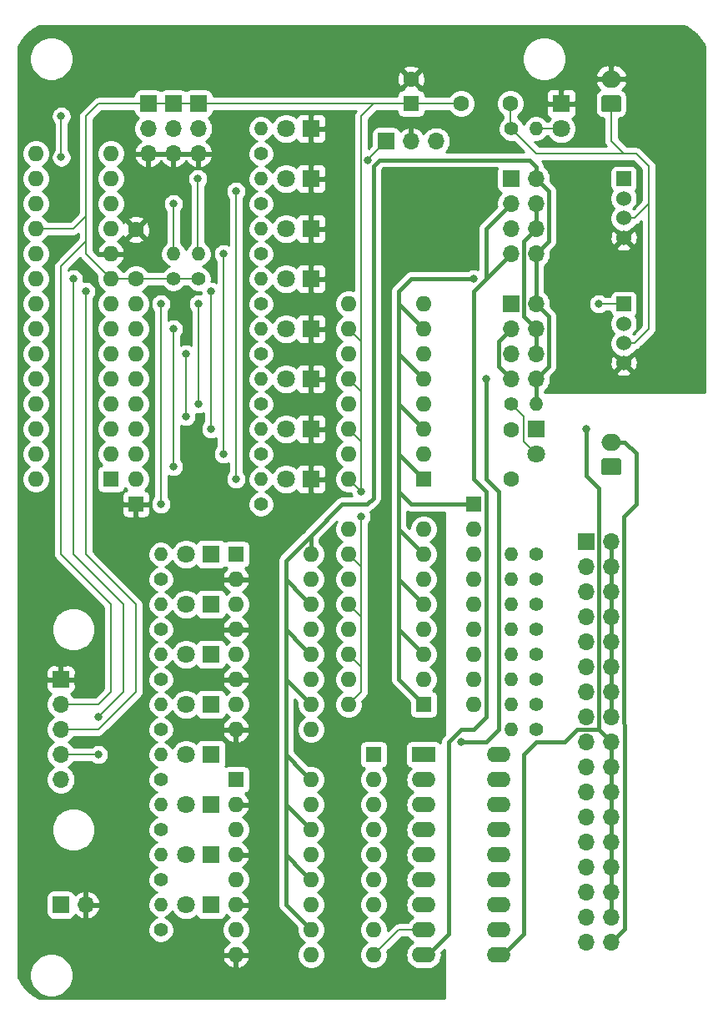
<source format=gtl>
G04 #@! TF.GenerationSoftware,KiCad,Pcbnew,(5.1.5)-3*
G04 #@! TF.CreationDate,2020-04-22T00:17:01+09:00*
G04 #@! TF.ProjectId,IOExpander,494f4578-7061-46e6-9465-722e6b696361,Rev 2.1*
G04 #@! TF.SameCoordinates,Original*
G04 #@! TF.FileFunction,Copper,L1,Top*
G04 #@! TF.FilePolarity,Positive*
%FSLAX46Y46*%
G04 Gerber Fmt 4.6, Leading zero omitted, Abs format (unit mm)*
G04 Created by KiCad (PCBNEW (5.1.5)-3) date 2020-04-22 00:17:01*
%MOMM*%
%LPD*%
G04 APERTURE LIST*
%ADD10C,1.800000*%
%ADD11R,1.800000X1.800000*%
%ADD12O,1.700000X1.700000*%
%ADD13R,1.700000X1.700000*%
%ADD14C,1.600000*%
%ADD15O,1.400000X1.400000*%
%ADD16C,1.400000*%
%ADD17O,1.600000X1.600000*%
%ADD18R,1.600000X1.600000*%
%ADD19O,2.000000X1.700000*%
%ADD20C,0.100000*%
%ADD21C,1.524000*%
%ADD22R,1.524000X1.524000*%
%ADD23O,2.400000X1.600000*%
%ADD24R,2.400000X1.600000*%
%ADD25C,0.800000*%
%ADD26C,0.200000*%
%ADD27C,0.400000*%
%ADD28C,0.254000*%
G04 APERTURE END LIST*
D10*
X116840000Y-124460000D03*
D11*
X116840000Y-121920000D03*
D12*
X71120000Y-170180000D03*
D13*
X68580000Y-170180000D03*
D12*
X68580000Y-157480000D03*
X68580000Y-154940000D03*
X68580000Y-152400000D03*
X68580000Y-149860000D03*
D13*
X68580000Y-147320000D03*
D12*
X106680000Y-92710000D03*
X104140000Y-92710000D03*
D13*
X101600000Y-92710000D03*
D14*
X76200000Y-101680000D03*
X76200000Y-106680000D03*
D15*
X82550000Y-104140000D03*
D16*
X82550000Y-106680000D03*
D15*
X80010000Y-104140000D03*
D16*
X80010000Y-106680000D03*
D17*
X93980000Y-134620000D03*
X86360000Y-152400000D03*
X93980000Y-137160000D03*
X86360000Y-149860000D03*
X93980000Y-139700000D03*
X86360000Y-147320000D03*
X93980000Y-142240000D03*
X86360000Y-144780000D03*
X93980000Y-144780000D03*
X86360000Y-142240000D03*
X93980000Y-147320000D03*
X86360000Y-139700000D03*
X93980000Y-149860000D03*
X86360000Y-137160000D03*
X93980000Y-152400000D03*
D18*
X86360000Y-134620000D03*
D14*
X104140000Y-86400000D03*
D18*
X104140000Y-88900000D03*
D10*
X119380000Y-91440000D03*
D11*
X119380000Y-88900000D03*
D15*
X88900000Y-106680000D03*
D16*
X88900000Y-109220000D03*
D17*
X100330000Y-175260000D03*
X100330000Y-172720000D03*
X100330000Y-170180000D03*
X100330000Y-167640000D03*
X100330000Y-165100000D03*
X100330000Y-162560000D03*
X100330000Y-160020000D03*
X100330000Y-157480000D03*
D18*
X100330000Y-154940000D03*
D17*
X97790000Y-127000000D03*
X105410000Y-109220000D03*
X97790000Y-124460000D03*
X105410000Y-111760000D03*
X97790000Y-121920000D03*
X105410000Y-114300000D03*
X97790000Y-119380000D03*
X105410000Y-116840000D03*
X97790000Y-116840000D03*
X105410000Y-119380000D03*
X97790000Y-114300000D03*
X105410000Y-121920000D03*
X97790000Y-111760000D03*
X105410000Y-124460000D03*
X97790000Y-109220000D03*
D18*
X105410000Y-127000000D03*
D17*
X97790000Y-149860000D03*
X105410000Y-132080000D03*
X97790000Y-147320000D03*
X105410000Y-134620000D03*
X97790000Y-144780000D03*
X105410000Y-137160000D03*
X97790000Y-142240000D03*
X105410000Y-139700000D03*
X97790000Y-139700000D03*
X105410000Y-142240000D03*
X97790000Y-137160000D03*
X105410000Y-144780000D03*
X97790000Y-134620000D03*
X105410000Y-147320000D03*
X97790000Y-132080000D03*
D18*
X105410000Y-149860000D03*
D19*
X124460000Y-123230000D03*
G04 #@! TA.AperFunction,ComponentPad*
D20*
G36*
X125234504Y-124881204D02*
G01*
X125258773Y-124884804D01*
X125282571Y-124890765D01*
X125305671Y-124899030D01*
X125327849Y-124909520D01*
X125348893Y-124922133D01*
X125368598Y-124936747D01*
X125386777Y-124953223D01*
X125403253Y-124971402D01*
X125417867Y-124991107D01*
X125430480Y-125012151D01*
X125440970Y-125034329D01*
X125449235Y-125057429D01*
X125455196Y-125081227D01*
X125458796Y-125105496D01*
X125460000Y-125130000D01*
X125460000Y-126330000D01*
X125458796Y-126354504D01*
X125455196Y-126378773D01*
X125449235Y-126402571D01*
X125440970Y-126425671D01*
X125430480Y-126447849D01*
X125417867Y-126468893D01*
X125403253Y-126488598D01*
X125386777Y-126506777D01*
X125368598Y-126523253D01*
X125348893Y-126537867D01*
X125327849Y-126550480D01*
X125305671Y-126560970D01*
X125282571Y-126569235D01*
X125258773Y-126575196D01*
X125234504Y-126578796D01*
X125210000Y-126580000D01*
X123710000Y-126580000D01*
X123685496Y-126578796D01*
X123661227Y-126575196D01*
X123637429Y-126569235D01*
X123614329Y-126560970D01*
X123592151Y-126550480D01*
X123571107Y-126537867D01*
X123551402Y-126523253D01*
X123533223Y-126506777D01*
X123516747Y-126488598D01*
X123502133Y-126468893D01*
X123489520Y-126447849D01*
X123479030Y-126425671D01*
X123470765Y-126402571D01*
X123464804Y-126378773D01*
X123461204Y-126354504D01*
X123460000Y-126330000D01*
X123460000Y-125130000D01*
X123461204Y-125105496D01*
X123464804Y-125081227D01*
X123470765Y-125057429D01*
X123479030Y-125034329D01*
X123489520Y-125012151D01*
X123502133Y-124991107D01*
X123516747Y-124971402D01*
X123533223Y-124953223D01*
X123551402Y-124936747D01*
X123571107Y-124922133D01*
X123592151Y-124909520D01*
X123614329Y-124899030D01*
X123637429Y-124890765D01*
X123661227Y-124884804D01*
X123685496Y-124881204D01*
X123710000Y-124880000D01*
X125210000Y-124880000D01*
X125234504Y-124881204D01*
G37*
G04 #@! TD.AperFunction*
D19*
X124460000Y-86400000D03*
G04 #@! TA.AperFunction,ComponentPad*
D20*
G36*
X125234504Y-88051204D02*
G01*
X125258773Y-88054804D01*
X125282571Y-88060765D01*
X125305671Y-88069030D01*
X125327849Y-88079520D01*
X125348893Y-88092133D01*
X125368598Y-88106747D01*
X125386777Y-88123223D01*
X125403253Y-88141402D01*
X125417867Y-88161107D01*
X125430480Y-88182151D01*
X125440970Y-88204329D01*
X125449235Y-88227429D01*
X125455196Y-88251227D01*
X125458796Y-88275496D01*
X125460000Y-88300000D01*
X125460000Y-89500000D01*
X125458796Y-89524504D01*
X125455196Y-89548773D01*
X125449235Y-89572571D01*
X125440970Y-89595671D01*
X125430480Y-89617849D01*
X125417867Y-89638893D01*
X125403253Y-89658598D01*
X125386777Y-89676777D01*
X125368598Y-89693253D01*
X125348893Y-89707867D01*
X125327849Y-89720480D01*
X125305671Y-89730970D01*
X125282571Y-89739235D01*
X125258773Y-89745196D01*
X125234504Y-89748796D01*
X125210000Y-89750000D01*
X123710000Y-89750000D01*
X123685496Y-89748796D01*
X123661227Y-89745196D01*
X123637429Y-89739235D01*
X123614329Y-89730970D01*
X123592151Y-89720480D01*
X123571107Y-89707867D01*
X123551402Y-89693253D01*
X123533223Y-89676777D01*
X123516747Y-89658598D01*
X123502133Y-89638893D01*
X123489520Y-89617849D01*
X123479030Y-89595671D01*
X123470765Y-89572571D01*
X123464804Y-89548773D01*
X123461204Y-89524504D01*
X123460000Y-89500000D01*
X123460000Y-88300000D01*
X123461204Y-88275496D01*
X123464804Y-88251227D01*
X123470765Y-88227429D01*
X123479030Y-88204329D01*
X123489520Y-88182151D01*
X123502133Y-88161107D01*
X123516747Y-88141402D01*
X123533223Y-88123223D01*
X123551402Y-88106747D01*
X123571107Y-88092133D01*
X123592151Y-88079520D01*
X123614329Y-88069030D01*
X123637429Y-88060765D01*
X123661227Y-88054804D01*
X123685496Y-88051204D01*
X123710000Y-88050000D01*
X125210000Y-88050000D01*
X125234504Y-88051204D01*
G37*
G04 #@! TD.AperFunction*
D14*
X114300000Y-122000000D03*
X114300000Y-127000000D03*
D17*
X76200000Y-109220000D03*
X76200000Y-111760000D03*
X76200000Y-114300000D03*
X76200000Y-116840000D03*
X76200000Y-119380000D03*
X76200000Y-121920000D03*
X76200000Y-124460000D03*
X76200000Y-127000000D03*
D18*
X76200000Y-129540000D03*
D17*
X110490000Y-149860000D03*
X110490000Y-147320000D03*
X110490000Y-144780000D03*
X110490000Y-142240000D03*
X110490000Y-139700000D03*
X110490000Y-137160000D03*
X110490000Y-134620000D03*
X110490000Y-132080000D03*
D18*
X110490000Y-129540000D03*
D12*
X116840000Y-104140000D03*
X114300000Y-104140000D03*
X116840000Y-101600000D03*
X114300000Y-101600000D03*
X116840000Y-99060000D03*
X114300000Y-99060000D03*
X116840000Y-96520000D03*
D13*
X114300000Y-96520000D03*
D12*
X116840000Y-116840000D03*
X114300000Y-116840000D03*
X116840000Y-114300000D03*
X114300000Y-114300000D03*
X116840000Y-111760000D03*
X114300000Y-111760000D03*
X116840000Y-109220000D03*
D13*
X114300000Y-109220000D03*
D14*
X109220000Y-88900000D03*
X114220000Y-88900000D03*
D15*
X116840000Y-119380000D03*
D16*
X114300000Y-119380000D03*
D17*
X66040000Y-127000000D03*
X73660000Y-93980000D03*
X66040000Y-124460000D03*
X73660000Y-96520000D03*
X66040000Y-121920000D03*
X73660000Y-99060000D03*
X66040000Y-119380000D03*
X73660000Y-101600000D03*
X66040000Y-116840000D03*
X73660000Y-104140000D03*
X66040000Y-114300000D03*
X73660000Y-106680000D03*
X66040000Y-111760000D03*
X73660000Y-109220000D03*
X66040000Y-109220000D03*
X73660000Y-111760000D03*
X66040000Y-106680000D03*
X73660000Y-114300000D03*
X66040000Y-104140000D03*
X73660000Y-116840000D03*
X66040000Y-101600000D03*
X73660000Y-119380000D03*
X66040000Y-99060000D03*
X73660000Y-121920000D03*
X66040000Y-96520000D03*
X73660000Y-124460000D03*
X66040000Y-93980000D03*
D18*
X73660000Y-127000000D03*
D17*
X93980000Y-157480000D03*
X86360000Y-175260000D03*
X93980000Y-160020000D03*
X86360000Y-172720000D03*
X93980000Y-162560000D03*
X86360000Y-170180000D03*
X93980000Y-165100000D03*
X86360000Y-167640000D03*
X93980000Y-167640000D03*
X86360000Y-165100000D03*
X93980000Y-170180000D03*
X86360000Y-162560000D03*
X93980000Y-172720000D03*
X86360000Y-160020000D03*
X93980000Y-175260000D03*
D18*
X86360000Y-157480000D03*
D15*
X116840000Y-91440000D03*
D16*
X114300000Y-91440000D03*
D15*
X88900000Y-127000000D03*
D16*
X88900000Y-129540000D03*
D15*
X88900000Y-121920000D03*
D16*
X88900000Y-124460000D03*
D15*
X88900000Y-116840000D03*
D16*
X88900000Y-119380000D03*
D15*
X88900000Y-111760000D03*
D16*
X88900000Y-114300000D03*
D15*
X88900000Y-101600000D03*
D16*
X88900000Y-104140000D03*
D15*
X88900000Y-96520000D03*
D16*
X88900000Y-99060000D03*
X88900000Y-93980000D03*
D15*
X88900000Y-91440000D03*
X114300000Y-152400000D03*
D16*
X116840000Y-152400000D03*
D15*
X114300000Y-149860000D03*
D16*
X116840000Y-149860000D03*
D15*
X114300000Y-147320000D03*
D16*
X116840000Y-147320000D03*
D15*
X114300000Y-144780000D03*
D16*
X116840000Y-144780000D03*
D15*
X114300000Y-142240000D03*
D16*
X116840000Y-142240000D03*
D15*
X114300000Y-139700000D03*
D16*
X116840000Y-139700000D03*
D15*
X114300000Y-137160000D03*
D16*
X116840000Y-137160000D03*
D15*
X114300000Y-134620000D03*
D16*
X116840000Y-134620000D03*
D15*
X78740000Y-170180000D03*
D16*
X78740000Y-172720000D03*
D15*
X78740000Y-165100000D03*
D16*
X78740000Y-167640000D03*
D15*
X78740000Y-160020000D03*
D16*
X78740000Y-162560000D03*
D15*
X78740000Y-154940000D03*
D16*
X78740000Y-157480000D03*
D15*
X78740000Y-149860000D03*
D16*
X78740000Y-152400000D03*
D15*
X78740000Y-144780000D03*
D16*
X78740000Y-147320000D03*
D15*
X78740000Y-139700000D03*
D16*
X78740000Y-142240000D03*
D15*
X78740000Y-134620000D03*
D16*
X78740000Y-137160000D03*
D21*
X125730000Y-115220000D03*
X125730000Y-113220000D03*
X125730000Y-111220000D03*
D22*
X125730000Y-109220000D03*
D21*
X125730000Y-102520000D03*
X125730000Y-100520000D03*
X125730000Y-98520000D03*
D22*
X125730000Y-96520000D03*
D12*
X82550000Y-93980000D03*
X82550000Y-91440000D03*
D13*
X82550000Y-88900000D03*
D12*
X80010000Y-93980000D03*
X80010000Y-91440000D03*
D13*
X80010000Y-88900000D03*
D12*
X77470000Y-93980000D03*
X77470000Y-91440000D03*
D13*
X77470000Y-88900000D03*
D12*
X124460000Y-173990000D03*
X121920000Y-173990000D03*
X124460000Y-171450000D03*
X121920000Y-171450000D03*
X124460000Y-168910000D03*
X121920000Y-168910000D03*
X124460000Y-166370000D03*
X121920000Y-166370000D03*
X124460000Y-163830000D03*
X121920000Y-163830000D03*
X124460000Y-161290000D03*
X121920000Y-161290000D03*
X124460000Y-158750000D03*
X121920000Y-158750000D03*
X124460000Y-156210000D03*
X121920000Y-156210000D03*
X124460000Y-153670000D03*
X121920000Y-153670000D03*
X124460000Y-151130000D03*
X121920000Y-151130000D03*
X124460000Y-148590000D03*
X121920000Y-148590000D03*
X124460000Y-146050000D03*
X121920000Y-146050000D03*
X124460000Y-143510000D03*
X121920000Y-143510000D03*
X124460000Y-140970000D03*
X121920000Y-140970000D03*
X124460000Y-138430000D03*
X121920000Y-138430000D03*
X124460000Y-135890000D03*
X121920000Y-135890000D03*
X124460000Y-133350000D03*
D13*
X121920000Y-133350000D03*
D23*
X113030000Y-154940000D03*
X105410000Y-175260000D03*
X113030000Y-157480000D03*
X105410000Y-172720000D03*
X113030000Y-160020000D03*
X105410000Y-170180000D03*
X113030000Y-162560000D03*
X105410000Y-167640000D03*
X113030000Y-165100000D03*
X105410000Y-165100000D03*
X113030000Y-167640000D03*
X105410000Y-162560000D03*
X113030000Y-170180000D03*
X105410000Y-160020000D03*
X113030000Y-172720000D03*
X105410000Y-157480000D03*
X113030000Y-175260000D03*
D24*
X105410000Y-154940000D03*
D10*
X91440000Y-127000000D03*
D11*
X93980000Y-127000000D03*
D10*
X91440000Y-121920000D03*
D11*
X93980000Y-121920000D03*
D10*
X91440000Y-116840000D03*
D11*
X93980000Y-116840000D03*
D10*
X91440000Y-111760000D03*
D11*
X93980000Y-111760000D03*
D10*
X91440000Y-106680000D03*
D11*
X93980000Y-106680000D03*
D10*
X91440000Y-101600000D03*
D11*
X93980000Y-101600000D03*
D10*
X91440000Y-96520000D03*
D11*
X93980000Y-96520000D03*
D10*
X91440000Y-91440000D03*
D11*
X93980000Y-91440000D03*
D10*
X81280000Y-170180000D03*
D11*
X83820000Y-170180000D03*
D10*
X81280000Y-165100000D03*
D11*
X83820000Y-165100000D03*
D10*
X81280000Y-160020000D03*
D11*
X83820000Y-160020000D03*
D10*
X81280000Y-154940000D03*
D11*
X83820000Y-154940000D03*
D10*
X81280000Y-149860000D03*
D11*
X83820000Y-149860000D03*
D10*
X81280000Y-144780000D03*
D11*
X83820000Y-144780000D03*
D10*
X81280000Y-139700000D03*
D11*
X83820000Y-139700000D03*
D10*
X81280000Y-134620000D03*
D11*
X83820000Y-134620000D03*
D25*
X99060000Y-128270000D03*
X99060000Y-130810000D03*
X68620000Y-90170000D03*
X68620000Y-94340000D03*
X82485000Y-96520000D03*
X71120000Y-107950000D03*
X80010000Y-99060000D03*
X69850000Y-106680000D03*
X72390000Y-151130000D03*
X72390000Y-154940000D03*
X99766281Y-94680000D03*
X123190000Y-109220000D03*
X86360000Y-127000000D03*
X86360000Y-97790000D03*
X85090000Y-124460000D03*
X85090000Y-104140000D03*
X83820000Y-121920000D03*
X83820000Y-107950000D03*
X82550000Y-119380000D03*
X82550000Y-109220000D03*
X81280000Y-114300000D03*
X81280000Y-120650000D03*
X80010000Y-111760000D03*
X80010000Y-125730000D03*
X78740000Y-109220000D03*
X78740000Y-129540000D03*
X111760000Y-116840000D03*
X109220000Y-153670000D03*
X121920000Y-121920000D03*
X110490000Y-106680000D03*
D26*
X97790000Y-111760000D02*
X99060000Y-113030000D01*
X97790000Y-116840000D02*
X99060000Y-118110000D01*
X97790000Y-121920000D02*
X99060000Y-123190000D01*
X97790000Y-127000000D02*
X99060000Y-128270000D01*
X97790000Y-134620000D02*
X99060000Y-135890000D01*
X97790000Y-139700000D02*
X99060000Y-140970000D01*
X97790000Y-144780000D02*
X99060000Y-146050000D01*
X66040000Y-101600000D02*
X69850000Y-101600000D01*
X69850000Y-101600000D02*
X71120000Y-100330000D01*
X73660000Y-106680000D02*
X76200000Y-106680000D01*
X72390000Y-88900000D02*
X82550000Y-88900000D01*
X71120000Y-90170000D02*
X72390000Y-88900000D01*
X73660000Y-106680000D02*
X71120000Y-104140000D01*
X99060000Y-90170000D02*
X100330000Y-88900000D01*
X97790000Y-149860000D02*
X99060000Y-148590000D01*
X82550000Y-88900000D02*
X100330000Y-88900000D01*
X100330000Y-88900000D02*
X102870000Y-88900000D01*
X76200000Y-106680000D02*
X82550000Y-106680000D01*
X99060000Y-90170000D02*
X99060000Y-128270000D01*
X99060000Y-148590000D02*
X99060000Y-135890000D01*
X99060000Y-130810000D02*
X99060000Y-135255000D01*
X99060000Y-135255000D02*
X99060000Y-136525000D01*
X102870000Y-88900000D02*
X109220000Y-88900000D01*
X71120000Y-104140000D02*
X71120000Y-102870000D01*
X71120000Y-102870000D02*
X71120000Y-90170000D01*
X73660000Y-148590000D02*
X72390000Y-149860000D01*
X72390000Y-149860000D02*
X68580000Y-149860000D01*
X71120000Y-102870000D02*
X68580000Y-105410000D01*
X72390000Y-138430000D02*
X73660000Y-139700000D01*
X73660000Y-139700000D02*
X73660000Y-148590000D01*
X68580000Y-105410000D02*
X68580000Y-134620000D01*
X68580000Y-134620000D02*
X68980010Y-135020010D01*
X68980010Y-135020010D02*
X72390000Y-138430000D01*
X119380000Y-91440000D02*
X116840000Y-91440000D01*
D27*
X93980000Y-134620000D02*
X93980000Y-132715000D01*
X91440000Y-135255000D02*
X93980000Y-132715000D01*
X97155000Y-129540000D02*
X93980000Y-132715000D01*
X99695000Y-129540000D02*
X97155000Y-129540000D01*
X116840000Y-96520000D02*
X116840000Y-95317919D01*
X116840000Y-95317919D02*
X116137081Y-94615000D01*
X116137081Y-94615000D02*
X100965000Y-94615000D01*
X100965000Y-94615000D02*
X100330000Y-95250000D01*
X100330000Y-95250000D02*
X100330000Y-128905000D01*
X100330000Y-128905000D02*
X99695000Y-129540000D01*
X91440000Y-170180000D02*
X93980000Y-172720000D01*
X93980000Y-139700000D02*
X93180001Y-138900001D01*
X93180001Y-138900001D02*
X91440000Y-137160000D01*
X93980000Y-144780000D02*
X93180001Y-143980001D01*
X93180001Y-143980001D02*
X91440000Y-142240000D01*
X93980000Y-149860000D02*
X91440000Y-147320000D01*
X91440000Y-147320000D02*
X91440000Y-135255000D01*
X93180001Y-156680001D02*
X91440000Y-154940000D01*
X93980000Y-157480000D02*
X93180001Y-156680001D01*
X91440000Y-154940000D02*
X91440000Y-147320000D01*
X93980000Y-162560000D02*
X91440000Y-160020000D01*
X91440000Y-160020000D02*
X91440000Y-154940000D01*
X93180001Y-166840001D02*
X91440000Y-165100000D01*
X93980000Y-167640000D02*
X93180001Y-166840001D01*
X91440000Y-170180000D02*
X91440000Y-165100000D01*
X91440000Y-165100000D02*
X91440000Y-160020000D01*
X117689999Y-115990001D02*
X116840000Y-116840000D01*
X118110000Y-115570000D02*
X117689999Y-115990001D01*
X118110000Y-110490000D02*
X118110000Y-115570000D01*
X116840000Y-109220000D02*
X118110000Y-110490000D01*
X116840000Y-116840000D02*
X116840000Y-119380000D01*
X117689999Y-103290001D02*
X116840000Y-104140000D01*
X118110000Y-102870000D02*
X117689999Y-103290001D01*
X118110000Y-97790000D02*
X118110000Y-102870000D01*
X116840000Y-96520000D02*
X118110000Y-97790000D01*
X116840000Y-104140000D02*
X116840000Y-109220000D01*
X116840000Y-119380000D02*
X116840000Y-119460000D01*
D26*
X100330000Y-175260000D02*
X102870000Y-172720000D01*
X102870000Y-172720000D02*
X105410000Y-172720000D01*
X68620000Y-90170000D02*
X68620000Y-94340000D01*
X82485000Y-104075000D02*
X82550000Y-104140000D01*
X82485000Y-96520000D02*
X82485000Y-104075000D01*
X72390000Y-152400000D02*
X68580000Y-152400000D01*
X71120000Y-107950000D02*
X71120000Y-134620000D01*
X71120000Y-134620000D02*
X76200000Y-139700000D01*
X76200000Y-148590000D02*
X72390000Y-152400000D01*
X76200000Y-139700000D02*
X76200000Y-148590000D01*
X80010000Y-104140000D02*
X80010000Y-99060000D01*
X72390000Y-154940000D02*
X68580000Y-154940000D01*
X74930000Y-148590000D02*
X72390000Y-151130000D01*
X74930000Y-139700000D02*
X74930000Y-148590000D01*
X72390000Y-137160000D02*
X74930000Y-139700000D01*
X69850000Y-106680000D02*
X69850000Y-134620000D01*
X69850000Y-134620000D02*
X72390000Y-137160000D01*
X99760000Y-94680000D02*
X99766281Y-94680000D01*
X99695000Y-94615000D02*
X99760000Y-94680000D01*
X101600000Y-92710000D02*
X99695000Y-94615000D01*
X125730000Y-109220000D02*
X123190000Y-109220000D01*
X86360000Y-127000000D02*
X86360000Y-111760000D01*
X86360000Y-111760000D02*
X86360000Y-97790000D01*
X85090000Y-111760000D02*
X85090000Y-124460000D01*
X85090000Y-104140000D02*
X85090000Y-111760000D01*
X83820000Y-111760000D02*
X83820000Y-121920000D01*
X83820000Y-107950000D02*
X83820000Y-111760000D01*
X82550000Y-119380000D02*
X82550000Y-111760000D01*
X82550000Y-111760000D02*
X82550000Y-109220000D01*
X81280000Y-114300000D02*
X81280000Y-120650000D01*
X80010000Y-111760000D02*
X80010000Y-125730000D01*
X78740000Y-109220000D02*
X78740000Y-129540000D01*
X115940001Y-123560001D02*
X116840000Y-124460000D01*
X115570000Y-123190000D02*
X115940001Y-123560001D01*
X115570000Y-120650000D02*
X115570000Y-123190000D01*
X114300000Y-119380000D02*
X115570000Y-120650000D01*
D27*
X115990001Y-110910001D02*
X116840000Y-111760000D01*
X115570000Y-110490000D02*
X115990001Y-110910001D01*
X115570000Y-102870000D02*
X115570000Y-110490000D01*
X116840000Y-101600000D02*
X115570000Y-102870000D01*
X116840000Y-99060000D02*
X116840000Y-101600000D01*
X116840000Y-111760000D02*
X116840000Y-114300000D01*
X124460000Y-173990000D02*
X125860010Y-172589990D01*
X124310000Y-123230000D02*
X124460000Y-123230000D01*
X111760000Y-116840000D02*
X111760000Y-127000000D01*
X111760000Y-127000000D02*
X113030000Y-128270000D01*
X113030000Y-128270000D02*
X113030000Y-152400000D01*
X113030000Y-152400000D02*
X111760000Y-153670000D01*
X111760000Y-153670000D02*
X109220000Y-153670000D01*
X125860000Y-123230000D02*
X124460000Y-123230000D01*
X127000000Y-124370000D02*
X125860000Y-123230000D01*
X127000000Y-129540000D02*
X127000000Y-124370000D01*
X125860010Y-172589990D02*
X125730000Y-130810000D01*
X125730000Y-130810000D02*
X127000000Y-129540000D01*
X114300000Y-99060000D02*
X111760000Y-101600000D01*
X111760000Y-101600000D02*
X111760000Y-106680000D01*
X111760000Y-106680000D02*
X114300000Y-104140000D01*
X107950000Y-173120000D02*
X105810000Y-175260000D01*
X107950000Y-153670000D02*
X107950000Y-173120000D01*
X109220000Y-152400000D02*
X107950000Y-153670000D01*
X105810000Y-175260000D02*
X105410000Y-175260000D01*
X110490000Y-107950000D02*
X110490000Y-127000000D01*
X111760000Y-106680000D02*
X110490000Y-107950000D01*
X110490000Y-127000000D02*
X111760000Y-128270000D01*
X111760000Y-128270000D02*
X111760000Y-151130000D01*
X111760000Y-151130000D02*
X110490000Y-152400000D01*
X110490000Y-152400000D02*
X109220000Y-152400000D01*
X124460000Y-171450000D02*
X124460000Y-153670000D01*
X124460000Y-153670000D02*
X123190000Y-152400000D01*
X113430000Y-175260000D02*
X115570000Y-173120000D01*
X113030000Y-175260000D02*
X113430000Y-175260000D01*
X115570000Y-173120000D02*
X115570000Y-154940000D01*
X116840000Y-153670000D02*
X115570000Y-154940000D01*
X123190000Y-132080000D02*
X123190000Y-152400000D01*
X123190000Y-130810000D02*
X123190000Y-132080000D01*
X121008002Y-152400000D02*
X123190000Y-152400000D01*
X119738002Y-153670000D02*
X121008002Y-152400000D01*
X116840000Y-153670000D02*
X119738002Y-153670000D01*
X121920000Y-126689256D02*
X123190000Y-127959256D01*
X123190000Y-127959256D02*
X123190000Y-132080000D01*
X121920000Y-121920000D02*
X121920000Y-126689256D01*
X113030000Y-115570000D02*
X114300000Y-116840000D01*
X114300000Y-111760000D02*
X113030000Y-113030000D01*
X113030000Y-113030000D02*
X113030000Y-115570000D01*
X124460000Y-133350000D02*
X124460000Y-151130000D01*
X102870000Y-147320000D02*
X105410000Y-149860000D01*
X105410000Y-121920000D02*
X102870000Y-119380000D01*
X105410000Y-127000000D02*
X102870000Y-124460000D01*
X105410000Y-134620000D02*
X102870000Y-132080000D01*
X105410000Y-139700000D02*
X102870000Y-137160000D01*
X105410000Y-144780000D02*
X102870000Y-142240000D01*
X102870000Y-107950000D02*
X104140000Y-106680000D01*
X104140000Y-106680000D02*
X109220000Y-106680000D01*
X105410000Y-111760000D02*
X102870000Y-109220000D01*
X102870000Y-114300000D02*
X102870000Y-109220000D01*
X102870000Y-109220000D02*
X102870000Y-107950000D01*
X105410000Y-116840000D02*
X102870000Y-114300000D01*
X109220000Y-106680000D02*
X110490000Y-106680000D01*
X104140000Y-129540000D02*
X102870000Y-128270000D01*
X102870000Y-114300000D02*
X102870000Y-128270000D01*
X102870000Y-128270000D02*
X102870000Y-147320000D01*
X104140000Y-129540000D02*
X110490000Y-129540000D01*
D26*
X114220000Y-91360000D02*
X114300000Y-91440000D01*
X114220000Y-88900000D02*
X114220000Y-91360000D01*
X116840000Y-93980000D02*
X114300000Y-91440000D01*
X127000000Y-93980000D02*
X116840000Y-93980000D01*
X128270000Y-95250000D02*
X127000000Y-93980000D01*
X128270000Y-111760000D02*
X128270000Y-95250000D01*
X125730000Y-113220000D02*
X126810000Y-113220000D01*
X126810000Y-113220000D02*
X128270000Y-111760000D01*
X125730000Y-100520000D02*
X126810000Y-100520000D01*
X126810000Y-100520000D02*
X128270000Y-99060000D01*
X124460000Y-88900000D02*
X124460000Y-92710000D01*
X124460000Y-92710000D02*
X125730000Y-93980000D01*
D28*
G36*
X132056434Y-81119960D02*
G01*
X132414968Y-81348371D01*
X132752230Y-81607161D01*
X133065646Y-81894354D01*
X133352839Y-82207770D01*
X133611629Y-82545032D01*
X133840040Y-82903566D01*
X133960001Y-83134008D01*
X133960000Y-118213000D01*
X117675000Y-118213000D01*
X117675000Y-118068065D01*
X117786632Y-117993475D01*
X117993475Y-117786632D01*
X118155990Y-117543411D01*
X118267932Y-117273158D01*
X118325000Y-116986260D01*
X118325000Y-116693740D01*
X118298807Y-116562061D01*
X118309437Y-116551431D01*
X118309442Y-116551425D01*
X118671421Y-116189446D01*
X118676150Y-116185565D01*
X124944040Y-116185565D01*
X125011020Y-116425656D01*
X125260048Y-116542756D01*
X125527135Y-116609023D01*
X125802017Y-116621910D01*
X126074133Y-116580922D01*
X126333023Y-116487636D01*
X126448980Y-116425656D01*
X126515960Y-116185565D01*
X125730000Y-115399605D01*
X124944040Y-116185565D01*
X118676150Y-116185565D01*
X118703291Y-116163291D01*
X118807636Y-116036146D01*
X118885172Y-115891087D01*
X118932918Y-115733689D01*
X118945000Y-115611019D01*
X118949040Y-115570001D01*
X118945000Y-115528982D01*
X118945000Y-115292017D01*
X124328090Y-115292017D01*
X124369078Y-115564133D01*
X124462364Y-115823023D01*
X124524344Y-115938980D01*
X124764435Y-116005960D01*
X125550395Y-115220000D01*
X125909605Y-115220000D01*
X126695565Y-116005960D01*
X126935656Y-115938980D01*
X127052756Y-115689952D01*
X127119023Y-115422865D01*
X127131910Y-115147983D01*
X127090922Y-114875867D01*
X126997636Y-114616977D01*
X126935656Y-114501020D01*
X126695565Y-114434040D01*
X125909605Y-115220000D01*
X125550395Y-115220000D01*
X124764435Y-114434040D01*
X124524344Y-114501020D01*
X124407244Y-114750048D01*
X124340977Y-115017135D01*
X124328090Y-115292017D01*
X118945000Y-115292017D01*
X118945000Y-110531015D01*
X118949040Y-110489999D01*
X118937563Y-110373475D01*
X118932918Y-110326311D01*
X118885172Y-110168913D01*
X118807636Y-110023854D01*
X118703291Y-109896709D01*
X118671428Y-109870560D01*
X118298807Y-109497939D01*
X118325000Y-109366260D01*
X118325000Y-109073740D01*
X118267932Y-108786842D01*
X118155990Y-108516589D01*
X117993475Y-108273368D01*
X117786632Y-108066525D01*
X117675000Y-107991935D01*
X117675000Y-105368065D01*
X117786632Y-105293475D01*
X117993475Y-105086632D01*
X118155990Y-104843411D01*
X118267932Y-104573158D01*
X118325000Y-104286260D01*
X118325000Y-103993740D01*
X118298807Y-103862061D01*
X118309437Y-103851431D01*
X118309442Y-103851425D01*
X118671421Y-103489446D01*
X118676150Y-103485565D01*
X124944040Y-103485565D01*
X125011020Y-103725656D01*
X125260048Y-103842756D01*
X125527135Y-103909023D01*
X125802017Y-103921910D01*
X126074133Y-103880922D01*
X126333023Y-103787636D01*
X126448980Y-103725656D01*
X126515960Y-103485565D01*
X125730000Y-102699605D01*
X124944040Y-103485565D01*
X118676150Y-103485565D01*
X118703291Y-103463291D01*
X118807636Y-103336146D01*
X118885172Y-103191087D01*
X118932918Y-103033689D01*
X118945000Y-102911019D01*
X118949040Y-102870001D01*
X118945000Y-102828981D01*
X118945000Y-102592017D01*
X124328090Y-102592017D01*
X124369078Y-102864133D01*
X124462364Y-103123023D01*
X124524344Y-103238980D01*
X124764435Y-103305960D01*
X125550395Y-102520000D01*
X125909605Y-102520000D01*
X126695565Y-103305960D01*
X126935656Y-103238980D01*
X127052756Y-102989952D01*
X127119023Y-102722865D01*
X127131910Y-102447983D01*
X127090922Y-102175867D01*
X126997636Y-101916977D01*
X126935656Y-101801020D01*
X126695565Y-101734040D01*
X125909605Y-102520000D01*
X125550395Y-102520000D01*
X124764435Y-101734040D01*
X124524344Y-101801020D01*
X124407244Y-102050048D01*
X124340977Y-102317135D01*
X124328090Y-102592017D01*
X118945000Y-102592017D01*
X118945000Y-97831015D01*
X118949040Y-97789999D01*
X118940477Y-97703061D01*
X118932918Y-97626311D01*
X118885172Y-97468913D01*
X118807636Y-97323854D01*
X118703291Y-97196709D01*
X118671428Y-97170560D01*
X118298807Y-96797939D01*
X118325000Y-96666260D01*
X118325000Y-96373740D01*
X118267932Y-96086842D01*
X118155990Y-95816589D01*
X117993475Y-95573368D01*
X117786632Y-95366525D01*
X117676585Y-95292994D01*
X117673878Y-95265506D01*
X117662918Y-95154230D01*
X117615172Y-94996832D01*
X117537636Y-94851773D01*
X117520599Y-94831013D01*
X117459439Y-94756489D01*
X117459437Y-94756487D01*
X117433291Y-94724628D01*
X117421559Y-94715000D01*
X125693904Y-94715000D01*
X125729999Y-94718555D01*
X125766094Y-94715000D01*
X126695554Y-94715000D01*
X127535001Y-95554448D01*
X127535001Y-98755552D01*
X126738104Y-99552449D01*
X126705655Y-99520000D01*
X126815120Y-99410535D01*
X126968005Y-99181727D01*
X127073314Y-98927490D01*
X127127000Y-98657592D01*
X127127000Y-98382408D01*
X127073314Y-98112510D01*
X126968005Y-97858273D01*
X126905234Y-97764330D01*
X126943185Y-97733185D01*
X127022537Y-97636494D01*
X127081502Y-97526180D01*
X127117812Y-97406482D01*
X127130072Y-97282000D01*
X127130072Y-95758000D01*
X127117812Y-95633518D01*
X127081502Y-95513820D01*
X127022537Y-95403506D01*
X126943185Y-95306815D01*
X126846494Y-95227463D01*
X126736180Y-95168498D01*
X126616482Y-95132188D01*
X126492000Y-95119928D01*
X124968000Y-95119928D01*
X124843518Y-95132188D01*
X124723820Y-95168498D01*
X124613506Y-95227463D01*
X124516815Y-95306815D01*
X124437463Y-95403506D01*
X124378498Y-95513820D01*
X124342188Y-95633518D01*
X124329928Y-95758000D01*
X124329928Y-97282000D01*
X124342188Y-97406482D01*
X124378498Y-97526180D01*
X124437463Y-97636494D01*
X124516815Y-97733185D01*
X124554766Y-97764330D01*
X124491995Y-97858273D01*
X124386686Y-98112510D01*
X124333000Y-98382408D01*
X124333000Y-98657592D01*
X124386686Y-98927490D01*
X124491995Y-99181727D01*
X124644880Y-99410535D01*
X124754345Y-99520000D01*
X124644880Y-99629465D01*
X124491995Y-99858273D01*
X124386686Y-100112510D01*
X124333000Y-100382408D01*
X124333000Y-100657592D01*
X124386686Y-100927490D01*
X124491995Y-101181727D01*
X124644880Y-101410535D01*
X124839465Y-101605120D01*
X125068273Y-101758005D01*
X125203710Y-101814105D01*
X125730000Y-102340395D01*
X126256290Y-101814105D01*
X126391727Y-101758005D01*
X126620535Y-101605120D01*
X126815120Y-101410535D01*
X126924184Y-101247310D01*
X126954085Y-101244365D01*
X127092633Y-101202337D01*
X127220320Y-101134087D01*
X127332238Y-101042238D01*
X127355258Y-101014188D01*
X127535001Y-100834445D01*
X127535000Y-111455553D01*
X126738104Y-112252449D01*
X126705655Y-112220000D01*
X126815120Y-112110535D01*
X126968005Y-111881727D01*
X127073314Y-111627490D01*
X127127000Y-111357592D01*
X127127000Y-111082408D01*
X127073314Y-110812510D01*
X126968005Y-110558273D01*
X126905234Y-110464330D01*
X126943185Y-110433185D01*
X127022537Y-110336494D01*
X127081502Y-110226180D01*
X127117812Y-110106482D01*
X127130072Y-109982000D01*
X127130072Y-108458000D01*
X127117812Y-108333518D01*
X127081502Y-108213820D01*
X127022537Y-108103506D01*
X126943185Y-108006815D01*
X126846494Y-107927463D01*
X126736180Y-107868498D01*
X126616482Y-107832188D01*
X126492000Y-107819928D01*
X124968000Y-107819928D01*
X124843518Y-107832188D01*
X124723820Y-107868498D01*
X124613506Y-107927463D01*
X124516815Y-108006815D01*
X124437463Y-108103506D01*
X124378498Y-108213820D01*
X124342188Y-108333518D01*
X124329928Y-108458000D01*
X124329928Y-108485000D01*
X123918711Y-108485000D01*
X123849774Y-108416063D01*
X123680256Y-108302795D01*
X123491898Y-108224774D01*
X123291939Y-108185000D01*
X123088061Y-108185000D01*
X122888102Y-108224774D01*
X122699744Y-108302795D01*
X122530226Y-108416063D01*
X122386063Y-108560226D01*
X122272795Y-108729744D01*
X122194774Y-108918102D01*
X122155000Y-109118061D01*
X122155000Y-109321939D01*
X122194774Y-109521898D01*
X122272795Y-109710256D01*
X122386063Y-109879774D01*
X122530226Y-110023937D01*
X122699744Y-110137205D01*
X122888102Y-110215226D01*
X123088061Y-110255000D01*
X123291939Y-110255000D01*
X123491898Y-110215226D01*
X123680256Y-110137205D01*
X123849774Y-110023937D01*
X123918711Y-109955000D01*
X124329928Y-109955000D01*
X124329928Y-109982000D01*
X124342188Y-110106482D01*
X124378498Y-110226180D01*
X124437463Y-110336494D01*
X124516815Y-110433185D01*
X124554766Y-110464330D01*
X124491995Y-110558273D01*
X124386686Y-110812510D01*
X124333000Y-111082408D01*
X124333000Y-111357592D01*
X124386686Y-111627490D01*
X124491995Y-111881727D01*
X124644880Y-112110535D01*
X124754345Y-112220000D01*
X124644880Y-112329465D01*
X124491995Y-112558273D01*
X124386686Y-112812510D01*
X124333000Y-113082408D01*
X124333000Y-113357592D01*
X124386686Y-113627490D01*
X124491995Y-113881727D01*
X124644880Y-114110535D01*
X124839465Y-114305120D01*
X125068273Y-114458005D01*
X125203710Y-114514105D01*
X125730000Y-115040395D01*
X126256290Y-114514105D01*
X126391727Y-114458005D01*
X126620535Y-114305120D01*
X126815120Y-114110535D01*
X126924184Y-113947310D01*
X126954085Y-113944365D01*
X127092633Y-113902337D01*
X127220320Y-113834087D01*
X127332238Y-113742238D01*
X127355258Y-113714188D01*
X128764197Y-112305250D01*
X128792237Y-112282238D01*
X128815250Y-112254197D01*
X128815253Y-112254194D01*
X128884087Y-112170320D01*
X128903030Y-112134880D01*
X128952337Y-112042633D01*
X128994365Y-111904085D01*
X129005000Y-111796105D01*
X129005000Y-111796104D01*
X129008556Y-111760000D01*
X129005000Y-111723895D01*
X129005000Y-99096105D01*
X129008556Y-99060000D01*
X129005000Y-99023895D01*
X129005000Y-95286094D01*
X129008555Y-95249999D01*
X129005000Y-95213904D01*
X129005000Y-95213895D01*
X128994365Y-95105915D01*
X128952337Y-94967367D01*
X128884087Y-94839680D01*
X128792238Y-94727762D01*
X128764193Y-94704746D01*
X127545258Y-93485812D01*
X127522238Y-93457762D01*
X127410320Y-93365913D01*
X127282633Y-93297663D01*
X127144085Y-93255635D01*
X127036105Y-93245000D01*
X127000000Y-93241444D01*
X126963895Y-93245000D01*
X126034447Y-93245000D01*
X125195000Y-92405554D01*
X125195000Y-90388072D01*
X125210000Y-90388072D01*
X125383254Y-90371008D01*
X125549850Y-90320472D01*
X125703386Y-90238405D01*
X125837962Y-90127962D01*
X125948405Y-89993386D01*
X126030472Y-89839850D01*
X126081008Y-89673254D01*
X126098072Y-89500000D01*
X126098072Y-88300000D01*
X126081008Y-88126746D01*
X126030472Y-87960150D01*
X125948405Y-87806614D01*
X125837962Y-87672038D01*
X125703386Y-87561595D01*
X125601407Y-87507086D01*
X125601795Y-87506802D01*
X125798664Y-87292046D01*
X125949854Y-87043009D01*
X126049554Y-86769261D01*
X126051476Y-86756890D01*
X125930155Y-86527000D01*
X124587000Y-86527000D01*
X124587000Y-86547000D01*
X124333000Y-86547000D01*
X124333000Y-86527000D01*
X122989845Y-86527000D01*
X122868524Y-86756890D01*
X122870446Y-86769261D01*
X122970146Y-87043009D01*
X123121336Y-87292046D01*
X123318205Y-87506802D01*
X123318593Y-87507086D01*
X123216614Y-87561595D01*
X123082038Y-87672038D01*
X122971595Y-87806614D01*
X122889528Y-87960150D01*
X122838992Y-88126746D01*
X122821928Y-88300000D01*
X122821928Y-89500000D01*
X122838992Y-89673254D01*
X122889528Y-89839850D01*
X122971595Y-89993386D01*
X123082038Y-90127962D01*
X123216614Y-90238405D01*
X123370150Y-90320472D01*
X123536746Y-90371008D01*
X123710000Y-90388072D01*
X123725000Y-90388072D01*
X123725001Y-92673885D01*
X123721444Y-92710000D01*
X123735635Y-92854085D01*
X123769528Y-92965812D01*
X123777664Y-92992633D01*
X123845914Y-93120320D01*
X123937763Y-93232238D01*
X123953313Y-93245000D01*
X117144447Y-93245000D01*
X116665988Y-92766541D01*
X116708514Y-92775000D01*
X116971486Y-92775000D01*
X117229405Y-92723696D01*
X117472359Y-92623061D01*
X117691013Y-92476962D01*
X117876962Y-92291013D01*
X117954479Y-92175000D01*
X118024983Y-92175000D01*
X118187688Y-92418505D01*
X118401495Y-92632312D01*
X118652905Y-92800299D01*
X118932257Y-92916011D01*
X119228816Y-92975000D01*
X119531184Y-92975000D01*
X119827743Y-92916011D01*
X120107095Y-92800299D01*
X120358505Y-92632312D01*
X120572312Y-92418505D01*
X120740299Y-92167095D01*
X120856011Y-91887743D01*
X120915000Y-91591184D01*
X120915000Y-91288816D01*
X120856011Y-90992257D01*
X120740299Y-90712905D01*
X120572312Y-90461495D01*
X120505873Y-90395056D01*
X120524180Y-90389502D01*
X120634494Y-90330537D01*
X120731185Y-90251185D01*
X120810537Y-90154494D01*
X120869502Y-90044180D01*
X120905812Y-89924482D01*
X120918072Y-89800000D01*
X120915000Y-89185750D01*
X120756250Y-89027000D01*
X119507000Y-89027000D01*
X119507000Y-89047000D01*
X119253000Y-89047000D01*
X119253000Y-89027000D01*
X118003750Y-89027000D01*
X117845000Y-89185750D01*
X117841928Y-89800000D01*
X117854188Y-89924482D01*
X117890498Y-90044180D01*
X117949463Y-90154494D01*
X118028815Y-90251185D01*
X118125506Y-90330537D01*
X118235820Y-90389502D01*
X118254127Y-90395056D01*
X118187688Y-90461495D01*
X118024983Y-90705000D01*
X117954479Y-90705000D01*
X117876962Y-90588987D01*
X117691013Y-90403038D01*
X117472359Y-90256939D01*
X117229405Y-90156304D01*
X116971486Y-90105000D01*
X116708514Y-90105000D01*
X116450595Y-90156304D01*
X116207641Y-90256939D01*
X115988987Y-90403038D01*
X115803038Y-90588987D01*
X115656939Y-90807641D01*
X115570000Y-91017530D01*
X115483061Y-90807641D01*
X115336962Y-90588987D01*
X115151013Y-90403038D01*
X114955000Y-90272067D01*
X114955000Y-90134748D01*
X115134759Y-90014637D01*
X115334637Y-89814759D01*
X115491680Y-89579727D01*
X115599853Y-89318574D01*
X115655000Y-89041335D01*
X115655000Y-88758665D01*
X115599853Y-88481426D01*
X115491680Y-88220273D01*
X115344499Y-88000000D01*
X117841928Y-88000000D01*
X117845000Y-88614250D01*
X118003750Y-88773000D01*
X119253000Y-88773000D01*
X119253000Y-87523750D01*
X119507000Y-87523750D01*
X119507000Y-88773000D01*
X120756250Y-88773000D01*
X120915000Y-88614250D01*
X120918072Y-88000000D01*
X120905812Y-87875518D01*
X120869502Y-87755820D01*
X120810537Y-87645506D01*
X120731185Y-87548815D01*
X120634494Y-87469463D01*
X120524180Y-87410498D01*
X120404482Y-87374188D01*
X120280000Y-87361928D01*
X119665750Y-87365000D01*
X119507000Y-87523750D01*
X119253000Y-87523750D01*
X119094250Y-87365000D01*
X118480000Y-87361928D01*
X118355518Y-87374188D01*
X118235820Y-87410498D01*
X118125506Y-87469463D01*
X118028815Y-87548815D01*
X117949463Y-87645506D01*
X117890498Y-87755820D01*
X117854188Y-87875518D01*
X117841928Y-88000000D01*
X115344499Y-88000000D01*
X115334637Y-87985241D01*
X115134759Y-87785363D01*
X114899727Y-87628320D01*
X114638574Y-87520147D01*
X114361335Y-87465000D01*
X114078665Y-87465000D01*
X113801426Y-87520147D01*
X113540273Y-87628320D01*
X113305241Y-87785363D01*
X113105363Y-87985241D01*
X112948320Y-88220273D01*
X112840147Y-88481426D01*
X112785000Y-88758665D01*
X112785000Y-89041335D01*
X112840147Y-89318574D01*
X112948320Y-89579727D01*
X113105363Y-89814759D01*
X113305241Y-90014637D01*
X113485001Y-90134748D01*
X113485001Y-90378975D01*
X113448987Y-90403038D01*
X113263038Y-90588987D01*
X113116939Y-90807641D01*
X113016304Y-91050595D01*
X112965000Y-91308514D01*
X112965000Y-91571486D01*
X113016304Y-91829405D01*
X113116939Y-92072359D01*
X113263038Y-92291013D01*
X113448987Y-92476962D01*
X113667641Y-92623061D01*
X113910595Y-92723696D01*
X114168514Y-92775000D01*
X114431486Y-92775000D01*
X114568333Y-92747779D01*
X115600553Y-93780000D01*
X107710107Y-93780000D01*
X107833475Y-93656632D01*
X107995990Y-93413411D01*
X108107932Y-93143158D01*
X108165000Y-92856260D01*
X108165000Y-92563740D01*
X108107932Y-92276842D01*
X107995990Y-92006589D01*
X107833475Y-91763368D01*
X107626632Y-91556525D01*
X107383411Y-91394010D01*
X107113158Y-91282068D01*
X106826260Y-91225000D01*
X106533740Y-91225000D01*
X106246842Y-91282068D01*
X105976589Y-91394010D01*
X105733368Y-91556525D01*
X105526525Y-91763368D01*
X105404805Y-91945534D01*
X105335178Y-91828645D01*
X105140269Y-91612412D01*
X104906920Y-91438359D01*
X104644099Y-91313175D01*
X104496890Y-91268524D01*
X104267000Y-91389845D01*
X104267000Y-92583000D01*
X104287000Y-92583000D01*
X104287000Y-92837000D01*
X104267000Y-92837000D01*
X104267000Y-92857000D01*
X104013000Y-92857000D01*
X104013000Y-92837000D01*
X103993000Y-92837000D01*
X103993000Y-92583000D01*
X104013000Y-92583000D01*
X104013000Y-91389845D01*
X103783110Y-91268524D01*
X103635901Y-91313175D01*
X103373080Y-91438359D01*
X103139731Y-91612412D01*
X103063966Y-91696466D01*
X103039502Y-91615820D01*
X102980537Y-91505506D01*
X102901185Y-91408815D01*
X102804494Y-91329463D01*
X102694180Y-91270498D01*
X102574482Y-91234188D01*
X102450000Y-91221928D01*
X100750000Y-91221928D01*
X100625518Y-91234188D01*
X100505820Y-91270498D01*
X100395506Y-91329463D01*
X100298815Y-91408815D01*
X100219463Y-91505506D01*
X100160498Y-91615820D01*
X100124188Y-91735518D01*
X100111928Y-91860000D01*
X100111928Y-93158626D01*
X99795000Y-93475554D01*
X99795000Y-90474446D01*
X100634447Y-89635000D01*
X102701928Y-89635000D01*
X102701928Y-89700000D01*
X102714188Y-89824482D01*
X102750498Y-89944180D01*
X102809463Y-90054494D01*
X102888815Y-90151185D01*
X102985506Y-90230537D01*
X103095820Y-90289502D01*
X103215518Y-90325812D01*
X103340000Y-90338072D01*
X104940000Y-90338072D01*
X105064482Y-90325812D01*
X105184180Y-90289502D01*
X105294494Y-90230537D01*
X105391185Y-90151185D01*
X105470537Y-90054494D01*
X105529502Y-89944180D01*
X105565812Y-89824482D01*
X105578072Y-89700000D01*
X105578072Y-89635000D01*
X107985252Y-89635000D01*
X108105363Y-89814759D01*
X108305241Y-90014637D01*
X108540273Y-90171680D01*
X108801426Y-90279853D01*
X109078665Y-90335000D01*
X109361335Y-90335000D01*
X109638574Y-90279853D01*
X109899727Y-90171680D01*
X110134759Y-90014637D01*
X110334637Y-89814759D01*
X110491680Y-89579727D01*
X110599853Y-89318574D01*
X110655000Y-89041335D01*
X110655000Y-88758665D01*
X110599853Y-88481426D01*
X110491680Y-88220273D01*
X110334637Y-87985241D01*
X110134759Y-87785363D01*
X109899727Y-87628320D01*
X109638574Y-87520147D01*
X109361335Y-87465000D01*
X109078665Y-87465000D01*
X108801426Y-87520147D01*
X108540273Y-87628320D01*
X108305241Y-87785363D01*
X108105363Y-87985241D01*
X107985252Y-88165000D01*
X105578072Y-88165000D01*
X105578072Y-88100000D01*
X105565812Y-87975518D01*
X105529502Y-87855820D01*
X105470537Y-87745506D01*
X105391185Y-87648815D01*
X105294494Y-87569463D01*
X105184180Y-87510498D01*
X105064482Y-87474188D01*
X104940000Y-87461928D01*
X104932785Y-87461928D01*
X104953097Y-87392702D01*
X104140000Y-86579605D01*
X103326903Y-87392702D01*
X103347215Y-87461928D01*
X103340000Y-87461928D01*
X103215518Y-87474188D01*
X103095820Y-87510498D01*
X102985506Y-87569463D01*
X102888815Y-87648815D01*
X102809463Y-87745506D01*
X102750498Y-87855820D01*
X102714188Y-87975518D01*
X102701928Y-88100000D01*
X102701928Y-88165000D01*
X100366094Y-88165000D01*
X100329999Y-88161445D01*
X100293904Y-88165000D01*
X84038072Y-88165000D01*
X84038072Y-88050000D01*
X84025812Y-87925518D01*
X83989502Y-87805820D01*
X83930537Y-87695506D01*
X83851185Y-87598815D01*
X83754494Y-87519463D01*
X83644180Y-87460498D01*
X83524482Y-87424188D01*
X83400000Y-87411928D01*
X81700000Y-87411928D01*
X81575518Y-87424188D01*
X81455820Y-87460498D01*
X81345506Y-87519463D01*
X81280000Y-87573222D01*
X81214494Y-87519463D01*
X81104180Y-87460498D01*
X80984482Y-87424188D01*
X80860000Y-87411928D01*
X79160000Y-87411928D01*
X79035518Y-87424188D01*
X78915820Y-87460498D01*
X78805506Y-87519463D01*
X78740000Y-87573222D01*
X78674494Y-87519463D01*
X78564180Y-87460498D01*
X78444482Y-87424188D01*
X78320000Y-87411928D01*
X76620000Y-87411928D01*
X76495518Y-87424188D01*
X76375820Y-87460498D01*
X76265506Y-87519463D01*
X76168815Y-87598815D01*
X76089463Y-87695506D01*
X76030498Y-87805820D01*
X75994188Y-87925518D01*
X75981928Y-88050000D01*
X75981928Y-88165000D01*
X72426094Y-88165000D01*
X72389999Y-88161445D01*
X72353904Y-88165000D01*
X72353895Y-88165000D01*
X72245915Y-88175635D01*
X72107367Y-88217663D01*
X71979680Y-88285913D01*
X71867762Y-88377762D01*
X71844746Y-88405807D01*
X70625808Y-89624746D01*
X70597763Y-89647762D01*
X70505914Y-89759680D01*
X70447961Y-89868102D01*
X70437664Y-89887367D01*
X70395635Y-90025915D01*
X70381444Y-90170000D01*
X70385001Y-90206115D01*
X70385000Y-100025553D01*
X69545554Y-100865000D01*
X67274748Y-100865000D01*
X67154637Y-100685241D01*
X66954759Y-100485363D01*
X66722241Y-100330000D01*
X66954759Y-100174637D01*
X67154637Y-99974759D01*
X67311680Y-99739727D01*
X67419853Y-99478574D01*
X67475000Y-99201335D01*
X67475000Y-98918665D01*
X67419853Y-98641426D01*
X67311680Y-98380273D01*
X67154637Y-98145241D01*
X66954759Y-97945363D01*
X66722241Y-97790000D01*
X66954759Y-97634637D01*
X67154637Y-97434759D01*
X67311680Y-97199727D01*
X67419853Y-96938574D01*
X67475000Y-96661335D01*
X67475000Y-96378665D01*
X67419853Y-96101426D01*
X67311680Y-95840273D01*
X67154637Y-95605241D01*
X66954759Y-95405363D01*
X66722241Y-95250000D01*
X66954759Y-95094637D01*
X67154637Y-94894759D01*
X67311680Y-94659727D01*
X67419853Y-94398574D01*
X67475000Y-94121335D01*
X67475000Y-93838665D01*
X67419853Y-93561426D01*
X67311680Y-93300273D01*
X67154637Y-93065241D01*
X66954759Y-92865363D01*
X66719727Y-92708320D01*
X66458574Y-92600147D01*
X66181335Y-92545000D01*
X65898665Y-92545000D01*
X65621426Y-92600147D01*
X65360273Y-92708320D01*
X65125241Y-92865363D01*
X64925363Y-93065241D01*
X64768320Y-93300273D01*
X64660147Y-93561426D01*
X64605000Y-93838665D01*
X64605000Y-94121335D01*
X64660147Y-94398574D01*
X64768320Y-94659727D01*
X64925363Y-94894759D01*
X65125241Y-95094637D01*
X65357759Y-95250000D01*
X65125241Y-95405363D01*
X64925363Y-95605241D01*
X64768320Y-95840273D01*
X64660147Y-96101426D01*
X64605000Y-96378665D01*
X64605000Y-96661335D01*
X64660147Y-96938574D01*
X64768320Y-97199727D01*
X64925363Y-97434759D01*
X65125241Y-97634637D01*
X65357759Y-97790000D01*
X65125241Y-97945363D01*
X64925363Y-98145241D01*
X64768320Y-98380273D01*
X64660147Y-98641426D01*
X64605000Y-98918665D01*
X64605000Y-99201335D01*
X64660147Y-99478574D01*
X64768320Y-99739727D01*
X64925363Y-99974759D01*
X65125241Y-100174637D01*
X65357759Y-100330000D01*
X65125241Y-100485363D01*
X64925363Y-100685241D01*
X64768320Y-100920273D01*
X64660147Y-101181426D01*
X64605000Y-101458665D01*
X64605000Y-101741335D01*
X64660147Y-102018574D01*
X64768320Y-102279727D01*
X64925363Y-102514759D01*
X65125241Y-102714637D01*
X65357759Y-102870000D01*
X65125241Y-103025363D01*
X64925363Y-103225241D01*
X64768320Y-103460273D01*
X64660147Y-103721426D01*
X64605000Y-103998665D01*
X64605000Y-104281335D01*
X64660147Y-104558574D01*
X64768320Y-104819727D01*
X64925363Y-105054759D01*
X65125241Y-105254637D01*
X65357759Y-105410000D01*
X65125241Y-105565363D01*
X64925363Y-105765241D01*
X64768320Y-106000273D01*
X64660147Y-106261426D01*
X64605000Y-106538665D01*
X64605000Y-106821335D01*
X64660147Y-107098574D01*
X64768320Y-107359727D01*
X64925363Y-107594759D01*
X65125241Y-107794637D01*
X65357759Y-107950000D01*
X65125241Y-108105363D01*
X64925363Y-108305241D01*
X64768320Y-108540273D01*
X64660147Y-108801426D01*
X64605000Y-109078665D01*
X64605000Y-109361335D01*
X64660147Y-109638574D01*
X64768320Y-109899727D01*
X64925363Y-110134759D01*
X65125241Y-110334637D01*
X65357759Y-110490000D01*
X65125241Y-110645363D01*
X64925363Y-110845241D01*
X64768320Y-111080273D01*
X64660147Y-111341426D01*
X64605000Y-111618665D01*
X64605000Y-111901335D01*
X64660147Y-112178574D01*
X64768320Y-112439727D01*
X64925363Y-112674759D01*
X65125241Y-112874637D01*
X65357759Y-113030000D01*
X65125241Y-113185363D01*
X64925363Y-113385241D01*
X64768320Y-113620273D01*
X64660147Y-113881426D01*
X64605000Y-114158665D01*
X64605000Y-114441335D01*
X64660147Y-114718574D01*
X64768320Y-114979727D01*
X64925363Y-115214759D01*
X65125241Y-115414637D01*
X65357759Y-115570000D01*
X65125241Y-115725363D01*
X64925363Y-115925241D01*
X64768320Y-116160273D01*
X64660147Y-116421426D01*
X64605000Y-116698665D01*
X64605000Y-116981335D01*
X64660147Y-117258574D01*
X64768320Y-117519727D01*
X64925363Y-117754759D01*
X65125241Y-117954637D01*
X65357759Y-118110000D01*
X65125241Y-118265363D01*
X64925363Y-118465241D01*
X64768320Y-118700273D01*
X64660147Y-118961426D01*
X64605000Y-119238665D01*
X64605000Y-119521335D01*
X64660147Y-119798574D01*
X64768320Y-120059727D01*
X64925363Y-120294759D01*
X65125241Y-120494637D01*
X65357759Y-120650000D01*
X65125241Y-120805363D01*
X64925363Y-121005241D01*
X64768320Y-121240273D01*
X64660147Y-121501426D01*
X64605000Y-121778665D01*
X64605000Y-122061335D01*
X64660147Y-122338574D01*
X64768320Y-122599727D01*
X64925363Y-122834759D01*
X65125241Y-123034637D01*
X65357759Y-123190000D01*
X65125241Y-123345363D01*
X64925363Y-123545241D01*
X64768320Y-123780273D01*
X64660147Y-124041426D01*
X64605000Y-124318665D01*
X64605000Y-124601335D01*
X64660147Y-124878574D01*
X64768320Y-125139727D01*
X64925363Y-125374759D01*
X65125241Y-125574637D01*
X65357759Y-125730000D01*
X65125241Y-125885363D01*
X64925363Y-126085241D01*
X64768320Y-126320273D01*
X64660147Y-126581426D01*
X64605000Y-126858665D01*
X64605000Y-127141335D01*
X64660147Y-127418574D01*
X64768320Y-127679727D01*
X64925363Y-127914759D01*
X65125241Y-128114637D01*
X65360273Y-128271680D01*
X65621426Y-128379853D01*
X65898665Y-128435000D01*
X66181335Y-128435000D01*
X66458574Y-128379853D01*
X66719727Y-128271680D01*
X66954759Y-128114637D01*
X67154637Y-127914759D01*
X67311680Y-127679727D01*
X67419853Y-127418574D01*
X67475000Y-127141335D01*
X67475000Y-126858665D01*
X67419853Y-126581426D01*
X67311680Y-126320273D01*
X67154637Y-126085241D01*
X66954759Y-125885363D01*
X66722241Y-125730000D01*
X66954759Y-125574637D01*
X67154637Y-125374759D01*
X67311680Y-125139727D01*
X67419853Y-124878574D01*
X67475000Y-124601335D01*
X67475000Y-124318665D01*
X67419853Y-124041426D01*
X67311680Y-123780273D01*
X67154637Y-123545241D01*
X66954759Y-123345363D01*
X66722241Y-123190000D01*
X66954759Y-123034637D01*
X67154637Y-122834759D01*
X67311680Y-122599727D01*
X67419853Y-122338574D01*
X67475000Y-122061335D01*
X67475000Y-121778665D01*
X67419853Y-121501426D01*
X67311680Y-121240273D01*
X67154637Y-121005241D01*
X66954759Y-120805363D01*
X66722241Y-120650000D01*
X66954759Y-120494637D01*
X67154637Y-120294759D01*
X67311680Y-120059727D01*
X67419853Y-119798574D01*
X67475000Y-119521335D01*
X67475000Y-119238665D01*
X67419853Y-118961426D01*
X67311680Y-118700273D01*
X67154637Y-118465241D01*
X66954759Y-118265363D01*
X66722241Y-118110000D01*
X66954759Y-117954637D01*
X67154637Y-117754759D01*
X67311680Y-117519727D01*
X67419853Y-117258574D01*
X67475000Y-116981335D01*
X67475000Y-116698665D01*
X67419853Y-116421426D01*
X67311680Y-116160273D01*
X67154637Y-115925241D01*
X66954759Y-115725363D01*
X66722241Y-115570000D01*
X66954759Y-115414637D01*
X67154637Y-115214759D01*
X67311680Y-114979727D01*
X67419853Y-114718574D01*
X67475000Y-114441335D01*
X67475000Y-114158665D01*
X67419853Y-113881426D01*
X67311680Y-113620273D01*
X67154637Y-113385241D01*
X66954759Y-113185363D01*
X66722241Y-113030000D01*
X66954759Y-112874637D01*
X67154637Y-112674759D01*
X67311680Y-112439727D01*
X67419853Y-112178574D01*
X67475000Y-111901335D01*
X67475000Y-111618665D01*
X67419853Y-111341426D01*
X67311680Y-111080273D01*
X67154637Y-110845241D01*
X66954759Y-110645363D01*
X66722241Y-110490000D01*
X66954759Y-110334637D01*
X67154637Y-110134759D01*
X67311680Y-109899727D01*
X67419853Y-109638574D01*
X67475000Y-109361335D01*
X67475000Y-109078665D01*
X67419853Y-108801426D01*
X67311680Y-108540273D01*
X67154637Y-108305241D01*
X66954759Y-108105363D01*
X66722241Y-107950000D01*
X66954759Y-107794637D01*
X67154637Y-107594759D01*
X67311680Y-107359727D01*
X67419853Y-107098574D01*
X67475000Y-106821335D01*
X67475000Y-106538665D01*
X67419853Y-106261426D01*
X67311680Y-106000273D01*
X67154637Y-105765241D01*
X66954759Y-105565363D01*
X66722241Y-105410000D01*
X66954759Y-105254637D01*
X67154637Y-105054759D01*
X67311680Y-104819727D01*
X67419853Y-104558574D01*
X67475000Y-104281335D01*
X67475000Y-103998665D01*
X67419853Y-103721426D01*
X67311680Y-103460273D01*
X67154637Y-103225241D01*
X66954759Y-103025363D01*
X66722241Y-102870000D01*
X66954759Y-102714637D01*
X67154637Y-102514759D01*
X67274748Y-102335000D01*
X69813895Y-102335000D01*
X69850000Y-102338556D01*
X69886105Y-102335000D01*
X69994085Y-102324365D01*
X70132633Y-102282337D01*
X70260320Y-102214087D01*
X70372238Y-102122238D01*
X70385000Y-102106687D01*
X70385000Y-102565553D01*
X68085808Y-104864746D01*
X68057762Y-104887763D01*
X67965913Y-104999681D01*
X67897663Y-105127368D01*
X67883214Y-105175000D01*
X67855635Y-105265915D01*
X67841444Y-105410000D01*
X67845000Y-105446105D01*
X67845001Y-134583885D01*
X67841444Y-134620000D01*
X67855635Y-134764085D01*
X67880084Y-134844680D01*
X67897664Y-134902633D01*
X67965914Y-135030320D01*
X68057763Y-135142238D01*
X68085808Y-135165254D01*
X68434757Y-135514203D01*
X71895806Y-138975253D01*
X71895811Y-138975257D01*
X72925000Y-140004447D01*
X72925001Y-148285552D01*
X72085554Y-149125000D01*
X69874883Y-149125000D01*
X69733475Y-148913368D01*
X69601620Y-148781513D01*
X69674180Y-148759502D01*
X69784494Y-148700537D01*
X69881185Y-148621185D01*
X69960537Y-148524494D01*
X70019502Y-148414180D01*
X70055812Y-148294482D01*
X70068072Y-148170000D01*
X70065000Y-147605750D01*
X69906250Y-147447000D01*
X68707000Y-147447000D01*
X68707000Y-147467000D01*
X68453000Y-147467000D01*
X68453000Y-147447000D01*
X67253750Y-147447000D01*
X67095000Y-147605750D01*
X67091928Y-148170000D01*
X67104188Y-148294482D01*
X67140498Y-148414180D01*
X67199463Y-148524494D01*
X67278815Y-148621185D01*
X67375506Y-148700537D01*
X67485820Y-148759502D01*
X67558380Y-148781513D01*
X67426525Y-148913368D01*
X67264010Y-149156589D01*
X67152068Y-149426842D01*
X67095000Y-149713740D01*
X67095000Y-150006260D01*
X67152068Y-150293158D01*
X67264010Y-150563411D01*
X67426525Y-150806632D01*
X67633368Y-151013475D01*
X67807760Y-151130000D01*
X67633368Y-151246525D01*
X67426525Y-151453368D01*
X67264010Y-151696589D01*
X67152068Y-151966842D01*
X67095000Y-152253740D01*
X67095000Y-152546260D01*
X67152068Y-152833158D01*
X67264010Y-153103411D01*
X67426525Y-153346632D01*
X67633368Y-153553475D01*
X67807760Y-153670000D01*
X67633368Y-153786525D01*
X67426525Y-153993368D01*
X67264010Y-154236589D01*
X67152068Y-154506842D01*
X67095000Y-154793740D01*
X67095000Y-155086260D01*
X67152068Y-155373158D01*
X67264010Y-155643411D01*
X67426525Y-155886632D01*
X67633368Y-156093475D01*
X67807760Y-156210000D01*
X67633368Y-156326525D01*
X67426525Y-156533368D01*
X67264010Y-156776589D01*
X67152068Y-157046842D01*
X67095000Y-157333740D01*
X67095000Y-157626260D01*
X67152068Y-157913158D01*
X67264010Y-158183411D01*
X67426525Y-158426632D01*
X67633368Y-158633475D01*
X67876589Y-158795990D01*
X68146842Y-158907932D01*
X68433740Y-158965000D01*
X68726260Y-158965000D01*
X69013158Y-158907932D01*
X69283411Y-158795990D01*
X69526632Y-158633475D01*
X69733475Y-158426632D01*
X69895990Y-158183411D01*
X70007932Y-157913158D01*
X70065000Y-157626260D01*
X70065000Y-157333740D01*
X70007932Y-157046842D01*
X69895990Y-156776589D01*
X69733475Y-156533368D01*
X69526632Y-156326525D01*
X69352240Y-156210000D01*
X69526632Y-156093475D01*
X69733475Y-155886632D01*
X69874883Y-155675000D01*
X71661289Y-155675000D01*
X71730226Y-155743937D01*
X71899744Y-155857205D01*
X72088102Y-155935226D01*
X72288061Y-155975000D01*
X72491939Y-155975000D01*
X72691898Y-155935226D01*
X72880256Y-155857205D01*
X73049774Y-155743937D01*
X73193937Y-155599774D01*
X73307205Y-155430256D01*
X73385226Y-155241898D01*
X73425000Y-155041939D01*
X73425000Y-154838061D01*
X73385226Y-154638102D01*
X73307205Y-154449744D01*
X73193937Y-154280226D01*
X73049774Y-154136063D01*
X72880256Y-154022795D01*
X72691898Y-153944774D01*
X72491939Y-153905000D01*
X72288061Y-153905000D01*
X72088102Y-153944774D01*
X71899744Y-154022795D01*
X71730226Y-154136063D01*
X71661289Y-154205000D01*
X69874883Y-154205000D01*
X69733475Y-153993368D01*
X69526632Y-153786525D01*
X69352240Y-153670000D01*
X69526632Y-153553475D01*
X69733475Y-153346632D01*
X69874883Y-153135000D01*
X72353895Y-153135000D01*
X72390000Y-153138556D01*
X72426105Y-153135000D01*
X72534085Y-153124365D01*
X72672633Y-153082337D01*
X72800320Y-153014087D01*
X72912238Y-152922238D01*
X72935259Y-152894187D01*
X76694193Y-149135254D01*
X76722238Y-149112238D01*
X76814087Y-149000320D01*
X76816476Y-148995850D01*
X76882337Y-148872634D01*
X76924365Y-148734085D01*
X76938556Y-148590000D01*
X76935000Y-148553895D01*
X76935000Y-139736105D01*
X76938556Y-139700000D01*
X76924365Y-139555915D01*
X76922212Y-139548816D01*
X76882337Y-139417367D01*
X76814087Y-139289680D01*
X76768271Y-139233854D01*
X76745253Y-139205806D01*
X76745250Y-139205803D01*
X76722237Y-139177762D01*
X76694197Y-139154751D01*
X72027960Y-134488514D01*
X77405000Y-134488514D01*
X77405000Y-134751486D01*
X77456304Y-135009405D01*
X77556939Y-135252359D01*
X77703038Y-135471013D01*
X77888987Y-135656962D01*
X78107641Y-135803061D01*
X78317530Y-135890000D01*
X78107641Y-135976939D01*
X77888987Y-136123038D01*
X77703038Y-136308987D01*
X77556939Y-136527641D01*
X77456304Y-136770595D01*
X77405000Y-137028514D01*
X77405000Y-137291486D01*
X77456304Y-137549405D01*
X77556939Y-137792359D01*
X77703038Y-138011013D01*
X77888987Y-138196962D01*
X78107641Y-138343061D01*
X78317530Y-138430000D01*
X78107641Y-138516939D01*
X77888987Y-138663038D01*
X77703038Y-138848987D01*
X77556939Y-139067641D01*
X77456304Y-139310595D01*
X77405000Y-139568514D01*
X77405000Y-139831486D01*
X77456304Y-140089405D01*
X77556939Y-140332359D01*
X77703038Y-140551013D01*
X77888987Y-140736962D01*
X78107641Y-140883061D01*
X78317530Y-140970000D01*
X78107641Y-141056939D01*
X77888987Y-141203038D01*
X77703038Y-141388987D01*
X77556939Y-141607641D01*
X77456304Y-141850595D01*
X77405000Y-142108514D01*
X77405000Y-142371486D01*
X77456304Y-142629405D01*
X77556939Y-142872359D01*
X77703038Y-143091013D01*
X77888987Y-143276962D01*
X78107641Y-143423061D01*
X78317530Y-143510000D01*
X78107641Y-143596939D01*
X77888987Y-143743038D01*
X77703038Y-143928987D01*
X77556939Y-144147641D01*
X77456304Y-144390595D01*
X77405000Y-144648514D01*
X77405000Y-144911486D01*
X77456304Y-145169405D01*
X77556939Y-145412359D01*
X77703038Y-145631013D01*
X77888987Y-145816962D01*
X78107641Y-145963061D01*
X78317530Y-146050000D01*
X78107641Y-146136939D01*
X77888987Y-146283038D01*
X77703038Y-146468987D01*
X77556939Y-146687641D01*
X77456304Y-146930595D01*
X77405000Y-147188514D01*
X77405000Y-147451486D01*
X77456304Y-147709405D01*
X77556939Y-147952359D01*
X77703038Y-148171013D01*
X77888987Y-148356962D01*
X78107641Y-148503061D01*
X78317530Y-148590000D01*
X78107641Y-148676939D01*
X77888987Y-148823038D01*
X77703038Y-149008987D01*
X77556939Y-149227641D01*
X77456304Y-149470595D01*
X77405000Y-149728514D01*
X77405000Y-149991486D01*
X77456304Y-150249405D01*
X77556939Y-150492359D01*
X77703038Y-150711013D01*
X77888987Y-150896962D01*
X78107641Y-151043061D01*
X78317530Y-151130000D01*
X78107641Y-151216939D01*
X77888987Y-151363038D01*
X77703038Y-151548987D01*
X77556939Y-151767641D01*
X77456304Y-152010595D01*
X77405000Y-152268514D01*
X77405000Y-152531486D01*
X77456304Y-152789405D01*
X77556939Y-153032359D01*
X77703038Y-153251013D01*
X77888987Y-153436962D01*
X78107641Y-153583061D01*
X78317530Y-153670000D01*
X78107641Y-153756939D01*
X77888987Y-153903038D01*
X77703038Y-154088987D01*
X77556939Y-154307641D01*
X77456304Y-154550595D01*
X77405000Y-154808514D01*
X77405000Y-155071486D01*
X77456304Y-155329405D01*
X77556939Y-155572359D01*
X77703038Y-155791013D01*
X77888987Y-155976962D01*
X78107641Y-156123061D01*
X78317530Y-156210000D01*
X78107641Y-156296939D01*
X77888987Y-156443038D01*
X77703038Y-156628987D01*
X77556939Y-156847641D01*
X77456304Y-157090595D01*
X77405000Y-157348514D01*
X77405000Y-157611486D01*
X77456304Y-157869405D01*
X77556939Y-158112359D01*
X77703038Y-158331013D01*
X77888987Y-158516962D01*
X78107641Y-158663061D01*
X78317530Y-158750000D01*
X78107641Y-158836939D01*
X77888987Y-158983038D01*
X77703038Y-159168987D01*
X77556939Y-159387641D01*
X77456304Y-159630595D01*
X77405000Y-159888514D01*
X77405000Y-160151486D01*
X77456304Y-160409405D01*
X77556939Y-160652359D01*
X77703038Y-160871013D01*
X77888987Y-161056962D01*
X78107641Y-161203061D01*
X78317530Y-161290000D01*
X78107641Y-161376939D01*
X77888987Y-161523038D01*
X77703038Y-161708987D01*
X77556939Y-161927641D01*
X77456304Y-162170595D01*
X77405000Y-162428514D01*
X77405000Y-162691486D01*
X77456304Y-162949405D01*
X77556939Y-163192359D01*
X77703038Y-163411013D01*
X77888987Y-163596962D01*
X78107641Y-163743061D01*
X78317530Y-163830000D01*
X78107641Y-163916939D01*
X77888987Y-164063038D01*
X77703038Y-164248987D01*
X77556939Y-164467641D01*
X77456304Y-164710595D01*
X77405000Y-164968514D01*
X77405000Y-165231486D01*
X77456304Y-165489405D01*
X77556939Y-165732359D01*
X77703038Y-165951013D01*
X77888987Y-166136962D01*
X78107641Y-166283061D01*
X78317530Y-166370000D01*
X78107641Y-166456939D01*
X77888987Y-166603038D01*
X77703038Y-166788987D01*
X77556939Y-167007641D01*
X77456304Y-167250595D01*
X77405000Y-167508514D01*
X77405000Y-167771486D01*
X77456304Y-168029405D01*
X77556939Y-168272359D01*
X77703038Y-168491013D01*
X77888987Y-168676962D01*
X78107641Y-168823061D01*
X78317530Y-168910000D01*
X78107641Y-168996939D01*
X77888987Y-169143038D01*
X77703038Y-169328987D01*
X77556939Y-169547641D01*
X77456304Y-169790595D01*
X77405000Y-170048514D01*
X77405000Y-170311486D01*
X77456304Y-170569405D01*
X77556939Y-170812359D01*
X77703038Y-171031013D01*
X77888987Y-171216962D01*
X78107641Y-171363061D01*
X78317530Y-171450000D01*
X78107641Y-171536939D01*
X77888987Y-171683038D01*
X77703038Y-171868987D01*
X77556939Y-172087641D01*
X77456304Y-172330595D01*
X77405000Y-172588514D01*
X77405000Y-172851486D01*
X77456304Y-173109405D01*
X77556939Y-173352359D01*
X77703038Y-173571013D01*
X77888987Y-173756962D01*
X78107641Y-173903061D01*
X78350595Y-174003696D01*
X78608514Y-174055000D01*
X78871486Y-174055000D01*
X79129405Y-174003696D01*
X79372359Y-173903061D01*
X79591013Y-173756962D01*
X79776962Y-173571013D01*
X79923061Y-173352359D01*
X80023696Y-173109405D01*
X80075000Y-172851486D01*
X80075000Y-172588514D01*
X80023696Y-172330595D01*
X79923061Y-172087641D01*
X79776962Y-171868987D01*
X79591013Y-171683038D01*
X79372359Y-171536939D01*
X79162470Y-171450000D01*
X79372359Y-171363061D01*
X79591013Y-171216962D01*
X79776962Y-171031013D01*
X79896763Y-170851717D01*
X79919701Y-170907095D01*
X80087688Y-171158505D01*
X80301495Y-171372312D01*
X80552905Y-171540299D01*
X80832257Y-171656011D01*
X81128816Y-171715000D01*
X81431184Y-171715000D01*
X81727743Y-171656011D01*
X82007095Y-171540299D01*
X82258505Y-171372312D01*
X82324944Y-171305873D01*
X82330498Y-171324180D01*
X82389463Y-171434494D01*
X82468815Y-171531185D01*
X82565506Y-171610537D01*
X82675820Y-171669502D01*
X82795518Y-171705812D01*
X82920000Y-171718072D01*
X84720000Y-171718072D01*
X84844482Y-171705812D01*
X84964180Y-171669502D01*
X85074494Y-171610537D01*
X85171185Y-171531185D01*
X85250537Y-171434494D01*
X85309502Y-171324180D01*
X85345812Y-171204482D01*
X85347289Y-171189488D01*
X85504869Y-171332385D01*
X85690865Y-171443933D01*
X85680273Y-171448320D01*
X85445241Y-171605363D01*
X85245363Y-171805241D01*
X85088320Y-172040273D01*
X84980147Y-172301426D01*
X84925000Y-172578665D01*
X84925000Y-172861335D01*
X84980147Y-173138574D01*
X85088320Y-173399727D01*
X85245363Y-173634759D01*
X85445241Y-173834637D01*
X85680273Y-173991680D01*
X85690865Y-173996067D01*
X85504869Y-174107615D01*
X85296481Y-174296586D01*
X85128963Y-174522580D01*
X85008754Y-174776913D01*
X84968096Y-174910961D01*
X85090085Y-175133000D01*
X86233000Y-175133000D01*
X86233000Y-175113000D01*
X86487000Y-175113000D01*
X86487000Y-175133000D01*
X87629915Y-175133000D01*
X87751904Y-174910961D01*
X87711246Y-174776913D01*
X87591037Y-174522580D01*
X87423519Y-174296586D01*
X87215131Y-174107615D01*
X87029135Y-173996067D01*
X87039727Y-173991680D01*
X87274759Y-173834637D01*
X87474637Y-173634759D01*
X87631680Y-173399727D01*
X87739853Y-173138574D01*
X87795000Y-172861335D01*
X87795000Y-172578665D01*
X87739853Y-172301426D01*
X87631680Y-172040273D01*
X87474637Y-171805241D01*
X87274759Y-171605363D01*
X87039727Y-171448320D01*
X87029135Y-171443933D01*
X87215131Y-171332385D01*
X87423519Y-171143414D01*
X87591037Y-170917420D01*
X87711246Y-170663087D01*
X87751904Y-170529039D01*
X87629915Y-170307000D01*
X86487000Y-170307000D01*
X86487000Y-170327000D01*
X86233000Y-170327000D01*
X86233000Y-170307000D01*
X86213000Y-170307000D01*
X86213000Y-170053000D01*
X86233000Y-170053000D01*
X86233000Y-170033000D01*
X86487000Y-170033000D01*
X86487000Y-170053000D01*
X87629915Y-170053000D01*
X87751904Y-169830961D01*
X87711246Y-169696913D01*
X87591037Y-169442580D01*
X87423519Y-169216586D01*
X87215131Y-169027615D01*
X87029135Y-168916067D01*
X87039727Y-168911680D01*
X87274759Y-168754637D01*
X87474637Y-168554759D01*
X87631680Y-168319727D01*
X87739853Y-168058574D01*
X87795000Y-167781335D01*
X87795000Y-167498665D01*
X87739853Y-167221426D01*
X87631680Y-166960273D01*
X87474637Y-166725241D01*
X87274759Y-166525363D01*
X87039727Y-166368320D01*
X87029135Y-166363933D01*
X87215131Y-166252385D01*
X87423519Y-166063414D01*
X87591037Y-165837420D01*
X87711246Y-165583087D01*
X87751904Y-165449039D01*
X87629915Y-165227000D01*
X86487000Y-165227000D01*
X86487000Y-165247000D01*
X86233000Y-165247000D01*
X86233000Y-165227000D01*
X86213000Y-165227000D01*
X86213000Y-164973000D01*
X86233000Y-164973000D01*
X86233000Y-164953000D01*
X86487000Y-164953000D01*
X86487000Y-164973000D01*
X87629915Y-164973000D01*
X87751904Y-164750961D01*
X87711246Y-164616913D01*
X87591037Y-164362580D01*
X87423519Y-164136586D01*
X87215131Y-163947615D01*
X87029135Y-163836067D01*
X87039727Y-163831680D01*
X87274759Y-163674637D01*
X87474637Y-163474759D01*
X87631680Y-163239727D01*
X87739853Y-162978574D01*
X87795000Y-162701335D01*
X87795000Y-162418665D01*
X87739853Y-162141426D01*
X87631680Y-161880273D01*
X87474637Y-161645241D01*
X87274759Y-161445363D01*
X87039727Y-161288320D01*
X87029135Y-161283933D01*
X87215131Y-161172385D01*
X87423519Y-160983414D01*
X87591037Y-160757420D01*
X87711246Y-160503087D01*
X87751904Y-160369039D01*
X87629915Y-160147000D01*
X86487000Y-160147000D01*
X86487000Y-160167000D01*
X86233000Y-160167000D01*
X86233000Y-160147000D01*
X86213000Y-160147000D01*
X86213000Y-159893000D01*
X86233000Y-159893000D01*
X86233000Y-159873000D01*
X86487000Y-159873000D01*
X86487000Y-159893000D01*
X87629915Y-159893000D01*
X87751904Y-159670961D01*
X87711246Y-159536913D01*
X87591037Y-159282580D01*
X87423519Y-159056586D01*
X87259920Y-158908231D01*
X87284482Y-158905812D01*
X87404180Y-158869502D01*
X87514494Y-158810537D01*
X87611185Y-158731185D01*
X87690537Y-158634494D01*
X87749502Y-158524180D01*
X87785812Y-158404482D01*
X87798072Y-158280000D01*
X87798072Y-156680000D01*
X87785812Y-156555518D01*
X87749502Y-156435820D01*
X87690537Y-156325506D01*
X87611185Y-156228815D01*
X87514494Y-156149463D01*
X87404180Y-156090498D01*
X87284482Y-156054188D01*
X87160000Y-156041928D01*
X85560000Y-156041928D01*
X85435518Y-156054188D01*
X85315820Y-156090498D01*
X85302247Y-156097753D01*
X85309502Y-156084180D01*
X85345812Y-155964482D01*
X85358072Y-155840000D01*
X85358072Y-154040000D01*
X85345812Y-153915518D01*
X85309502Y-153795820D01*
X85250537Y-153685506D01*
X85171185Y-153588815D01*
X85074494Y-153509463D01*
X84964180Y-153450498D01*
X84844482Y-153414188D01*
X84720000Y-153401928D01*
X82920000Y-153401928D01*
X82795518Y-153414188D01*
X82675820Y-153450498D01*
X82565506Y-153509463D01*
X82468815Y-153588815D01*
X82389463Y-153685506D01*
X82330498Y-153795820D01*
X82324944Y-153814127D01*
X82258505Y-153747688D01*
X82007095Y-153579701D01*
X81727743Y-153463989D01*
X81431184Y-153405000D01*
X81128816Y-153405000D01*
X80832257Y-153463989D01*
X80552905Y-153579701D01*
X80301495Y-153747688D01*
X80087688Y-153961495D01*
X79919701Y-154212905D01*
X79896763Y-154268283D01*
X79776962Y-154088987D01*
X79591013Y-153903038D01*
X79372359Y-153756939D01*
X79162470Y-153670000D01*
X79372359Y-153583061D01*
X79591013Y-153436962D01*
X79776962Y-153251013D01*
X79923061Y-153032359D01*
X80023696Y-152789405D01*
X80031725Y-152749039D01*
X84968096Y-152749039D01*
X85008754Y-152883087D01*
X85128963Y-153137420D01*
X85296481Y-153363414D01*
X85504869Y-153552385D01*
X85746119Y-153697070D01*
X86010960Y-153791909D01*
X86233000Y-153670624D01*
X86233000Y-152527000D01*
X86487000Y-152527000D01*
X86487000Y-153670624D01*
X86709040Y-153791909D01*
X86973881Y-153697070D01*
X87215131Y-153552385D01*
X87423519Y-153363414D01*
X87591037Y-153137420D01*
X87711246Y-152883087D01*
X87751904Y-152749039D01*
X87629915Y-152527000D01*
X86487000Y-152527000D01*
X86233000Y-152527000D01*
X85090085Y-152527000D01*
X84968096Y-152749039D01*
X80031725Y-152749039D01*
X80075000Y-152531486D01*
X80075000Y-152268514D01*
X80023696Y-152010595D01*
X79923061Y-151767641D01*
X79776962Y-151548987D01*
X79591013Y-151363038D01*
X79372359Y-151216939D01*
X79162470Y-151130000D01*
X79372359Y-151043061D01*
X79591013Y-150896962D01*
X79776962Y-150711013D01*
X79896763Y-150531717D01*
X79919701Y-150587095D01*
X80087688Y-150838505D01*
X80301495Y-151052312D01*
X80552905Y-151220299D01*
X80832257Y-151336011D01*
X81128816Y-151395000D01*
X81431184Y-151395000D01*
X81727743Y-151336011D01*
X82007095Y-151220299D01*
X82258505Y-151052312D01*
X82324944Y-150985873D01*
X82330498Y-151004180D01*
X82389463Y-151114494D01*
X82468815Y-151211185D01*
X82565506Y-151290537D01*
X82675820Y-151349502D01*
X82795518Y-151385812D01*
X82920000Y-151398072D01*
X84720000Y-151398072D01*
X84844482Y-151385812D01*
X84964180Y-151349502D01*
X85074494Y-151290537D01*
X85171185Y-151211185D01*
X85250537Y-151114494D01*
X85309502Y-151004180D01*
X85345812Y-150884482D01*
X85346643Y-150876039D01*
X85445241Y-150974637D01*
X85680273Y-151131680D01*
X85690865Y-151136067D01*
X85504869Y-151247615D01*
X85296481Y-151436586D01*
X85128963Y-151662580D01*
X85008754Y-151916913D01*
X84968096Y-152050961D01*
X85090085Y-152273000D01*
X86233000Y-152273000D01*
X86233000Y-152253000D01*
X86487000Y-152253000D01*
X86487000Y-152273000D01*
X87629915Y-152273000D01*
X87751904Y-152050961D01*
X87711246Y-151916913D01*
X87591037Y-151662580D01*
X87423519Y-151436586D01*
X87215131Y-151247615D01*
X87029135Y-151136067D01*
X87039727Y-151131680D01*
X87274759Y-150974637D01*
X87474637Y-150774759D01*
X87631680Y-150539727D01*
X87739853Y-150278574D01*
X87795000Y-150001335D01*
X87795000Y-149718665D01*
X87739853Y-149441426D01*
X87631680Y-149180273D01*
X87474637Y-148945241D01*
X87274759Y-148745363D01*
X87039727Y-148588320D01*
X87029135Y-148583933D01*
X87215131Y-148472385D01*
X87423519Y-148283414D01*
X87591037Y-148057420D01*
X87711246Y-147803087D01*
X87751904Y-147669039D01*
X87629915Y-147447000D01*
X86487000Y-147447000D01*
X86487000Y-147467000D01*
X86233000Y-147467000D01*
X86233000Y-147447000D01*
X85090085Y-147447000D01*
X84968096Y-147669039D01*
X85008754Y-147803087D01*
X85128963Y-148057420D01*
X85296481Y-148283414D01*
X85504869Y-148472385D01*
X85690865Y-148583933D01*
X85680273Y-148588320D01*
X85445241Y-148745363D01*
X85346643Y-148843961D01*
X85345812Y-148835518D01*
X85309502Y-148715820D01*
X85250537Y-148605506D01*
X85171185Y-148508815D01*
X85074494Y-148429463D01*
X84964180Y-148370498D01*
X84844482Y-148334188D01*
X84720000Y-148321928D01*
X82920000Y-148321928D01*
X82795518Y-148334188D01*
X82675820Y-148370498D01*
X82565506Y-148429463D01*
X82468815Y-148508815D01*
X82389463Y-148605506D01*
X82330498Y-148715820D01*
X82324944Y-148734127D01*
X82258505Y-148667688D01*
X82007095Y-148499701D01*
X81727743Y-148383989D01*
X81431184Y-148325000D01*
X81128816Y-148325000D01*
X80832257Y-148383989D01*
X80552905Y-148499701D01*
X80301495Y-148667688D01*
X80087688Y-148881495D01*
X79919701Y-149132905D01*
X79896763Y-149188283D01*
X79776962Y-149008987D01*
X79591013Y-148823038D01*
X79372359Y-148676939D01*
X79162470Y-148590000D01*
X79372359Y-148503061D01*
X79591013Y-148356962D01*
X79776962Y-148171013D01*
X79923061Y-147952359D01*
X80023696Y-147709405D01*
X80075000Y-147451486D01*
X80075000Y-147188514D01*
X80023696Y-146930595D01*
X79923061Y-146687641D01*
X79776962Y-146468987D01*
X79591013Y-146283038D01*
X79372359Y-146136939D01*
X79162470Y-146050000D01*
X79372359Y-145963061D01*
X79591013Y-145816962D01*
X79776962Y-145631013D01*
X79896763Y-145451717D01*
X79919701Y-145507095D01*
X80087688Y-145758505D01*
X80301495Y-145972312D01*
X80552905Y-146140299D01*
X80832257Y-146256011D01*
X81128816Y-146315000D01*
X81431184Y-146315000D01*
X81727743Y-146256011D01*
X82007095Y-146140299D01*
X82258505Y-145972312D01*
X82324944Y-145905873D01*
X82330498Y-145924180D01*
X82389463Y-146034494D01*
X82468815Y-146131185D01*
X82565506Y-146210537D01*
X82675820Y-146269502D01*
X82795518Y-146305812D01*
X82920000Y-146318072D01*
X84720000Y-146318072D01*
X84844482Y-146305812D01*
X84964180Y-146269502D01*
X85074494Y-146210537D01*
X85171185Y-146131185D01*
X85250537Y-146034494D01*
X85309502Y-145924180D01*
X85345812Y-145804482D01*
X85346643Y-145796039D01*
X85445241Y-145894637D01*
X85680273Y-146051680D01*
X85690865Y-146056067D01*
X85504869Y-146167615D01*
X85296481Y-146356586D01*
X85128963Y-146582580D01*
X85008754Y-146836913D01*
X84968096Y-146970961D01*
X85090085Y-147193000D01*
X86233000Y-147193000D01*
X86233000Y-147173000D01*
X86487000Y-147173000D01*
X86487000Y-147193000D01*
X87629915Y-147193000D01*
X87751904Y-146970961D01*
X87711246Y-146836913D01*
X87591037Y-146582580D01*
X87423519Y-146356586D01*
X87215131Y-146167615D01*
X87029135Y-146056067D01*
X87039727Y-146051680D01*
X87274759Y-145894637D01*
X87474637Y-145694759D01*
X87631680Y-145459727D01*
X87739853Y-145198574D01*
X87795000Y-144921335D01*
X87795000Y-144638665D01*
X87739853Y-144361426D01*
X87631680Y-144100273D01*
X87474637Y-143865241D01*
X87274759Y-143665363D01*
X87039727Y-143508320D01*
X87029135Y-143503933D01*
X87215131Y-143392385D01*
X87423519Y-143203414D01*
X87591037Y-142977420D01*
X87711246Y-142723087D01*
X87751904Y-142589039D01*
X87629915Y-142367000D01*
X86487000Y-142367000D01*
X86487000Y-142387000D01*
X86233000Y-142387000D01*
X86233000Y-142367000D01*
X85090085Y-142367000D01*
X84968096Y-142589039D01*
X85008754Y-142723087D01*
X85128963Y-142977420D01*
X85296481Y-143203414D01*
X85504869Y-143392385D01*
X85690865Y-143503933D01*
X85680273Y-143508320D01*
X85445241Y-143665363D01*
X85346643Y-143763961D01*
X85345812Y-143755518D01*
X85309502Y-143635820D01*
X85250537Y-143525506D01*
X85171185Y-143428815D01*
X85074494Y-143349463D01*
X84964180Y-143290498D01*
X84844482Y-143254188D01*
X84720000Y-143241928D01*
X82920000Y-143241928D01*
X82795518Y-143254188D01*
X82675820Y-143290498D01*
X82565506Y-143349463D01*
X82468815Y-143428815D01*
X82389463Y-143525506D01*
X82330498Y-143635820D01*
X82324944Y-143654127D01*
X82258505Y-143587688D01*
X82007095Y-143419701D01*
X81727743Y-143303989D01*
X81431184Y-143245000D01*
X81128816Y-143245000D01*
X80832257Y-143303989D01*
X80552905Y-143419701D01*
X80301495Y-143587688D01*
X80087688Y-143801495D01*
X79919701Y-144052905D01*
X79896763Y-144108283D01*
X79776962Y-143928987D01*
X79591013Y-143743038D01*
X79372359Y-143596939D01*
X79162470Y-143510000D01*
X79372359Y-143423061D01*
X79591013Y-143276962D01*
X79776962Y-143091013D01*
X79923061Y-142872359D01*
X80023696Y-142629405D01*
X80075000Y-142371486D01*
X80075000Y-142108514D01*
X80023696Y-141850595D01*
X79923061Y-141607641D01*
X79776962Y-141388987D01*
X79591013Y-141203038D01*
X79372359Y-141056939D01*
X79162470Y-140970000D01*
X79372359Y-140883061D01*
X79591013Y-140736962D01*
X79776962Y-140551013D01*
X79896763Y-140371717D01*
X79919701Y-140427095D01*
X80087688Y-140678505D01*
X80301495Y-140892312D01*
X80552905Y-141060299D01*
X80832257Y-141176011D01*
X81128816Y-141235000D01*
X81431184Y-141235000D01*
X81727743Y-141176011D01*
X82007095Y-141060299D01*
X82258505Y-140892312D01*
X82324944Y-140825873D01*
X82330498Y-140844180D01*
X82389463Y-140954494D01*
X82468815Y-141051185D01*
X82565506Y-141130537D01*
X82675820Y-141189502D01*
X82795518Y-141225812D01*
X82920000Y-141238072D01*
X84720000Y-141238072D01*
X84844482Y-141225812D01*
X84964180Y-141189502D01*
X85074494Y-141130537D01*
X85171185Y-141051185D01*
X85250537Y-140954494D01*
X85309502Y-140844180D01*
X85345812Y-140724482D01*
X85346643Y-140716039D01*
X85445241Y-140814637D01*
X85680273Y-140971680D01*
X85690865Y-140976067D01*
X85504869Y-141087615D01*
X85296481Y-141276586D01*
X85128963Y-141502580D01*
X85008754Y-141756913D01*
X84968096Y-141890961D01*
X85090085Y-142113000D01*
X86233000Y-142113000D01*
X86233000Y-142093000D01*
X86487000Y-142093000D01*
X86487000Y-142113000D01*
X87629915Y-142113000D01*
X87751904Y-141890961D01*
X87711246Y-141756913D01*
X87591037Y-141502580D01*
X87423519Y-141276586D01*
X87215131Y-141087615D01*
X87029135Y-140976067D01*
X87039727Y-140971680D01*
X87274759Y-140814637D01*
X87474637Y-140614759D01*
X87631680Y-140379727D01*
X87739853Y-140118574D01*
X87795000Y-139841335D01*
X87795000Y-139558665D01*
X87739853Y-139281426D01*
X87631680Y-139020273D01*
X87474637Y-138785241D01*
X87274759Y-138585363D01*
X87039727Y-138428320D01*
X87029135Y-138423933D01*
X87215131Y-138312385D01*
X87423519Y-138123414D01*
X87591037Y-137897420D01*
X87711246Y-137643087D01*
X87751904Y-137509039D01*
X87629915Y-137287000D01*
X86487000Y-137287000D01*
X86487000Y-137307000D01*
X86233000Y-137307000D01*
X86233000Y-137287000D01*
X85090085Y-137287000D01*
X84968096Y-137509039D01*
X85008754Y-137643087D01*
X85128963Y-137897420D01*
X85296481Y-138123414D01*
X85504869Y-138312385D01*
X85690865Y-138423933D01*
X85680273Y-138428320D01*
X85445241Y-138585363D01*
X85346643Y-138683961D01*
X85345812Y-138675518D01*
X85309502Y-138555820D01*
X85250537Y-138445506D01*
X85171185Y-138348815D01*
X85074494Y-138269463D01*
X84964180Y-138210498D01*
X84844482Y-138174188D01*
X84720000Y-138161928D01*
X82920000Y-138161928D01*
X82795518Y-138174188D01*
X82675820Y-138210498D01*
X82565506Y-138269463D01*
X82468815Y-138348815D01*
X82389463Y-138445506D01*
X82330498Y-138555820D01*
X82324944Y-138574127D01*
X82258505Y-138507688D01*
X82007095Y-138339701D01*
X81727743Y-138223989D01*
X81431184Y-138165000D01*
X81128816Y-138165000D01*
X80832257Y-138223989D01*
X80552905Y-138339701D01*
X80301495Y-138507688D01*
X80087688Y-138721495D01*
X79919701Y-138972905D01*
X79896763Y-139028283D01*
X79776962Y-138848987D01*
X79591013Y-138663038D01*
X79372359Y-138516939D01*
X79162470Y-138430000D01*
X79372359Y-138343061D01*
X79591013Y-138196962D01*
X79776962Y-138011013D01*
X79923061Y-137792359D01*
X80023696Y-137549405D01*
X80075000Y-137291486D01*
X80075000Y-137028514D01*
X80023696Y-136770595D01*
X79923061Y-136527641D01*
X79776962Y-136308987D01*
X79591013Y-136123038D01*
X79372359Y-135976939D01*
X79162470Y-135890000D01*
X79372359Y-135803061D01*
X79591013Y-135656962D01*
X79776962Y-135471013D01*
X79896763Y-135291717D01*
X79919701Y-135347095D01*
X80087688Y-135598505D01*
X80301495Y-135812312D01*
X80552905Y-135980299D01*
X80832257Y-136096011D01*
X81128816Y-136155000D01*
X81431184Y-136155000D01*
X81727743Y-136096011D01*
X82007095Y-135980299D01*
X82258505Y-135812312D01*
X82324944Y-135745873D01*
X82330498Y-135764180D01*
X82389463Y-135874494D01*
X82468815Y-135971185D01*
X82565506Y-136050537D01*
X82675820Y-136109502D01*
X82795518Y-136145812D01*
X82920000Y-136158072D01*
X84720000Y-136158072D01*
X84844482Y-136145812D01*
X84964180Y-136109502D01*
X85074494Y-136050537D01*
X85171185Y-135971185D01*
X85195123Y-135942016D01*
X85205506Y-135950537D01*
X85315820Y-136009502D01*
X85435518Y-136045812D01*
X85460080Y-136048231D01*
X85296481Y-136196586D01*
X85128963Y-136422580D01*
X85008754Y-136676913D01*
X84968096Y-136810961D01*
X85090085Y-137033000D01*
X86233000Y-137033000D01*
X86233000Y-137013000D01*
X86487000Y-137013000D01*
X86487000Y-137033000D01*
X87629915Y-137033000D01*
X87751904Y-136810961D01*
X87711246Y-136676913D01*
X87591037Y-136422580D01*
X87423519Y-136196586D01*
X87259920Y-136048231D01*
X87284482Y-136045812D01*
X87404180Y-136009502D01*
X87514494Y-135950537D01*
X87611185Y-135871185D01*
X87690537Y-135774494D01*
X87749502Y-135664180D01*
X87785812Y-135544482D01*
X87798072Y-135420000D01*
X87798072Y-133820000D01*
X87785812Y-133695518D01*
X87749502Y-133575820D01*
X87690537Y-133465506D01*
X87611185Y-133368815D01*
X87514494Y-133289463D01*
X87404180Y-133230498D01*
X87284482Y-133194188D01*
X87160000Y-133181928D01*
X85560000Y-133181928D01*
X85435518Y-133194188D01*
X85315820Y-133230498D01*
X85205506Y-133289463D01*
X85195123Y-133297984D01*
X85171185Y-133268815D01*
X85074494Y-133189463D01*
X84964180Y-133130498D01*
X84844482Y-133094188D01*
X84720000Y-133081928D01*
X82920000Y-133081928D01*
X82795518Y-133094188D01*
X82675820Y-133130498D01*
X82565506Y-133189463D01*
X82468815Y-133268815D01*
X82389463Y-133365506D01*
X82330498Y-133475820D01*
X82324944Y-133494127D01*
X82258505Y-133427688D01*
X82007095Y-133259701D01*
X81727743Y-133143989D01*
X81431184Y-133085000D01*
X81128816Y-133085000D01*
X80832257Y-133143989D01*
X80552905Y-133259701D01*
X80301495Y-133427688D01*
X80087688Y-133641495D01*
X79919701Y-133892905D01*
X79896763Y-133948283D01*
X79776962Y-133768987D01*
X79591013Y-133583038D01*
X79372359Y-133436939D01*
X79129405Y-133336304D01*
X78871486Y-133285000D01*
X78608514Y-133285000D01*
X78350595Y-133336304D01*
X78107641Y-133436939D01*
X77888987Y-133583038D01*
X77703038Y-133768987D01*
X77556939Y-133987641D01*
X77456304Y-134230595D01*
X77405000Y-134488514D01*
X72027960Y-134488514D01*
X71855000Y-134315554D01*
X71855000Y-130340000D01*
X74761928Y-130340000D01*
X74774188Y-130464482D01*
X74810498Y-130584180D01*
X74869463Y-130694494D01*
X74948815Y-130791185D01*
X75045506Y-130870537D01*
X75155820Y-130929502D01*
X75275518Y-130965812D01*
X75400000Y-130978072D01*
X75914250Y-130975000D01*
X76073000Y-130816250D01*
X76073000Y-129667000D01*
X76327000Y-129667000D01*
X76327000Y-130816250D01*
X76485750Y-130975000D01*
X77000000Y-130978072D01*
X77124482Y-130965812D01*
X77244180Y-130929502D01*
X77354494Y-130870537D01*
X77451185Y-130791185D01*
X77530537Y-130694494D01*
X77589502Y-130584180D01*
X77625812Y-130464482D01*
X77638072Y-130340000D01*
X77635000Y-129825750D01*
X77476250Y-129667000D01*
X76327000Y-129667000D01*
X76073000Y-129667000D01*
X74923750Y-129667000D01*
X74765000Y-129825750D01*
X74761928Y-130340000D01*
X71855000Y-130340000D01*
X71855000Y-108678711D01*
X71923937Y-108609774D01*
X72037205Y-108440256D01*
X72115226Y-108251898D01*
X72155000Y-108051939D01*
X72155000Y-107848061D01*
X72115226Y-107648102D01*
X72037205Y-107459744D01*
X71923937Y-107290226D01*
X71779774Y-107146063D01*
X71610256Y-107032795D01*
X71421898Y-106954774D01*
X71221939Y-106915000D01*
X71018061Y-106915000D01*
X70851961Y-106948039D01*
X70885000Y-106781939D01*
X70885000Y-106578061D01*
X70845226Y-106378102D01*
X70767205Y-106189744D01*
X70653937Y-106020226D01*
X70509774Y-105876063D01*
X70340256Y-105762795D01*
X70151898Y-105684774D01*
X69951939Y-105645000D01*
X69748061Y-105645000D01*
X69548102Y-105684774D01*
X69359744Y-105762795D01*
X69315000Y-105792692D01*
X69315000Y-105714446D01*
X70496583Y-104532864D01*
X70505913Y-104550319D01*
X70597762Y-104662237D01*
X70625807Y-104685253D01*
X72267178Y-106326625D01*
X72225000Y-106538665D01*
X72225000Y-106821335D01*
X72280147Y-107098574D01*
X72388320Y-107359727D01*
X72545363Y-107594759D01*
X72745241Y-107794637D01*
X72977759Y-107950000D01*
X72745241Y-108105363D01*
X72545363Y-108305241D01*
X72388320Y-108540273D01*
X72280147Y-108801426D01*
X72225000Y-109078665D01*
X72225000Y-109361335D01*
X72280147Y-109638574D01*
X72388320Y-109899727D01*
X72545363Y-110134759D01*
X72745241Y-110334637D01*
X72977759Y-110490000D01*
X72745241Y-110645363D01*
X72545363Y-110845241D01*
X72388320Y-111080273D01*
X72280147Y-111341426D01*
X72225000Y-111618665D01*
X72225000Y-111901335D01*
X72280147Y-112178574D01*
X72388320Y-112439727D01*
X72545363Y-112674759D01*
X72745241Y-112874637D01*
X72977759Y-113030000D01*
X72745241Y-113185363D01*
X72545363Y-113385241D01*
X72388320Y-113620273D01*
X72280147Y-113881426D01*
X72225000Y-114158665D01*
X72225000Y-114441335D01*
X72280147Y-114718574D01*
X72388320Y-114979727D01*
X72545363Y-115214759D01*
X72745241Y-115414637D01*
X72977759Y-115570000D01*
X72745241Y-115725363D01*
X72545363Y-115925241D01*
X72388320Y-116160273D01*
X72280147Y-116421426D01*
X72225000Y-116698665D01*
X72225000Y-116981335D01*
X72280147Y-117258574D01*
X72388320Y-117519727D01*
X72545363Y-117754759D01*
X72745241Y-117954637D01*
X72977759Y-118110000D01*
X72745241Y-118265363D01*
X72545363Y-118465241D01*
X72388320Y-118700273D01*
X72280147Y-118961426D01*
X72225000Y-119238665D01*
X72225000Y-119521335D01*
X72280147Y-119798574D01*
X72388320Y-120059727D01*
X72545363Y-120294759D01*
X72745241Y-120494637D01*
X72977759Y-120650000D01*
X72745241Y-120805363D01*
X72545363Y-121005241D01*
X72388320Y-121240273D01*
X72280147Y-121501426D01*
X72225000Y-121778665D01*
X72225000Y-122061335D01*
X72280147Y-122338574D01*
X72388320Y-122599727D01*
X72545363Y-122834759D01*
X72745241Y-123034637D01*
X72977759Y-123190000D01*
X72745241Y-123345363D01*
X72545363Y-123545241D01*
X72388320Y-123780273D01*
X72280147Y-124041426D01*
X72225000Y-124318665D01*
X72225000Y-124601335D01*
X72280147Y-124878574D01*
X72388320Y-125139727D01*
X72545363Y-125374759D01*
X72743961Y-125573357D01*
X72735518Y-125574188D01*
X72615820Y-125610498D01*
X72505506Y-125669463D01*
X72408815Y-125748815D01*
X72329463Y-125845506D01*
X72270498Y-125955820D01*
X72234188Y-126075518D01*
X72221928Y-126200000D01*
X72221928Y-127800000D01*
X72234188Y-127924482D01*
X72270498Y-128044180D01*
X72329463Y-128154494D01*
X72408815Y-128251185D01*
X72505506Y-128330537D01*
X72615820Y-128389502D01*
X72735518Y-128425812D01*
X72860000Y-128438072D01*
X74460000Y-128438072D01*
X74584482Y-128425812D01*
X74704180Y-128389502D01*
X74814494Y-128330537D01*
X74911185Y-128251185D01*
X74990537Y-128154494D01*
X75049502Y-128044180D01*
X75085812Y-127924482D01*
X75086643Y-127916039D01*
X75283961Y-128113357D01*
X75275518Y-128114188D01*
X75155820Y-128150498D01*
X75045506Y-128209463D01*
X74948815Y-128288815D01*
X74869463Y-128385506D01*
X74810498Y-128495820D01*
X74774188Y-128615518D01*
X74761928Y-128740000D01*
X74765000Y-129254250D01*
X74923750Y-129413000D01*
X76073000Y-129413000D01*
X76073000Y-129393000D01*
X76327000Y-129393000D01*
X76327000Y-129413000D01*
X77476250Y-129413000D01*
X77635000Y-129254250D01*
X77638072Y-128740000D01*
X77625812Y-128615518D01*
X77589502Y-128495820D01*
X77530537Y-128385506D01*
X77451185Y-128288815D01*
X77354494Y-128209463D01*
X77244180Y-128150498D01*
X77124482Y-128114188D01*
X77116039Y-128113357D01*
X77314637Y-127914759D01*
X77471680Y-127679727D01*
X77579853Y-127418574D01*
X77635000Y-127141335D01*
X77635000Y-126858665D01*
X77579853Y-126581426D01*
X77471680Y-126320273D01*
X77314637Y-126085241D01*
X77114759Y-125885363D01*
X76882241Y-125730000D01*
X77114759Y-125574637D01*
X77314637Y-125374759D01*
X77471680Y-125139727D01*
X77579853Y-124878574D01*
X77635000Y-124601335D01*
X77635000Y-124318665D01*
X77579853Y-124041426D01*
X77471680Y-123780273D01*
X77314637Y-123545241D01*
X77114759Y-123345363D01*
X76882241Y-123190000D01*
X77114759Y-123034637D01*
X77314637Y-122834759D01*
X77471680Y-122599727D01*
X77579853Y-122338574D01*
X77635000Y-122061335D01*
X77635000Y-121778665D01*
X77579853Y-121501426D01*
X77471680Y-121240273D01*
X77314637Y-121005241D01*
X77114759Y-120805363D01*
X76882241Y-120650000D01*
X77114759Y-120494637D01*
X77314637Y-120294759D01*
X77471680Y-120059727D01*
X77579853Y-119798574D01*
X77635000Y-119521335D01*
X77635000Y-119238665D01*
X77579853Y-118961426D01*
X77471680Y-118700273D01*
X77314637Y-118465241D01*
X77114759Y-118265363D01*
X76882241Y-118110000D01*
X77114759Y-117954637D01*
X77314637Y-117754759D01*
X77471680Y-117519727D01*
X77579853Y-117258574D01*
X77635000Y-116981335D01*
X77635000Y-116698665D01*
X77579853Y-116421426D01*
X77471680Y-116160273D01*
X77314637Y-115925241D01*
X77114759Y-115725363D01*
X76882241Y-115570000D01*
X77114759Y-115414637D01*
X77314637Y-115214759D01*
X77471680Y-114979727D01*
X77579853Y-114718574D01*
X77635000Y-114441335D01*
X77635000Y-114158665D01*
X77579853Y-113881426D01*
X77471680Y-113620273D01*
X77314637Y-113385241D01*
X77114759Y-113185363D01*
X76882241Y-113030000D01*
X77114759Y-112874637D01*
X77314637Y-112674759D01*
X77471680Y-112439727D01*
X77579853Y-112178574D01*
X77635000Y-111901335D01*
X77635000Y-111618665D01*
X77579853Y-111341426D01*
X77471680Y-111080273D01*
X77314637Y-110845241D01*
X77114759Y-110645363D01*
X76882241Y-110490000D01*
X77114759Y-110334637D01*
X77314637Y-110134759D01*
X77471680Y-109899727D01*
X77579853Y-109638574D01*
X77635000Y-109361335D01*
X77635000Y-109078665D01*
X77579853Y-108801426D01*
X77471680Y-108540273D01*
X77314637Y-108305241D01*
X77114759Y-108105363D01*
X76882241Y-107950000D01*
X77114759Y-107794637D01*
X77314637Y-107594759D01*
X77434748Y-107415000D01*
X78895521Y-107415000D01*
X78973038Y-107531013D01*
X79158987Y-107716962D01*
X79377641Y-107863061D01*
X79620595Y-107963696D01*
X79878514Y-108015000D01*
X80141486Y-108015000D01*
X80399405Y-107963696D01*
X80642359Y-107863061D01*
X80861013Y-107716962D01*
X81046962Y-107531013D01*
X81124479Y-107415000D01*
X81435521Y-107415000D01*
X81513038Y-107531013D01*
X81698987Y-107716962D01*
X81917641Y-107863061D01*
X82160595Y-107963696D01*
X82418514Y-108015000D01*
X82681486Y-108015000D01*
X82785000Y-107994409D01*
X82785000Y-108051939D01*
X82818039Y-108218039D01*
X82651939Y-108185000D01*
X82448061Y-108185000D01*
X82248102Y-108224774D01*
X82059744Y-108302795D01*
X81890226Y-108416063D01*
X81746063Y-108560226D01*
X81632795Y-108729744D01*
X81554774Y-108918102D01*
X81515000Y-109118061D01*
X81515000Y-109321939D01*
X81554774Y-109521898D01*
X81632795Y-109710256D01*
X81746063Y-109879774D01*
X81815001Y-109948712D01*
X81815000Y-111796104D01*
X81815001Y-111796114D01*
X81815001Y-113412692D01*
X81770256Y-113382795D01*
X81581898Y-113304774D01*
X81381939Y-113265000D01*
X81178061Y-113265000D01*
X80978102Y-113304774D01*
X80789744Y-113382795D01*
X80745000Y-113412692D01*
X80745000Y-112488711D01*
X80813937Y-112419774D01*
X80927205Y-112250256D01*
X81005226Y-112061898D01*
X81045000Y-111861939D01*
X81045000Y-111658061D01*
X81005226Y-111458102D01*
X80927205Y-111269744D01*
X80813937Y-111100226D01*
X80669774Y-110956063D01*
X80500256Y-110842795D01*
X80311898Y-110764774D01*
X80111939Y-110725000D01*
X79908061Y-110725000D01*
X79708102Y-110764774D01*
X79519744Y-110842795D01*
X79475000Y-110872692D01*
X79475000Y-109948711D01*
X79543937Y-109879774D01*
X79657205Y-109710256D01*
X79735226Y-109521898D01*
X79775000Y-109321939D01*
X79775000Y-109118061D01*
X79735226Y-108918102D01*
X79657205Y-108729744D01*
X79543937Y-108560226D01*
X79399774Y-108416063D01*
X79230256Y-108302795D01*
X79041898Y-108224774D01*
X78841939Y-108185000D01*
X78638061Y-108185000D01*
X78438102Y-108224774D01*
X78249744Y-108302795D01*
X78080226Y-108416063D01*
X77936063Y-108560226D01*
X77822795Y-108729744D01*
X77744774Y-108918102D01*
X77705000Y-109118061D01*
X77705000Y-109321939D01*
X77744774Y-109521898D01*
X77822795Y-109710256D01*
X77936063Y-109879774D01*
X78005000Y-109948711D01*
X78005001Y-128811288D01*
X77936063Y-128880226D01*
X77822795Y-129049744D01*
X77744774Y-129238102D01*
X77705000Y-129438061D01*
X77705000Y-129641939D01*
X77744774Y-129841898D01*
X77822795Y-130030256D01*
X77936063Y-130199774D01*
X78080226Y-130343937D01*
X78249744Y-130457205D01*
X78438102Y-130535226D01*
X78638061Y-130575000D01*
X78841939Y-130575000D01*
X79041898Y-130535226D01*
X79230256Y-130457205D01*
X79399774Y-130343937D01*
X79543937Y-130199774D01*
X79657205Y-130030256D01*
X79735226Y-129841898D01*
X79775000Y-129641939D01*
X79775000Y-129438061D01*
X79735226Y-129238102D01*
X79657205Y-129049744D01*
X79543937Y-128880226D01*
X79475000Y-128811289D01*
X79475000Y-126617308D01*
X79519744Y-126647205D01*
X79708102Y-126725226D01*
X79908061Y-126765000D01*
X80111939Y-126765000D01*
X80311898Y-126725226D01*
X80500256Y-126647205D01*
X80669774Y-126533937D01*
X80813937Y-126389774D01*
X80927205Y-126220256D01*
X81005226Y-126031898D01*
X81045000Y-125831939D01*
X81045000Y-125628061D01*
X81005226Y-125428102D01*
X80927205Y-125239744D01*
X80813937Y-125070226D01*
X80745000Y-125001289D01*
X80745000Y-121537308D01*
X80789744Y-121567205D01*
X80978102Y-121645226D01*
X81178061Y-121685000D01*
X81381939Y-121685000D01*
X81581898Y-121645226D01*
X81770256Y-121567205D01*
X81939774Y-121453937D01*
X82083937Y-121309774D01*
X82197205Y-121140256D01*
X82275226Y-120951898D01*
X82315000Y-120751939D01*
X82315000Y-120548061D01*
X82281961Y-120381961D01*
X82448061Y-120415000D01*
X82651939Y-120415000D01*
X82851898Y-120375226D01*
X83040256Y-120297205D01*
X83085001Y-120267308D01*
X83085001Y-121191288D01*
X83016063Y-121260226D01*
X82902795Y-121429744D01*
X82824774Y-121618102D01*
X82785000Y-121818061D01*
X82785000Y-122021939D01*
X82824774Y-122221898D01*
X82902795Y-122410256D01*
X83016063Y-122579774D01*
X83160226Y-122723937D01*
X83329744Y-122837205D01*
X83518102Y-122915226D01*
X83718061Y-122955000D01*
X83921939Y-122955000D01*
X84121898Y-122915226D01*
X84310256Y-122837205D01*
X84355001Y-122807308D01*
X84355001Y-123731288D01*
X84286063Y-123800226D01*
X84172795Y-123969744D01*
X84094774Y-124158102D01*
X84055000Y-124358061D01*
X84055000Y-124561939D01*
X84094774Y-124761898D01*
X84172795Y-124950256D01*
X84286063Y-125119774D01*
X84430226Y-125263937D01*
X84599744Y-125377205D01*
X84788102Y-125455226D01*
X84988061Y-125495000D01*
X85191939Y-125495000D01*
X85391898Y-125455226D01*
X85580256Y-125377205D01*
X85625000Y-125347308D01*
X85625000Y-126271289D01*
X85556063Y-126340226D01*
X85442795Y-126509744D01*
X85364774Y-126698102D01*
X85325000Y-126898061D01*
X85325000Y-127101939D01*
X85364774Y-127301898D01*
X85442795Y-127490256D01*
X85556063Y-127659774D01*
X85700226Y-127803937D01*
X85869744Y-127917205D01*
X86058102Y-127995226D01*
X86258061Y-128035000D01*
X86461939Y-128035000D01*
X86661898Y-127995226D01*
X86850256Y-127917205D01*
X87019774Y-127803937D01*
X87163937Y-127659774D01*
X87277205Y-127490256D01*
X87355226Y-127301898D01*
X87395000Y-127101939D01*
X87395000Y-126898061D01*
X87355226Y-126698102D01*
X87277205Y-126509744D01*
X87163937Y-126340226D01*
X87095000Y-126271289D01*
X87095000Y-98518711D01*
X87163937Y-98449774D01*
X87277205Y-98280256D01*
X87355226Y-98091898D01*
X87395000Y-97891939D01*
X87395000Y-97688061D01*
X87355226Y-97488102D01*
X87277205Y-97299744D01*
X87163937Y-97130226D01*
X87019774Y-96986063D01*
X86850256Y-96872795D01*
X86661898Y-96794774D01*
X86461939Y-96755000D01*
X86258061Y-96755000D01*
X86058102Y-96794774D01*
X85869744Y-96872795D01*
X85700226Y-96986063D01*
X85556063Y-97130226D01*
X85442795Y-97299744D01*
X85364774Y-97488102D01*
X85325000Y-97688061D01*
X85325000Y-97891939D01*
X85364774Y-98091898D01*
X85442795Y-98280256D01*
X85556063Y-98449774D01*
X85625001Y-98518712D01*
X85625001Y-103252692D01*
X85580256Y-103222795D01*
X85391898Y-103144774D01*
X85191939Y-103105000D01*
X84988061Y-103105000D01*
X84788102Y-103144774D01*
X84599744Y-103222795D01*
X84430226Y-103336063D01*
X84286063Y-103480226D01*
X84172795Y-103649744D01*
X84094774Y-103838102D01*
X84055000Y-104038061D01*
X84055000Y-104241939D01*
X84094774Y-104441898D01*
X84172795Y-104630256D01*
X84286063Y-104799774D01*
X84355000Y-104868711D01*
X84355000Y-107062692D01*
X84310256Y-107032795D01*
X84121898Y-106954774D01*
X83921939Y-106915000D01*
X83864409Y-106915000D01*
X83885000Y-106811486D01*
X83885000Y-106548514D01*
X83833696Y-106290595D01*
X83733061Y-106047641D01*
X83586962Y-105828987D01*
X83401013Y-105643038D01*
X83182359Y-105496939D01*
X82972470Y-105410000D01*
X83182359Y-105323061D01*
X83401013Y-105176962D01*
X83586962Y-104991013D01*
X83733061Y-104772359D01*
X83833696Y-104529405D01*
X83885000Y-104271486D01*
X83885000Y-104008514D01*
X83833696Y-103750595D01*
X83733061Y-103507641D01*
X83586962Y-103288987D01*
X83401013Y-103103038D01*
X83220000Y-102982090D01*
X83220000Y-97248711D01*
X83288937Y-97179774D01*
X83402205Y-97010256D01*
X83480226Y-96821898D01*
X83520000Y-96621939D01*
X83520000Y-96418061D01*
X83480226Y-96218102D01*
X83402205Y-96029744D01*
X83288937Y-95860226D01*
X83144774Y-95716063D01*
X82975256Y-95602795D01*
X82786898Y-95524774D01*
X82586939Y-95485000D01*
X82383061Y-95485000D01*
X82183102Y-95524774D01*
X81994744Y-95602795D01*
X81825226Y-95716063D01*
X81681063Y-95860226D01*
X81567795Y-96029744D01*
X81489774Y-96218102D01*
X81450000Y-96418061D01*
X81450000Y-96621939D01*
X81489774Y-96821898D01*
X81567795Y-97010256D01*
X81681063Y-97179774D01*
X81750000Y-97248711D01*
X81750001Y-103068952D01*
X81698987Y-103103038D01*
X81513038Y-103288987D01*
X81366939Y-103507641D01*
X81280000Y-103717530D01*
X81193061Y-103507641D01*
X81046962Y-103288987D01*
X80861013Y-103103038D01*
X80745000Y-103025521D01*
X80745000Y-99788711D01*
X80813937Y-99719774D01*
X80927205Y-99550256D01*
X81005226Y-99361898D01*
X81045000Y-99161939D01*
X81045000Y-98958061D01*
X81005226Y-98758102D01*
X80927205Y-98569744D01*
X80813937Y-98400226D01*
X80669774Y-98256063D01*
X80500256Y-98142795D01*
X80311898Y-98064774D01*
X80111939Y-98025000D01*
X79908061Y-98025000D01*
X79708102Y-98064774D01*
X79519744Y-98142795D01*
X79350226Y-98256063D01*
X79206063Y-98400226D01*
X79092795Y-98569744D01*
X79014774Y-98758102D01*
X78975000Y-98958061D01*
X78975000Y-99161939D01*
X79014774Y-99361898D01*
X79092795Y-99550256D01*
X79206063Y-99719774D01*
X79275001Y-99788712D01*
X79275000Y-103025521D01*
X79158987Y-103103038D01*
X78973038Y-103288987D01*
X78826939Y-103507641D01*
X78726304Y-103750595D01*
X78675000Y-104008514D01*
X78675000Y-104271486D01*
X78726304Y-104529405D01*
X78826939Y-104772359D01*
X78973038Y-104991013D01*
X79158987Y-105176962D01*
X79377641Y-105323061D01*
X79587530Y-105410000D01*
X79377641Y-105496939D01*
X79158987Y-105643038D01*
X78973038Y-105828987D01*
X78895521Y-105945000D01*
X77434748Y-105945000D01*
X77314637Y-105765241D01*
X77114759Y-105565363D01*
X76879727Y-105408320D01*
X76618574Y-105300147D01*
X76341335Y-105245000D01*
X76058665Y-105245000D01*
X75781426Y-105300147D01*
X75520273Y-105408320D01*
X75285241Y-105565363D01*
X75085363Y-105765241D01*
X74965252Y-105945000D01*
X74894748Y-105945000D01*
X74774637Y-105765241D01*
X74574759Y-105565363D01*
X74339727Y-105408320D01*
X74329135Y-105403933D01*
X74515131Y-105292385D01*
X74723519Y-105103414D01*
X74891037Y-104877420D01*
X75011246Y-104623087D01*
X75051904Y-104489039D01*
X74929915Y-104267000D01*
X73787000Y-104267000D01*
X73787000Y-104287000D01*
X73533000Y-104287000D01*
X73533000Y-104267000D01*
X72390085Y-104267000D01*
X72353336Y-104333889D01*
X71855000Y-103835554D01*
X71855000Y-102906096D01*
X71858555Y-102870001D01*
X71855000Y-102833906D01*
X71855000Y-100366096D01*
X71858555Y-100330001D01*
X71855000Y-100293906D01*
X71855000Y-93838665D01*
X72225000Y-93838665D01*
X72225000Y-94121335D01*
X72280147Y-94398574D01*
X72388320Y-94659727D01*
X72545363Y-94894759D01*
X72745241Y-95094637D01*
X72977759Y-95250000D01*
X72745241Y-95405363D01*
X72545363Y-95605241D01*
X72388320Y-95840273D01*
X72280147Y-96101426D01*
X72225000Y-96378665D01*
X72225000Y-96661335D01*
X72280147Y-96938574D01*
X72388320Y-97199727D01*
X72545363Y-97434759D01*
X72745241Y-97634637D01*
X72977759Y-97790000D01*
X72745241Y-97945363D01*
X72545363Y-98145241D01*
X72388320Y-98380273D01*
X72280147Y-98641426D01*
X72225000Y-98918665D01*
X72225000Y-99201335D01*
X72280147Y-99478574D01*
X72388320Y-99739727D01*
X72545363Y-99974759D01*
X72745241Y-100174637D01*
X72977759Y-100330000D01*
X72745241Y-100485363D01*
X72545363Y-100685241D01*
X72388320Y-100920273D01*
X72280147Y-101181426D01*
X72225000Y-101458665D01*
X72225000Y-101741335D01*
X72280147Y-102018574D01*
X72388320Y-102279727D01*
X72545363Y-102514759D01*
X72745241Y-102714637D01*
X72980273Y-102871680D01*
X72990865Y-102876067D01*
X72804869Y-102987615D01*
X72596481Y-103176586D01*
X72428963Y-103402580D01*
X72308754Y-103656913D01*
X72268096Y-103790961D01*
X72390085Y-104013000D01*
X73533000Y-104013000D01*
X73533000Y-103993000D01*
X73787000Y-103993000D01*
X73787000Y-104013000D01*
X74929915Y-104013000D01*
X75051904Y-103790961D01*
X75011246Y-103656913D01*
X74891037Y-103402580D01*
X74723519Y-103176586D01*
X74515131Y-102987615D01*
X74329135Y-102876067D01*
X74339727Y-102871680D01*
X74574759Y-102714637D01*
X74616694Y-102672702D01*
X75386903Y-102672702D01*
X75458486Y-102916671D01*
X75713996Y-103037571D01*
X75988184Y-103106300D01*
X76270512Y-103120217D01*
X76550130Y-103078787D01*
X76816292Y-102983603D01*
X76941514Y-102916671D01*
X77013097Y-102672702D01*
X76200000Y-101859605D01*
X75386903Y-102672702D01*
X74616694Y-102672702D01*
X74774637Y-102514759D01*
X74907159Y-102316426D01*
X74963329Y-102421514D01*
X75207298Y-102493097D01*
X76020395Y-101680000D01*
X76379605Y-101680000D01*
X77192702Y-102493097D01*
X77436671Y-102421514D01*
X77557571Y-102166004D01*
X77626300Y-101891816D01*
X77640217Y-101609488D01*
X77598787Y-101329870D01*
X77503603Y-101063708D01*
X77436671Y-100938486D01*
X77192702Y-100866903D01*
X76379605Y-101680000D01*
X76020395Y-101680000D01*
X75207298Y-100866903D01*
X74963329Y-100938486D01*
X74950476Y-100965650D01*
X74931680Y-100920273D01*
X74776012Y-100687298D01*
X75386903Y-100687298D01*
X76200000Y-101500395D01*
X77013097Y-100687298D01*
X76941514Y-100443329D01*
X76686004Y-100322429D01*
X76411816Y-100253700D01*
X76129488Y-100239783D01*
X75849870Y-100281213D01*
X75583708Y-100376397D01*
X75458486Y-100443329D01*
X75386903Y-100687298D01*
X74776012Y-100687298D01*
X74774637Y-100685241D01*
X74574759Y-100485363D01*
X74342241Y-100330000D01*
X74574759Y-100174637D01*
X74774637Y-99974759D01*
X74931680Y-99739727D01*
X75039853Y-99478574D01*
X75095000Y-99201335D01*
X75095000Y-98918665D01*
X75039853Y-98641426D01*
X74931680Y-98380273D01*
X74774637Y-98145241D01*
X74574759Y-97945363D01*
X74342241Y-97790000D01*
X74574759Y-97634637D01*
X74774637Y-97434759D01*
X74931680Y-97199727D01*
X75039853Y-96938574D01*
X75095000Y-96661335D01*
X75095000Y-96378665D01*
X75039853Y-96101426D01*
X74931680Y-95840273D01*
X74774637Y-95605241D01*
X74574759Y-95405363D01*
X74342241Y-95250000D01*
X74574759Y-95094637D01*
X74774637Y-94894759D01*
X74931680Y-94659727D01*
X75039853Y-94398574D01*
X75052122Y-94336890D01*
X76028524Y-94336890D01*
X76073175Y-94484099D01*
X76198359Y-94746920D01*
X76372412Y-94980269D01*
X76588645Y-95175178D01*
X76838748Y-95324157D01*
X77113109Y-95421481D01*
X77343000Y-95300814D01*
X77343000Y-94107000D01*
X77597000Y-94107000D01*
X77597000Y-95300814D01*
X77826891Y-95421481D01*
X78101252Y-95324157D01*
X78351355Y-95175178D01*
X78567588Y-94980269D01*
X78740000Y-94749120D01*
X78912412Y-94980269D01*
X79128645Y-95175178D01*
X79378748Y-95324157D01*
X79653109Y-95421481D01*
X79883000Y-95300814D01*
X79883000Y-94107000D01*
X80137000Y-94107000D01*
X80137000Y-95300814D01*
X80366891Y-95421481D01*
X80641252Y-95324157D01*
X80891355Y-95175178D01*
X81107588Y-94980269D01*
X81280000Y-94749120D01*
X81452412Y-94980269D01*
X81668645Y-95175178D01*
X81918748Y-95324157D01*
X82193109Y-95421481D01*
X82423000Y-95300814D01*
X82423000Y-94107000D01*
X82677000Y-94107000D01*
X82677000Y-95300814D01*
X82906891Y-95421481D01*
X83181252Y-95324157D01*
X83431355Y-95175178D01*
X83647588Y-94980269D01*
X83821641Y-94746920D01*
X83946825Y-94484099D01*
X83991476Y-94336890D01*
X83870155Y-94107000D01*
X82677000Y-94107000D01*
X82423000Y-94107000D01*
X80137000Y-94107000D01*
X79883000Y-94107000D01*
X77597000Y-94107000D01*
X77343000Y-94107000D01*
X76149845Y-94107000D01*
X76028524Y-94336890D01*
X75052122Y-94336890D01*
X75095000Y-94121335D01*
X75095000Y-93838665D01*
X75039853Y-93561426D01*
X74931680Y-93300273D01*
X74774637Y-93065241D01*
X74574759Y-92865363D01*
X74339727Y-92708320D01*
X74078574Y-92600147D01*
X73801335Y-92545000D01*
X73518665Y-92545000D01*
X73241426Y-92600147D01*
X72980273Y-92708320D01*
X72745241Y-92865363D01*
X72545363Y-93065241D01*
X72388320Y-93300273D01*
X72280147Y-93561426D01*
X72225000Y-93838665D01*
X71855000Y-93838665D01*
X71855000Y-90474446D01*
X72694447Y-89635000D01*
X75981928Y-89635000D01*
X75981928Y-89750000D01*
X75994188Y-89874482D01*
X76030498Y-89994180D01*
X76089463Y-90104494D01*
X76168815Y-90201185D01*
X76265506Y-90280537D01*
X76375820Y-90339502D01*
X76448380Y-90361513D01*
X76316525Y-90493368D01*
X76154010Y-90736589D01*
X76042068Y-91006842D01*
X75985000Y-91293740D01*
X75985000Y-91586260D01*
X76042068Y-91873158D01*
X76154010Y-92143411D01*
X76316525Y-92386632D01*
X76523368Y-92593475D01*
X76705534Y-92715195D01*
X76588645Y-92784822D01*
X76372412Y-92979731D01*
X76198359Y-93213080D01*
X76073175Y-93475901D01*
X76028524Y-93623110D01*
X76149845Y-93853000D01*
X77343000Y-93853000D01*
X77343000Y-93833000D01*
X77597000Y-93833000D01*
X77597000Y-93853000D01*
X79883000Y-93853000D01*
X79883000Y-93833000D01*
X80137000Y-93833000D01*
X80137000Y-93853000D01*
X82423000Y-93853000D01*
X82423000Y-93833000D01*
X82677000Y-93833000D01*
X82677000Y-93853000D01*
X83870155Y-93853000D01*
X83991476Y-93623110D01*
X83946825Y-93475901D01*
X83821641Y-93213080D01*
X83647588Y-92979731D01*
X83431355Y-92784822D01*
X83314466Y-92715195D01*
X83496632Y-92593475D01*
X83703475Y-92386632D01*
X83865990Y-92143411D01*
X83977932Y-91873158D01*
X84035000Y-91586260D01*
X84035000Y-91308514D01*
X87565000Y-91308514D01*
X87565000Y-91571486D01*
X87616304Y-91829405D01*
X87716939Y-92072359D01*
X87863038Y-92291013D01*
X88048987Y-92476962D01*
X88267641Y-92623061D01*
X88477530Y-92710000D01*
X88267641Y-92796939D01*
X88048987Y-92943038D01*
X87863038Y-93128987D01*
X87716939Y-93347641D01*
X87616304Y-93590595D01*
X87565000Y-93848514D01*
X87565000Y-94111486D01*
X87616304Y-94369405D01*
X87716939Y-94612359D01*
X87863038Y-94831013D01*
X88048987Y-95016962D01*
X88267641Y-95163061D01*
X88477530Y-95250000D01*
X88267641Y-95336939D01*
X88048987Y-95483038D01*
X87863038Y-95668987D01*
X87716939Y-95887641D01*
X87616304Y-96130595D01*
X87565000Y-96388514D01*
X87565000Y-96651486D01*
X87616304Y-96909405D01*
X87716939Y-97152359D01*
X87863038Y-97371013D01*
X88048987Y-97556962D01*
X88267641Y-97703061D01*
X88477530Y-97790000D01*
X88267641Y-97876939D01*
X88048987Y-98023038D01*
X87863038Y-98208987D01*
X87716939Y-98427641D01*
X87616304Y-98670595D01*
X87565000Y-98928514D01*
X87565000Y-99191486D01*
X87616304Y-99449405D01*
X87716939Y-99692359D01*
X87863038Y-99911013D01*
X88048987Y-100096962D01*
X88267641Y-100243061D01*
X88477530Y-100330000D01*
X88267641Y-100416939D01*
X88048987Y-100563038D01*
X87863038Y-100748987D01*
X87716939Y-100967641D01*
X87616304Y-101210595D01*
X87565000Y-101468514D01*
X87565000Y-101731486D01*
X87616304Y-101989405D01*
X87716939Y-102232359D01*
X87863038Y-102451013D01*
X88048987Y-102636962D01*
X88267641Y-102783061D01*
X88477530Y-102870000D01*
X88267641Y-102956939D01*
X88048987Y-103103038D01*
X87863038Y-103288987D01*
X87716939Y-103507641D01*
X87616304Y-103750595D01*
X87565000Y-104008514D01*
X87565000Y-104271486D01*
X87616304Y-104529405D01*
X87716939Y-104772359D01*
X87863038Y-104991013D01*
X88048987Y-105176962D01*
X88267641Y-105323061D01*
X88477530Y-105410000D01*
X88267641Y-105496939D01*
X88048987Y-105643038D01*
X87863038Y-105828987D01*
X87716939Y-106047641D01*
X87616304Y-106290595D01*
X87565000Y-106548514D01*
X87565000Y-106811486D01*
X87616304Y-107069405D01*
X87716939Y-107312359D01*
X87863038Y-107531013D01*
X88048987Y-107716962D01*
X88267641Y-107863061D01*
X88477530Y-107950000D01*
X88267641Y-108036939D01*
X88048987Y-108183038D01*
X87863038Y-108368987D01*
X87716939Y-108587641D01*
X87616304Y-108830595D01*
X87565000Y-109088514D01*
X87565000Y-109351486D01*
X87616304Y-109609405D01*
X87716939Y-109852359D01*
X87863038Y-110071013D01*
X88048987Y-110256962D01*
X88267641Y-110403061D01*
X88477530Y-110490000D01*
X88267641Y-110576939D01*
X88048987Y-110723038D01*
X87863038Y-110908987D01*
X87716939Y-111127641D01*
X87616304Y-111370595D01*
X87565000Y-111628514D01*
X87565000Y-111891486D01*
X87616304Y-112149405D01*
X87716939Y-112392359D01*
X87863038Y-112611013D01*
X88048987Y-112796962D01*
X88267641Y-112943061D01*
X88477530Y-113030000D01*
X88267641Y-113116939D01*
X88048987Y-113263038D01*
X87863038Y-113448987D01*
X87716939Y-113667641D01*
X87616304Y-113910595D01*
X87565000Y-114168514D01*
X87565000Y-114431486D01*
X87616304Y-114689405D01*
X87716939Y-114932359D01*
X87863038Y-115151013D01*
X88048987Y-115336962D01*
X88267641Y-115483061D01*
X88477530Y-115570000D01*
X88267641Y-115656939D01*
X88048987Y-115803038D01*
X87863038Y-115988987D01*
X87716939Y-116207641D01*
X87616304Y-116450595D01*
X87565000Y-116708514D01*
X87565000Y-116971486D01*
X87616304Y-117229405D01*
X87716939Y-117472359D01*
X87863038Y-117691013D01*
X88048987Y-117876962D01*
X88267641Y-118023061D01*
X88477530Y-118110000D01*
X88267641Y-118196939D01*
X88048987Y-118343038D01*
X87863038Y-118528987D01*
X87716939Y-118747641D01*
X87616304Y-118990595D01*
X87565000Y-119248514D01*
X87565000Y-119511486D01*
X87616304Y-119769405D01*
X87716939Y-120012359D01*
X87863038Y-120231013D01*
X88048987Y-120416962D01*
X88267641Y-120563061D01*
X88477530Y-120650000D01*
X88267641Y-120736939D01*
X88048987Y-120883038D01*
X87863038Y-121068987D01*
X87716939Y-121287641D01*
X87616304Y-121530595D01*
X87565000Y-121788514D01*
X87565000Y-122051486D01*
X87616304Y-122309405D01*
X87716939Y-122552359D01*
X87863038Y-122771013D01*
X88048987Y-122956962D01*
X88267641Y-123103061D01*
X88477530Y-123190000D01*
X88267641Y-123276939D01*
X88048987Y-123423038D01*
X87863038Y-123608987D01*
X87716939Y-123827641D01*
X87616304Y-124070595D01*
X87565000Y-124328514D01*
X87565000Y-124591486D01*
X87616304Y-124849405D01*
X87716939Y-125092359D01*
X87863038Y-125311013D01*
X88048987Y-125496962D01*
X88267641Y-125643061D01*
X88477530Y-125730000D01*
X88267641Y-125816939D01*
X88048987Y-125963038D01*
X87863038Y-126148987D01*
X87716939Y-126367641D01*
X87616304Y-126610595D01*
X87565000Y-126868514D01*
X87565000Y-127131486D01*
X87616304Y-127389405D01*
X87716939Y-127632359D01*
X87863038Y-127851013D01*
X88048987Y-128036962D01*
X88267641Y-128183061D01*
X88477530Y-128270000D01*
X88267641Y-128356939D01*
X88048987Y-128503038D01*
X87863038Y-128688987D01*
X87716939Y-128907641D01*
X87616304Y-129150595D01*
X87565000Y-129408514D01*
X87565000Y-129671486D01*
X87616304Y-129929405D01*
X87716939Y-130172359D01*
X87863038Y-130391013D01*
X88048987Y-130576962D01*
X88267641Y-130723061D01*
X88510595Y-130823696D01*
X88768514Y-130875000D01*
X89031486Y-130875000D01*
X89289405Y-130823696D01*
X89532359Y-130723061D01*
X89751013Y-130576962D01*
X89936962Y-130391013D01*
X90083061Y-130172359D01*
X90183696Y-129929405D01*
X90235000Y-129671486D01*
X90235000Y-129408514D01*
X90183696Y-129150595D01*
X90083061Y-128907641D01*
X89936962Y-128688987D01*
X89751013Y-128503038D01*
X89532359Y-128356939D01*
X89322470Y-128270000D01*
X89532359Y-128183061D01*
X89751013Y-128036962D01*
X89936962Y-127851013D01*
X90056763Y-127671717D01*
X90079701Y-127727095D01*
X90247688Y-127978505D01*
X90461495Y-128192312D01*
X90712905Y-128360299D01*
X90992257Y-128476011D01*
X91288816Y-128535000D01*
X91591184Y-128535000D01*
X91887743Y-128476011D01*
X92167095Y-128360299D01*
X92418505Y-128192312D01*
X92484944Y-128125873D01*
X92490498Y-128144180D01*
X92549463Y-128254494D01*
X92628815Y-128351185D01*
X92725506Y-128430537D01*
X92835820Y-128489502D01*
X92955518Y-128525812D01*
X93080000Y-128538072D01*
X93694250Y-128535000D01*
X93853000Y-128376250D01*
X93853000Y-127127000D01*
X94107000Y-127127000D01*
X94107000Y-128376250D01*
X94265750Y-128535000D01*
X94880000Y-128538072D01*
X95004482Y-128525812D01*
X95124180Y-128489502D01*
X95234494Y-128430537D01*
X95331185Y-128351185D01*
X95410537Y-128254494D01*
X95469502Y-128144180D01*
X95505812Y-128024482D01*
X95518072Y-127900000D01*
X95515000Y-127285750D01*
X95356250Y-127127000D01*
X94107000Y-127127000D01*
X93853000Y-127127000D01*
X93833000Y-127127000D01*
X93833000Y-126873000D01*
X93853000Y-126873000D01*
X93853000Y-125623750D01*
X94107000Y-125623750D01*
X94107000Y-126873000D01*
X95356250Y-126873000D01*
X95515000Y-126714250D01*
X95518072Y-126100000D01*
X95505812Y-125975518D01*
X95469502Y-125855820D01*
X95410537Y-125745506D01*
X95331185Y-125648815D01*
X95234494Y-125569463D01*
X95124180Y-125510498D01*
X95004482Y-125474188D01*
X94880000Y-125461928D01*
X94265750Y-125465000D01*
X94107000Y-125623750D01*
X93853000Y-125623750D01*
X93694250Y-125465000D01*
X93080000Y-125461928D01*
X92955518Y-125474188D01*
X92835820Y-125510498D01*
X92725506Y-125569463D01*
X92628815Y-125648815D01*
X92549463Y-125745506D01*
X92490498Y-125855820D01*
X92484944Y-125874127D01*
X92418505Y-125807688D01*
X92167095Y-125639701D01*
X91887743Y-125523989D01*
X91591184Y-125465000D01*
X91288816Y-125465000D01*
X90992257Y-125523989D01*
X90712905Y-125639701D01*
X90461495Y-125807688D01*
X90247688Y-126021495D01*
X90079701Y-126272905D01*
X90056763Y-126328283D01*
X89936962Y-126148987D01*
X89751013Y-125963038D01*
X89532359Y-125816939D01*
X89322470Y-125730000D01*
X89532359Y-125643061D01*
X89751013Y-125496962D01*
X89936962Y-125311013D01*
X90083061Y-125092359D01*
X90183696Y-124849405D01*
X90235000Y-124591486D01*
X90235000Y-124328514D01*
X90183696Y-124070595D01*
X90083061Y-123827641D01*
X89936962Y-123608987D01*
X89751013Y-123423038D01*
X89532359Y-123276939D01*
X89322470Y-123190000D01*
X89532359Y-123103061D01*
X89751013Y-122956962D01*
X89936962Y-122771013D01*
X90056763Y-122591717D01*
X90079701Y-122647095D01*
X90247688Y-122898505D01*
X90461495Y-123112312D01*
X90712905Y-123280299D01*
X90992257Y-123396011D01*
X91288816Y-123455000D01*
X91591184Y-123455000D01*
X91887743Y-123396011D01*
X92167095Y-123280299D01*
X92418505Y-123112312D01*
X92484944Y-123045873D01*
X92490498Y-123064180D01*
X92549463Y-123174494D01*
X92628815Y-123271185D01*
X92725506Y-123350537D01*
X92835820Y-123409502D01*
X92955518Y-123445812D01*
X93080000Y-123458072D01*
X93694250Y-123455000D01*
X93853000Y-123296250D01*
X93853000Y-122047000D01*
X94107000Y-122047000D01*
X94107000Y-123296250D01*
X94265750Y-123455000D01*
X94880000Y-123458072D01*
X95004482Y-123445812D01*
X95124180Y-123409502D01*
X95234494Y-123350537D01*
X95331185Y-123271185D01*
X95410537Y-123174494D01*
X95469502Y-123064180D01*
X95505812Y-122944482D01*
X95518072Y-122820000D01*
X95515000Y-122205750D01*
X95356250Y-122047000D01*
X94107000Y-122047000D01*
X93853000Y-122047000D01*
X93833000Y-122047000D01*
X93833000Y-121793000D01*
X93853000Y-121793000D01*
X93853000Y-120543750D01*
X94107000Y-120543750D01*
X94107000Y-121793000D01*
X95356250Y-121793000D01*
X95515000Y-121634250D01*
X95518072Y-121020000D01*
X95505812Y-120895518D01*
X95469502Y-120775820D01*
X95410537Y-120665506D01*
X95331185Y-120568815D01*
X95234494Y-120489463D01*
X95124180Y-120430498D01*
X95004482Y-120394188D01*
X94880000Y-120381928D01*
X94265750Y-120385000D01*
X94107000Y-120543750D01*
X93853000Y-120543750D01*
X93694250Y-120385000D01*
X93080000Y-120381928D01*
X92955518Y-120394188D01*
X92835820Y-120430498D01*
X92725506Y-120489463D01*
X92628815Y-120568815D01*
X92549463Y-120665506D01*
X92490498Y-120775820D01*
X92484944Y-120794127D01*
X92418505Y-120727688D01*
X92167095Y-120559701D01*
X91887743Y-120443989D01*
X91591184Y-120385000D01*
X91288816Y-120385000D01*
X90992257Y-120443989D01*
X90712905Y-120559701D01*
X90461495Y-120727688D01*
X90247688Y-120941495D01*
X90079701Y-121192905D01*
X90056763Y-121248283D01*
X89936962Y-121068987D01*
X89751013Y-120883038D01*
X89532359Y-120736939D01*
X89322470Y-120650000D01*
X89532359Y-120563061D01*
X89751013Y-120416962D01*
X89936962Y-120231013D01*
X90083061Y-120012359D01*
X90183696Y-119769405D01*
X90235000Y-119511486D01*
X90235000Y-119248514D01*
X90183696Y-118990595D01*
X90083061Y-118747641D01*
X89936962Y-118528987D01*
X89751013Y-118343038D01*
X89532359Y-118196939D01*
X89322470Y-118110000D01*
X89532359Y-118023061D01*
X89751013Y-117876962D01*
X89936962Y-117691013D01*
X90056763Y-117511717D01*
X90079701Y-117567095D01*
X90247688Y-117818505D01*
X90461495Y-118032312D01*
X90712905Y-118200299D01*
X90992257Y-118316011D01*
X91288816Y-118375000D01*
X91591184Y-118375000D01*
X91887743Y-118316011D01*
X92167095Y-118200299D01*
X92418505Y-118032312D01*
X92484944Y-117965873D01*
X92490498Y-117984180D01*
X92549463Y-118094494D01*
X92628815Y-118191185D01*
X92725506Y-118270537D01*
X92835820Y-118329502D01*
X92955518Y-118365812D01*
X93080000Y-118378072D01*
X93694250Y-118375000D01*
X93853000Y-118216250D01*
X93853000Y-116967000D01*
X94107000Y-116967000D01*
X94107000Y-118216250D01*
X94265750Y-118375000D01*
X94880000Y-118378072D01*
X95004482Y-118365812D01*
X95124180Y-118329502D01*
X95234494Y-118270537D01*
X95331185Y-118191185D01*
X95410537Y-118094494D01*
X95469502Y-117984180D01*
X95505812Y-117864482D01*
X95518072Y-117740000D01*
X95515000Y-117125750D01*
X95356250Y-116967000D01*
X94107000Y-116967000D01*
X93853000Y-116967000D01*
X93833000Y-116967000D01*
X93833000Y-116713000D01*
X93853000Y-116713000D01*
X93853000Y-115463750D01*
X94107000Y-115463750D01*
X94107000Y-116713000D01*
X95356250Y-116713000D01*
X95515000Y-116554250D01*
X95518072Y-115940000D01*
X95505812Y-115815518D01*
X95469502Y-115695820D01*
X95410537Y-115585506D01*
X95331185Y-115488815D01*
X95234494Y-115409463D01*
X95124180Y-115350498D01*
X95004482Y-115314188D01*
X94880000Y-115301928D01*
X94265750Y-115305000D01*
X94107000Y-115463750D01*
X93853000Y-115463750D01*
X93694250Y-115305000D01*
X93080000Y-115301928D01*
X92955518Y-115314188D01*
X92835820Y-115350498D01*
X92725506Y-115409463D01*
X92628815Y-115488815D01*
X92549463Y-115585506D01*
X92490498Y-115695820D01*
X92484944Y-115714127D01*
X92418505Y-115647688D01*
X92167095Y-115479701D01*
X91887743Y-115363989D01*
X91591184Y-115305000D01*
X91288816Y-115305000D01*
X90992257Y-115363989D01*
X90712905Y-115479701D01*
X90461495Y-115647688D01*
X90247688Y-115861495D01*
X90079701Y-116112905D01*
X90056763Y-116168283D01*
X89936962Y-115988987D01*
X89751013Y-115803038D01*
X89532359Y-115656939D01*
X89322470Y-115570000D01*
X89532359Y-115483061D01*
X89751013Y-115336962D01*
X89936962Y-115151013D01*
X90083061Y-114932359D01*
X90183696Y-114689405D01*
X90235000Y-114431486D01*
X90235000Y-114168514D01*
X90183696Y-113910595D01*
X90083061Y-113667641D01*
X89936962Y-113448987D01*
X89751013Y-113263038D01*
X89532359Y-113116939D01*
X89322470Y-113030000D01*
X89532359Y-112943061D01*
X89751013Y-112796962D01*
X89936962Y-112611013D01*
X90056763Y-112431717D01*
X90079701Y-112487095D01*
X90247688Y-112738505D01*
X90461495Y-112952312D01*
X90712905Y-113120299D01*
X90992257Y-113236011D01*
X91288816Y-113295000D01*
X91591184Y-113295000D01*
X91887743Y-113236011D01*
X92167095Y-113120299D01*
X92418505Y-112952312D01*
X92484944Y-112885873D01*
X92490498Y-112904180D01*
X92549463Y-113014494D01*
X92628815Y-113111185D01*
X92725506Y-113190537D01*
X92835820Y-113249502D01*
X92955518Y-113285812D01*
X93080000Y-113298072D01*
X93694250Y-113295000D01*
X93853000Y-113136250D01*
X93853000Y-111887000D01*
X94107000Y-111887000D01*
X94107000Y-113136250D01*
X94265750Y-113295000D01*
X94880000Y-113298072D01*
X95004482Y-113285812D01*
X95124180Y-113249502D01*
X95234494Y-113190537D01*
X95331185Y-113111185D01*
X95410537Y-113014494D01*
X95469502Y-112904180D01*
X95505812Y-112784482D01*
X95518072Y-112660000D01*
X95515000Y-112045750D01*
X95356250Y-111887000D01*
X94107000Y-111887000D01*
X93853000Y-111887000D01*
X93833000Y-111887000D01*
X93833000Y-111633000D01*
X93853000Y-111633000D01*
X93853000Y-110383750D01*
X94107000Y-110383750D01*
X94107000Y-111633000D01*
X95356250Y-111633000D01*
X95515000Y-111474250D01*
X95518072Y-110860000D01*
X95505812Y-110735518D01*
X95469502Y-110615820D01*
X95410537Y-110505506D01*
X95331185Y-110408815D01*
X95234494Y-110329463D01*
X95124180Y-110270498D01*
X95004482Y-110234188D01*
X94880000Y-110221928D01*
X94265750Y-110225000D01*
X94107000Y-110383750D01*
X93853000Y-110383750D01*
X93694250Y-110225000D01*
X93080000Y-110221928D01*
X92955518Y-110234188D01*
X92835820Y-110270498D01*
X92725506Y-110329463D01*
X92628815Y-110408815D01*
X92549463Y-110505506D01*
X92490498Y-110615820D01*
X92484944Y-110634127D01*
X92418505Y-110567688D01*
X92167095Y-110399701D01*
X91887743Y-110283989D01*
X91591184Y-110225000D01*
X91288816Y-110225000D01*
X90992257Y-110283989D01*
X90712905Y-110399701D01*
X90461495Y-110567688D01*
X90247688Y-110781495D01*
X90079701Y-111032905D01*
X90056763Y-111088283D01*
X89936962Y-110908987D01*
X89751013Y-110723038D01*
X89532359Y-110576939D01*
X89322470Y-110490000D01*
X89532359Y-110403061D01*
X89751013Y-110256962D01*
X89936962Y-110071013D01*
X90083061Y-109852359D01*
X90183696Y-109609405D01*
X90235000Y-109351486D01*
X90235000Y-109088514D01*
X90183696Y-108830595D01*
X90083061Y-108587641D01*
X89936962Y-108368987D01*
X89751013Y-108183038D01*
X89532359Y-108036939D01*
X89322470Y-107950000D01*
X89532359Y-107863061D01*
X89751013Y-107716962D01*
X89936962Y-107531013D01*
X90056763Y-107351717D01*
X90079701Y-107407095D01*
X90247688Y-107658505D01*
X90461495Y-107872312D01*
X90712905Y-108040299D01*
X90992257Y-108156011D01*
X91288816Y-108215000D01*
X91591184Y-108215000D01*
X91887743Y-108156011D01*
X92167095Y-108040299D01*
X92418505Y-107872312D01*
X92484944Y-107805873D01*
X92490498Y-107824180D01*
X92549463Y-107934494D01*
X92628815Y-108031185D01*
X92725506Y-108110537D01*
X92835820Y-108169502D01*
X92955518Y-108205812D01*
X93080000Y-108218072D01*
X93694250Y-108215000D01*
X93853000Y-108056250D01*
X93853000Y-106807000D01*
X94107000Y-106807000D01*
X94107000Y-108056250D01*
X94265750Y-108215000D01*
X94880000Y-108218072D01*
X95004482Y-108205812D01*
X95124180Y-108169502D01*
X95234494Y-108110537D01*
X95331185Y-108031185D01*
X95410537Y-107934494D01*
X95469502Y-107824180D01*
X95505812Y-107704482D01*
X95518072Y-107580000D01*
X95515000Y-106965750D01*
X95356250Y-106807000D01*
X94107000Y-106807000D01*
X93853000Y-106807000D01*
X93833000Y-106807000D01*
X93833000Y-106553000D01*
X93853000Y-106553000D01*
X93853000Y-105303750D01*
X94107000Y-105303750D01*
X94107000Y-106553000D01*
X95356250Y-106553000D01*
X95515000Y-106394250D01*
X95518072Y-105780000D01*
X95505812Y-105655518D01*
X95469502Y-105535820D01*
X95410537Y-105425506D01*
X95331185Y-105328815D01*
X95234494Y-105249463D01*
X95124180Y-105190498D01*
X95004482Y-105154188D01*
X94880000Y-105141928D01*
X94265750Y-105145000D01*
X94107000Y-105303750D01*
X93853000Y-105303750D01*
X93694250Y-105145000D01*
X93080000Y-105141928D01*
X92955518Y-105154188D01*
X92835820Y-105190498D01*
X92725506Y-105249463D01*
X92628815Y-105328815D01*
X92549463Y-105425506D01*
X92490498Y-105535820D01*
X92484944Y-105554127D01*
X92418505Y-105487688D01*
X92167095Y-105319701D01*
X91887743Y-105203989D01*
X91591184Y-105145000D01*
X91288816Y-105145000D01*
X90992257Y-105203989D01*
X90712905Y-105319701D01*
X90461495Y-105487688D01*
X90247688Y-105701495D01*
X90079701Y-105952905D01*
X90056763Y-106008283D01*
X89936962Y-105828987D01*
X89751013Y-105643038D01*
X89532359Y-105496939D01*
X89322470Y-105410000D01*
X89532359Y-105323061D01*
X89751013Y-105176962D01*
X89936962Y-104991013D01*
X90083061Y-104772359D01*
X90183696Y-104529405D01*
X90235000Y-104271486D01*
X90235000Y-104008514D01*
X90183696Y-103750595D01*
X90083061Y-103507641D01*
X89936962Y-103288987D01*
X89751013Y-103103038D01*
X89532359Y-102956939D01*
X89322470Y-102870000D01*
X89532359Y-102783061D01*
X89751013Y-102636962D01*
X89936962Y-102451013D01*
X90056763Y-102271717D01*
X90079701Y-102327095D01*
X90247688Y-102578505D01*
X90461495Y-102792312D01*
X90712905Y-102960299D01*
X90992257Y-103076011D01*
X91288816Y-103135000D01*
X91591184Y-103135000D01*
X91887743Y-103076011D01*
X92167095Y-102960299D01*
X92418505Y-102792312D01*
X92484944Y-102725873D01*
X92490498Y-102744180D01*
X92549463Y-102854494D01*
X92628815Y-102951185D01*
X92725506Y-103030537D01*
X92835820Y-103089502D01*
X92955518Y-103125812D01*
X93080000Y-103138072D01*
X93694250Y-103135000D01*
X93853000Y-102976250D01*
X93853000Y-101727000D01*
X94107000Y-101727000D01*
X94107000Y-102976250D01*
X94265750Y-103135000D01*
X94880000Y-103138072D01*
X95004482Y-103125812D01*
X95124180Y-103089502D01*
X95234494Y-103030537D01*
X95331185Y-102951185D01*
X95410537Y-102854494D01*
X95469502Y-102744180D01*
X95505812Y-102624482D01*
X95518072Y-102500000D01*
X95515000Y-101885750D01*
X95356250Y-101727000D01*
X94107000Y-101727000D01*
X93853000Y-101727000D01*
X93833000Y-101727000D01*
X93833000Y-101473000D01*
X93853000Y-101473000D01*
X93853000Y-100223750D01*
X94107000Y-100223750D01*
X94107000Y-101473000D01*
X95356250Y-101473000D01*
X95515000Y-101314250D01*
X95518072Y-100700000D01*
X95505812Y-100575518D01*
X95469502Y-100455820D01*
X95410537Y-100345506D01*
X95331185Y-100248815D01*
X95234494Y-100169463D01*
X95124180Y-100110498D01*
X95004482Y-100074188D01*
X94880000Y-100061928D01*
X94265750Y-100065000D01*
X94107000Y-100223750D01*
X93853000Y-100223750D01*
X93694250Y-100065000D01*
X93080000Y-100061928D01*
X92955518Y-100074188D01*
X92835820Y-100110498D01*
X92725506Y-100169463D01*
X92628815Y-100248815D01*
X92549463Y-100345506D01*
X92490498Y-100455820D01*
X92484944Y-100474127D01*
X92418505Y-100407688D01*
X92167095Y-100239701D01*
X91887743Y-100123989D01*
X91591184Y-100065000D01*
X91288816Y-100065000D01*
X90992257Y-100123989D01*
X90712905Y-100239701D01*
X90461495Y-100407688D01*
X90247688Y-100621495D01*
X90079701Y-100872905D01*
X90056763Y-100928283D01*
X89936962Y-100748987D01*
X89751013Y-100563038D01*
X89532359Y-100416939D01*
X89322470Y-100330000D01*
X89532359Y-100243061D01*
X89751013Y-100096962D01*
X89936962Y-99911013D01*
X90083061Y-99692359D01*
X90183696Y-99449405D01*
X90235000Y-99191486D01*
X90235000Y-98928514D01*
X90183696Y-98670595D01*
X90083061Y-98427641D01*
X89936962Y-98208987D01*
X89751013Y-98023038D01*
X89532359Y-97876939D01*
X89322470Y-97790000D01*
X89532359Y-97703061D01*
X89751013Y-97556962D01*
X89936962Y-97371013D01*
X90056763Y-97191717D01*
X90079701Y-97247095D01*
X90247688Y-97498505D01*
X90461495Y-97712312D01*
X90712905Y-97880299D01*
X90992257Y-97996011D01*
X91288816Y-98055000D01*
X91591184Y-98055000D01*
X91887743Y-97996011D01*
X92167095Y-97880299D01*
X92418505Y-97712312D01*
X92484944Y-97645873D01*
X92490498Y-97664180D01*
X92549463Y-97774494D01*
X92628815Y-97871185D01*
X92725506Y-97950537D01*
X92835820Y-98009502D01*
X92955518Y-98045812D01*
X93080000Y-98058072D01*
X93694250Y-98055000D01*
X93853000Y-97896250D01*
X93853000Y-96647000D01*
X94107000Y-96647000D01*
X94107000Y-97896250D01*
X94265750Y-98055000D01*
X94880000Y-98058072D01*
X95004482Y-98045812D01*
X95124180Y-98009502D01*
X95234494Y-97950537D01*
X95331185Y-97871185D01*
X95410537Y-97774494D01*
X95469502Y-97664180D01*
X95505812Y-97544482D01*
X95518072Y-97420000D01*
X95515000Y-96805750D01*
X95356250Y-96647000D01*
X94107000Y-96647000D01*
X93853000Y-96647000D01*
X93833000Y-96647000D01*
X93833000Y-96393000D01*
X93853000Y-96393000D01*
X93853000Y-95143750D01*
X94107000Y-95143750D01*
X94107000Y-96393000D01*
X95356250Y-96393000D01*
X95515000Y-96234250D01*
X95518072Y-95620000D01*
X95505812Y-95495518D01*
X95469502Y-95375820D01*
X95410537Y-95265506D01*
X95331185Y-95168815D01*
X95234494Y-95089463D01*
X95124180Y-95030498D01*
X95004482Y-94994188D01*
X94880000Y-94981928D01*
X94265750Y-94985000D01*
X94107000Y-95143750D01*
X93853000Y-95143750D01*
X93694250Y-94985000D01*
X93080000Y-94981928D01*
X92955518Y-94994188D01*
X92835820Y-95030498D01*
X92725506Y-95089463D01*
X92628815Y-95168815D01*
X92549463Y-95265506D01*
X92490498Y-95375820D01*
X92484944Y-95394127D01*
X92418505Y-95327688D01*
X92167095Y-95159701D01*
X91887743Y-95043989D01*
X91591184Y-94985000D01*
X91288816Y-94985000D01*
X90992257Y-95043989D01*
X90712905Y-95159701D01*
X90461495Y-95327688D01*
X90247688Y-95541495D01*
X90079701Y-95792905D01*
X90056763Y-95848283D01*
X89936962Y-95668987D01*
X89751013Y-95483038D01*
X89532359Y-95336939D01*
X89322470Y-95250000D01*
X89532359Y-95163061D01*
X89751013Y-95016962D01*
X89936962Y-94831013D01*
X90083061Y-94612359D01*
X90183696Y-94369405D01*
X90235000Y-94111486D01*
X90235000Y-93848514D01*
X90183696Y-93590595D01*
X90083061Y-93347641D01*
X89936962Y-93128987D01*
X89751013Y-92943038D01*
X89532359Y-92796939D01*
X89322470Y-92710000D01*
X89532359Y-92623061D01*
X89751013Y-92476962D01*
X89936962Y-92291013D01*
X90056763Y-92111717D01*
X90079701Y-92167095D01*
X90247688Y-92418505D01*
X90461495Y-92632312D01*
X90712905Y-92800299D01*
X90992257Y-92916011D01*
X91288816Y-92975000D01*
X91591184Y-92975000D01*
X91887743Y-92916011D01*
X92167095Y-92800299D01*
X92418505Y-92632312D01*
X92484944Y-92565873D01*
X92490498Y-92584180D01*
X92549463Y-92694494D01*
X92628815Y-92791185D01*
X92725506Y-92870537D01*
X92835820Y-92929502D01*
X92955518Y-92965812D01*
X93080000Y-92978072D01*
X93694250Y-92975000D01*
X93853000Y-92816250D01*
X93853000Y-91567000D01*
X94107000Y-91567000D01*
X94107000Y-92816250D01*
X94265750Y-92975000D01*
X94880000Y-92978072D01*
X95004482Y-92965812D01*
X95124180Y-92929502D01*
X95234494Y-92870537D01*
X95331185Y-92791185D01*
X95410537Y-92694494D01*
X95469502Y-92584180D01*
X95505812Y-92464482D01*
X95518072Y-92340000D01*
X95515000Y-91725750D01*
X95356250Y-91567000D01*
X94107000Y-91567000D01*
X93853000Y-91567000D01*
X93833000Y-91567000D01*
X93833000Y-91313000D01*
X93853000Y-91313000D01*
X93853000Y-90063750D01*
X94107000Y-90063750D01*
X94107000Y-91313000D01*
X95356250Y-91313000D01*
X95515000Y-91154250D01*
X95518072Y-90540000D01*
X95505812Y-90415518D01*
X95469502Y-90295820D01*
X95410537Y-90185506D01*
X95331185Y-90088815D01*
X95234494Y-90009463D01*
X95124180Y-89950498D01*
X95004482Y-89914188D01*
X94880000Y-89901928D01*
X94265750Y-89905000D01*
X94107000Y-90063750D01*
X93853000Y-90063750D01*
X93694250Y-89905000D01*
X93080000Y-89901928D01*
X92955518Y-89914188D01*
X92835820Y-89950498D01*
X92725506Y-90009463D01*
X92628815Y-90088815D01*
X92549463Y-90185506D01*
X92490498Y-90295820D01*
X92484944Y-90314127D01*
X92418505Y-90247688D01*
X92167095Y-90079701D01*
X91887743Y-89963989D01*
X91591184Y-89905000D01*
X91288816Y-89905000D01*
X90992257Y-89963989D01*
X90712905Y-90079701D01*
X90461495Y-90247688D01*
X90247688Y-90461495D01*
X90079701Y-90712905D01*
X90056763Y-90768283D01*
X89936962Y-90588987D01*
X89751013Y-90403038D01*
X89532359Y-90256939D01*
X89289405Y-90156304D01*
X89031486Y-90105000D01*
X88768514Y-90105000D01*
X88510595Y-90156304D01*
X88267641Y-90256939D01*
X88048987Y-90403038D01*
X87863038Y-90588987D01*
X87716939Y-90807641D01*
X87616304Y-91050595D01*
X87565000Y-91308514D01*
X84035000Y-91308514D01*
X84035000Y-91293740D01*
X83977932Y-91006842D01*
X83865990Y-90736589D01*
X83703475Y-90493368D01*
X83571620Y-90361513D01*
X83644180Y-90339502D01*
X83754494Y-90280537D01*
X83851185Y-90201185D01*
X83930537Y-90104494D01*
X83989502Y-89994180D01*
X84025812Y-89874482D01*
X84038072Y-89750000D01*
X84038072Y-89635000D01*
X98553314Y-89635000D01*
X98537762Y-89647763D01*
X98445913Y-89759681D01*
X98377663Y-89887368D01*
X98358513Y-89950498D01*
X98335635Y-90025915D01*
X98321444Y-90170000D01*
X98325000Y-90206105D01*
X98325000Y-107888372D01*
X98208574Y-107840147D01*
X97931335Y-107785000D01*
X97648665Y-107785000D01*
X97371426Y-107840147D01*
X97110273Y-107948320D01*
X96875241Y-108105363D01*
X96675363Y-108305241D01*
X96518320Y-108540273D01*
X96410147Y-108801426D01*
X96355000Y-109078665D01*
X96355000Y-109361335D01*
X96410147Y-109638574D01*
X96518320Y-109899727D01*
X96675363Y-110134759D01*
X96875241Y-110334637D01*
X97107759Y-110490000D01*
X96875241Y-110645363D01*
X96675363Y-110845241D01*
X96518320Y-111080273D01*
X96410147Y-111341426D01*
X96355000Y-111618665D01*
X96355000Y-111901335D01*
X96410147Y-112178574D01*
X96518320Y-112439727D01*
X96675363Y-112674759D01*
X96875241Y-112874637D01*
X97107759Y-113030000D01*
X96875241Y-113185363D01*
X96675363Y-113385241D01*
X96518320Y-113620273D01*
X96410147Y-113881426D01*
X96355000Y-114158665D01*
X96355000Y-114441335D01*
X96410147Y-114718574D01*
X96518320Y-114979727D01*
X96675363Y-115214759D01*
X96875241Y-115414637D01*
X97107759Y-115570000D01*
X96875241Y-115725363D01*
X96675363Y-115925241D01*
X96518320Y-116160273D01*
X96410147Y-116421426D01*
X96355000Y-116698665D01*
X96355000Y-116981335D01*
X96410147Y-117258574D01*
X96518320Y-117519727D01*
X96675363Y-117754759D01*
X96875241Y-117954637D01*
X97107759Y-118110000D01*
X96875241Y-118265363D01*
X96675363Y-118465241D01*
X96518320Y-118700273D01*
X96410147Y-118961426D01*
X96355000Y-119238665D01*
X96355000Y-119521335D01*
X96410147Y-119798574D01*
X96518320Y-120059727D01*
X96675363Y-120294759D01*
X96875241Y-120494637D01*
X97107759Y-120650000D01*
X96875241Y-120805363D01*
X96675363Y-121005241D01*
X96518320Y-121240273D01*
X96410147Y-121501426D01*
X96355000Y-121778665D01*
X96355000Y-122061335D01*
X96410147Y-122338574D01*
X96518320Y-122599727D01*
X96675363Y-122834759D01*
X96875241Y-123034637D01*
X97107759Y-123190000D01*
X96875241Y-123345363D01*
X96675363Y-123545241D01*
X96518320Y-123780273D01*
X96410147Y-124041426D01*
X96355000Y-124318665D01*
X96355000Y-124601335D01*
X96410147Y-124878574D01*
X96518320Y-125139727D01*
X96675363Y-125374759D01*
X96875241Y-125574637D01*
X97107759Y-125730000D01*
X96875241Y-125885363D01*
X96675363Y-126085241D01*
X96518320Y-126320273D01*
X96410147Y-126581426D01*
X96355000Y-126858665D01*
X96355000Y-127141335D01*
X96410147Y-127418574D01*
X96518320Y-127679727D01*
X96675363Y-127914759D01*
X96875241Y-128114637D01*
X97110273Y-128271680D01*
X97371426Y-128379853D01*
X97648665Y-128435000D01*
X97931335Y-128435000D01*
X98033501Y-128414678D01*
X98064774Y-128571898D01*
X98119907Y-128705000D01*
X97196018Y-128705000D01*
X97154999Y-128700960D01*
X97113981Y-128705000D01*
X96991311Y-128717082D01*
X96833913Y-128764828D01*
X96688854Y-128842364D01*
X96561709Y-128946709D01*
X96535561Y-128978571D01*
X93418575Y-132095558D01*
X93418570Y-132095562D01*
X93386710Y-132121709D01*
X93360564Y-132153568D01*
X90878574Y-134635559D01*
X90846710Y-134661709D01*
X90788398Y-134732763D01*
X90742364Y-134788855D01*
X90664828Y-134933914D01*
X90617082Y-135091312D01*
X90600960Y-135255000D01*
X90605001Y-135296029D01*
X90605001Y-137118973D01*
X90600960Y-137160000D01*
X90605001Y-137201027D01*
X90605000Y-142198977D01*
X90600960Y-142240000D01*
X90605000Y-142281023D01*
X90605000Y-147278981D01*
X90600960Y-147320000D01*
X90605001Y-147361028D01*
X90605000Y-154898981D01*
X90600960Y-154940000D01*
X90605000Y-154981018D01*
X90605001Y-154981028D01*
X90605000Y-159978981D01*
X90600960Y-160020000D01*
X90605000Y-160061018D01*
X90605001Y-160061028D01*
X90605000Y-165058981D01*
X90600960Y-165100000D01*
X90605000Y-165141018D01*
X90605001Y-165141028D01*
X90605000Y-170138981D01*
X90600960Y-170180000D01*
X90605000Y-170221018D01*
X90617082Y-170343688D01*
X90664828Y-170501086D01*
X90742364Y-170646145D01*
X90846709Y-170773291D01*
X90878579Y-170799446D01*
X92563714Y-172484582D01*
X92545000Y-172578665D01*
X92545000Y-172861335D01*
X92600147Y-173138574D01*
X92708320Y-173399727D01*
X92865363Y-173634759D01*
X93065241Y-173834637D01*
X93297759Y-173990000D01*
X93065241Y-174145363D01*
X92865363Y-174345241D01*
X92708320Y-174580273D01*
X92600147Y-174841426D01*
X92545000Y-175118665D01*
X92545000Y-175401335D01*
X92600147Y-175678574D01*
X92708320Y-175939727D01*
X92865363Y-176174759D01*
X93065241Y-176374637D01*
X93300273Y-176531680D01*
X93561426Y-176639853D01*
X93838665Y-176695000D01*
X94121335Y-176695000D01*
X94398574Y-176639853D01*
X94659727Y-176531680D01*
X94894759Y-176374637D01*
X95094637Y-176174759D01*
X95251680Y-175939727D01*
X95359853Y-175678574D01*
X95415000Y-175401335D01*
X95415000Y-175118665D01*
X95359853Y-174841426D01*
X95251680Y-174580273D01*
X95094637Y-174345241D01*
X94894759Y-174145363D01*
X94662241Y-173990000D01*
X94894759Y-173834637D01*
X95094637Y-173634759D01*
X95251680Y-173399727D01*
X95359853Y-173138574D01*
X95415000Y-172861335D01*
X95415000Y-172578665D01*
X95359853Y-172301426D01*
X95251680Y-172040273D01*
X95094637Y-171805241D01*
X94894759Y-171605363D01*
X94662241Y-171450000D01*
X94894759Y-171294637D01*
X95094637Y-171094759D01*
X95251680Y-170859727D01*
X95359853Y-170598574D01*
X95415000Y-170321335D01*
X95415000Y-170038665D01*
X95359853Y-169761426D01*
X95251680Y-169500273D01*
X95094637Y-169265241D01*
X94894759Y-169065363D01*
X94662241Y-168910000D01*
X94894759Y-168754637D01*
X95094637Y-168554759D01*
X95251680Y-168319727D01*
X95359853Y-168058574D01*
X95415000Y-167781335D01*
X95415000Y-167498665D01*
X95359853Y-167221426D01*
X95251680Y-166960273D01*
X95094637Y-166725241D01*
X94894759Y-166525363D01*
X94662241Y-166370000D01*
X94894759Y-166214637D01*
X95094637Y-166014759D01*
X95251680Y-165779727D01*
X95359853Y-165518574D01*
X95415000Y-165241335D01*
X95415000Y-164958665D01*
X95359853Y-164681426D01*
X95251680Y-164420273D01*
X95094637Y-164185241D01*
X94894759Y-163985363D01*
X94662241Y-163830000D01*
X94894759Y-163674637D01*
X95094637Y-163474759D01*
X95251680Y-163239727D01*
X95359853Y-162978574D01*
X95415000Y-162701335D01*
X95415000Y-162418665D01*
X95359853Y-162141426D01*
X95251680Y-161880273D01*
X95094637Y-161645241D01*
X94894759Y-161445363D01*
X94662241Y-161290000D01*
X94894759Y-161134637D01*
X95094637Y-160934759D01*
X95251680Y-160699727D01*
X95359853Y-160438574D01*
X95415000Y-160161335D01*
X95415000Y-159878665D01*
X95359853Y-159601426D01*
X95251680Y-159340273D01*
X95094637Y-159105241D01*
X94894759Y-158905363D01*
X94662241Y-158750000D01*
X94894759Y-158594637D01*
X95094637Y-158394759D01*
X95251680Y-158159727D01*
X95359853Y-157898574D01*
X95415000Y-157621335D01*
X95415000Y-157338665D01*
X95359853Y-157061426D01*
X95251680Y-156800273D01*
X95094637Y-156565241D01*
X94894759Y-156365363D01*
X94659727Y-156208320D01*
X94398574Y-156100147D01*
X94121335Y-156045000D01*
X93838665Y-156045000D01*
X93744582Y-156063714D01*
X92275000Y-154594133D01*
X92275000Y-149335868D01*
X92563714Y-149624582D01*
X92545000Y-149718665D01*
X92545000Y-150001335D01*
X92600147Y-150278574D01*
X92708320Y-150539727D01*
X92865363Y-150774759D01*
X93065241Y-150974637D01*
X93297759Y-151130000D01*
X93065241Y-151285363D01*
X92865363Y-151485241D01*
X92708320Y-151720273D01*
X92600147Y-151981426D01*
X92545000Y-152258665D01*
X92545000Y-152541335D01*
X92600147Y-152818574D01*
X92708320Y-153079727D01*
X92865363Y-153314759D01*
X93065241Y-153514637D01*
X93300273Y-153671680D01*
X93561426Y-153779853D01*
X93838665Y-153835000D01*
X94121335Y-153835000D01*
X94398574Y-153779853D01*
X94659727Y-153671680D01*
X94894759Y-153514637D01*
X95094637Y-153314759D01*
X95251680Y-153079727D01*
X95359853Y-152818574D01*
X95415000Y-152541335D01*
X95415000Y-152258665D01*
X95359853Y-151981426D01*
X95251680Y-151720273D01*
X95094637Y-151485241D01*
X94894759Y-151285363D01*
X94662241Y-151130000D01*
X94894759Y-150974637D01*
X95094637Y-150774759D01*
X95251680Y-150539727D01*
X95359853Y-150278574D01*
X95415000Y-150001335D01*
X95415000Y-149718665D01*
X95359853Y-149441426D01*
X95251680Y-149180273D01*
X95094637Y-148945241D01*
X94894759Y-148745363D01*
X94662241Y-148590000D01*
X94894759Y-148434637D01*
X95094637Y-148234759D01*
X95251680Y-147999727D01*
X95359853Y-147738574D01*
X95415000Y-147461335D01*
X95415000Y-147178665D01*
X95359853Y-146901426D01*
X95251680Y-146640273D01*
X95094637Y-146405241D01*
X94894759Y-146205363D01*
X94662241Y-146050000D01*
X94894759Y-145894637D01*
X95094637Y-145694759D01*
X95251680Y-145459727D01*
X95359853Y-145198574D01*
X95415000Y-144921335D01*
X95415000Y-144638665D01*
X95359853Y-144361426D01*
X95251680Y-144100273D01*
X95094637Y-143865241D01*
X94894759Y-143665363D01*
X94662241Y-143510000D01*
X94894759Y-143354637D01*
X95094637Y-143154759D01*
X95251680Y-142919727D01*
X95359853Y-142658574D01*
X95415000Y-142381335D01*
X95415000Y-142098665D01*
X95359853Y-141821426D01*
X95251680Y-141560273D01*
X95094637Y-141325241D01*
X94894759Y-141125363D01*
X94662241Y-140970000D01*
X94894759Y-140814637D01*
X95094637Y-140614759D01*
X95251680Y-140379727D01*
X95359853Y-140118574D01*
X95415000Y-139841335D01*
X95415000Y-139558665D01*
X95359853Y-139281426D01*
X95251680Y-139020273D01*
X95094637Y-138785241D01*
X94894759Y-138585363D01*
X94662241Y-138430000D01*
X94894759Y-138274637D01*
X95094637Y-138074759D01*
X95251680Y-137839727D01*
X95359853Y-137578574D01*
X95415000Y-137301335D01*
X95415000Y-137018665D01*
X95359853Y-136741426D01*
X95251680Y-136480273D01*
X95094637Y-136245241D01*
X94894759Y-136045363D01*
X94662241Y-135890000D01*
X94894759Y-135734637D01*
X95094637Y-135534759D01*
X95251680Y-135299727D01*
X95359853Y-135038574D01*
X95415000Y-134761335D01*
X95415000Y-134478665D01*
X95359853Y-134201426D01*
X95251680Y-133940273D01*
X95094637Y-133705241D01*
X94894759Y-133505363D01*
X94815000Y-133452070D01*
X94815000Y-133060867D01*
X96604354Y-131271513D01*
X96518320Y-131400273D01*
X96410147Y-131661426D01*
X96355000Y-131938665D01*
X96355000Y-132221335D01*
X96410147Y-132498574D01*
X96518320Y-132759727D01*
X96675363Y-132994759D01*
X96875241Y-133194637D01*
X97107759Y-133350000D01*
X96875241Y-133505363D01*
X96675363Y-133705241D01*
X96518320Y-133940273D01*
X96410147Y-134201426D01*
X96355000Y-134478665D01*
X96355000Y-134761335D01*
X96410147Y-135038574D01*
X96518320Y-135299727D01*
X96675363Y-135534759D01*
X96875241Y-135734637D01*
X97107759Y-135890000D01*
X96875241Y-136045363D01*
X96675363Y-136245241D01*
X96518320Y-136480273D01*
X96410147Y-136741426D01*
X96355000Y-137018665D01*
X96355000Y-137301335D01*
X96410147Y-137578574D01*
X96518320Y-137839727D01*
X96675363Y-138074759D01*
X96875241Y-138274637D01*
X97107759Y-138430000D01*
X96875241Y-138585363D01*
X96675363Y-138785241D01*
X96518320Y-139020273D01*
X96410147Y-139281426D01*
X96355000Y-139558665D01*
X96355000Y-139841335D01*
X96410147Y-140118574D01*
X96518320Y-140379727D01*
X96675363Y-140614759D01*
X96875241Y-140814637D01*
X97107759Y-140970000D01*
X96875241Y-141125363D01*
X96675363Y-141325241D01*
X96518320Y-141560273D01*
X96410147Y-141821426D01*
X96355000Y-142098665D01*
X96355000Y-142381335D01*
X96410147Y-142658574D01*
X96518320Y-142919727D01*
X96675363Y-143154759D01*
X96875241Y-143354637D01*
X97107759Y-143510000D01*
X96875241Y-143665363D01*
X96675363Y-143865241D01*
X96518320Y-144100273D01*
X96410147Y-144361426D01*
X96355000Y-144638665D01*
X96355000Y-144921335D01*
X96410147Y-145198574D01*
X96518320Y-145459727D01*
X96675363Y-145694759D01*
X96875241Y-145894637D01*
X97107759Y-146050000D01*
X96875241Y-146205363D01*
X96675363Y-146405241D01*
X96518320Y-146640273D01*
X96410147Y-146901426D01*
X96355000Y-147178665D01*
X96355000Y-147461335D01*
X96410147Y-147738574D01*
X96518320Y-147999727D01*
X96675363Y-148234759D01*
X96875241Y-148434637D01*
X97107759Y-148590000D01*
X96875241Y-148745363D01*
X96675363Y-148945241D01*
X96518320Y-149180273D01*
X96410147Y-149441426D01*
X96355000Y-149718665D01*
X96355000Y-150001335D01*
X96410147Y-150278574D01*
X96518320Y-150539727D01*
X96675363Y-150774759D01*
X96875241Y-150974637D01*
X97110273Y-151131680D01*
X97371426Y-151239853D01*
X97648665Y-151295000D01*
X97931335Y-151295000D01*
X98208574Y-151239853D01*
X98469727Y-151131680D01*
X98704759Y-150974637D01*
X98904637Y-150774759D01*
X99061680Y-150539727D01*
X99169853Y-150278574D01*
X99225000Y-150001335D01*
X99225000Y-149718665D01*
X99182822Y-149506625D01*
X99554197Y-149135250D01*
X99582237Y-149112238D01*
X99605250Y-149084197D01*
X99605253Y-149084194D01*
X99666974Y-149008987D01*
X99674087Y-149000320D01*
X99742337Y-148872633D01*
X99784365Y-148734085D01*
X99795000Y-148626105D01*
X99795000Y-148626096D01*
X99798555Y-148590001D01*
X99795000Y-148553906D01*
X99795000Y-146086094D01*
X99798555Y-146049999D01*
X99795000Y-146013904D01*
X99795000Y-141006094D01*
X99798555Y-140969999D01*
X99795000Y-140933904D01*
X99795000Y-135926094D01*
X99798555Y-135889999D01*
X99795000Y-135853904D01*
X99795000Y-131538711D01*
X99863937Y-131469774D01*
X99977205Y-131300256D01*
X100055226Y-131111898D01*
X100095000Y-130911939D01*
X100095000Y-130708061D01*
X100055226Y-130508102D01*
X99979863Y-130326160D01*
X100016087Y-130315172D01*
X100161146Y-130237636D01*
X100288291Y-130133291D01*
X100314445Y-130101422D01*
X100891431Y-129524438D01*
X100923291Y-129498291D01*
X100972721Y-129438061D01*
X101027636Y-129371146D01*
X101105172Y-129226087D01*
X101137392Y-129119872D01*
X101152918Y-129068689D01*
X101165000Y-128946019D01*
X101165000Y-128946018D01*
X101169040Y-128905000D01*
X101165000Y-128863982D01*
X101165000Y-95595868D01*
X101310868Y-95450000D01*
X112853163Y-95450000D01*
X112824188Y-95545518D01*
X112811928Y-95670000D01*
X112811928Y-97370000D01*
X112824188Y-97494482D01*
X112860498Y-97614180D01*
X112919463Y-97724494D01*
X112998815Y-97821185D01*
X113095506Y-97900537D01*
X113205820Y-97959502D01*
X113278380Y-97981513D01*
X113146525Y-98113368D01*
X112984010Y-98356589D01*
X112872068Y-98626842D01*
X112815000Y-98913740D01*
X112815000Y-99206260D01*
X112841193Y-99337939D01*
X111198579Y-100980554D01*
X111166709Y-101006709D01*
X111075302Y-101118090D01*
X111062364Y-101133855D01*
X110984828Y-101278914D01*
X110937082Y-101436312D01*
X110920960Y-101600000D01*
X110925000Y-101641019D01*
X110925001Y-105739907D01*
X110791898Y-105684774D01*
X110591939Y-105645000D01*
X110388061Y-105645000D01*
X110188102Y-105684774D01*
X109999744Y-105762795D01*
X109876715Y-105845000D01*
X104181015Y-105845000D01*
X104139999Y-105840960D01*
X104098983Y-105845000D01*
X104098981Y-105845000D01*
X103976311Y-105857082D01*
X103818913Y-105904828D01*
X103673854Y-105982364D01*
X103546709Y-106086709D01*
X103520561Y-106118571D01*
X102308574Y-107330559D01*
X102276710Y-107356709D01*
X102218398Y-107427763D01*
X102172364Y-107483855D01*
X102094828Y-107628914D01*
X102047082Y-107786312D01*
X102030960Y-107950000D01*
X102035001Y-107991028D01*
X102035000Y-109178981D01*
X102030960Y-109220000D01*
X102035000Y-109261018D01*
X102035001Y-109261028D01*
X102035000Y-114258981D01*
X102030960Y-114300000D01*
X102035000Y-114341018D01*
X102035000Y-119338978D01*
X102030960Y-119380000D01*
X102035000Y-119421019D01*
X102035001Y-124418974D01*
X102030960Y-124460000D01*
X102035001Y-124501026D01*
X102035001Y-128228971D01*
X102030960Y-128270000D01*
X102035000Y-128311018D01*
X102035000Y-132038980D01*
X102030960Y-132080000D01*
X102035000Y-132121019D01*
X102035000Y-137118977D01*
X102030960Y-137160000D01*
X102035000Y-137201023D01*
X102035001Y-142198974D01*
X102030960Y-142240000D01*
X102035001Y-142281026D01*
X102035001Y-147278971D01*
X102030960Y-147320000D01*
X102047082Y-147483688D01*
X102094828Y-147641086D01*
X102172364Y-147786145D01*
X102172365Y-147786146D01*
X102276710Y-147913291D01*
X102308574Y-147939441D01*
X103971928Y-149602796D01*
X103971928Y-150660000D01*
X103984188Y-150784482D01*
X104020498Y-150904180D01*
X104079463Y-151014494D01*
X104158815Y-151111185D01*
X104255506Y-151190537D01*
X104365820Y-151249502D01*
X104485518Y-151285812D01*
X104610000Y-151298072D01*
X106210000Y-151298072D01*
X106334482Y-151285812D01*
X106454180Y-151249502D01*
X106564494Y-151190537D01*
X106661185Y-151111185D01*
X106740537Y-151014494D01*
X106799502Y-150904180D01*
X106835812Y-150784482D01*
X106848072Y-150660000D01*
X106848072Y-149060000D01*
X106835812Y-148935518D01*
X106799502Y-148815820D01*
X106740537Y-148705506D01*
X106661185Y-148608815D01*
X106564494Y-148529463D01*
X106454180Y-148470498D01*
X106334482Y-148434188D01*
X106326039Y-148433357D01*
X106524637Y-148234759D01*
X106681680Y-147999727D01*
X106789853Y-147738574D01*
X106845000Y-147461335D01*
X106845000Y-147178665D01*
X106789853Y-146901426D01*
X106681680Y-146640273D01*
X106524637Y-146405241D01*
X106324759Y-146205363D01*
X106092241Y-146050000D01*
X106324759Y-145894637D01*
X106524637Y-145694759D01*
X106681680Y-145459727D01*
X106789853Y-145198574D01*
X106845000Y-144921335D01*
X106845000Y-144638665D01*
X106789853Y-144361426D01*
X106681680Y-144100273D01*
X106524637Y-143865241D01*
X106324759Y-143665363D01*
X106092241Y-143510000D01*
X106324759Y-143354637D01*
X106524637Y-143154759D01*
X106681680Y-142919727D01*
X106789853Y-142658574D01*
X106845000Y-142381335D01*
X106845000Y-142098665D01*
X106789853Y-141821426D01*
X106681680Y-141560273D01*
X106524637Y-141325241D01*
X106324759Y-141125363D01*
X106092241Y-140970000D01*
X106324759Y-140814637D01*
X106524637Y-140614759D01*
X106681680Y-140379727D01*
X106789853Y-140118574D01*
X106845000Y-139841335D01*
X106845000Y-139558665D01*
X106789853Y-139281426D01*
X106681680Y-139020273D01*
X106524637Y-138785241D01*
X106324759Y-138585363D01*
X106092241Y-138430000D01*
X106324759Y-138274637D01*
X106524637Y-138074759D01*
X106681680Y-137839727D01*
X106789853Y-137578574D01*
X106845000Y-137301335D01*
X106845000Y-137018665D01*
X106789853Y-136741426D01*
X106681680Y-136480273D01*
X106524637Y-136245241D01*
X106324759Y-136045363D01*
X106092241Y-135890000D01*
X106324759Y-135734637D01*
X106524637Y-135534759D01*
X106681680Y-135299727D01*
X106789853Y-135038574D01*
X106845000Y-134761335D01*
X106845000Y-134478665D01*
X106789853Y-134201426D01*
X106681680Y-133940273D01*
X106524637Y-133705241D01*
X106324759Y-133505363D01*
X106092241Y-133350000D01*
X106324759Y-133194637D01*
X106524637Y-132994759D01*
X106681680Y-132759727D01*
X106789853Y-132498574D01*
X106845000Y-132221335D01*
X106845000Y-131938665D01*
X106789853Y-131661426D01*
X106681680Y-131400273D01*
X106524637Y-131165241D01*
X106324759Y-130965363D01*
X106089727Y-130808320D01*
X105828574Y-130700147D01*
X105551335Y-130645000D01*
X105268665Y-130645000D01*
X104991426Y-130700147D01*
X104730273Y-130808320D01*
X104495241Y-130965363D01*
X104295363Y-131165241D01*
X104138320Y-131400273D01*
X104030147Y-131661426D01*
X103975000Y-131938665D01*
X103975000Y-132004133D01*
X103705000Y-131734133D01*
X103705000Y-130254284D01*
X103818913Y-130315172D01*
X103976311Y-130362918D01*
X104098981Y-130375000D01*
X104098983Y-130375000D01*
X104139999Y-130379040D01*
X104181015Y-130375000D01*
X107493000Y-130375000D01*
X107493000Y-152946133D01*
X107388579Y-153050554D01*
X107356709Y-153076709D01*
X107272151Y-153179744D01*
X107252364Y-153203855D01*
X107174828Y-153348914D01*
X107127082Y-153506312D01*
X107110960Y-153670000D01*
X107115000Y-153711018D01*
X107115000Y-153754389D01*
X107061185Y-153688815D01*
X106964494Y-153609463D01*
X106854180Y-153550498D01*
X106734482Y-153514188D01*
X106610000Y-153501928D01*
X104210000Y-153501928D01*
X104085518Y-153514188D01*
X103965820Y-153550498D01*
X103855506Y-153609463D01*
X103758815Y-153688815D01*
X103679463Y-153785506D01*
X103620498Y-153895820D01*
X103584188Y-154015518D01*
X103571928Y-154140000D01*
X103571928Y-155740000D01*
X103584188Y-155864482D01*
X103620498Y-155984180D01*
X103679463Y-156094494D01*
X103758815Y-156191185D01*
X103855506Y-156270537D01*
X103965820Y-156329502D01*
X104085518Y-156365812D01*
X104103482Y-156367581D01*
X103990392Y-156460392D01*
X103811068Y-156678899D01*
X103677818Y-156928192D01*
X103595764Y-157198691D01*
X103568057Y-157480000D01*
X103595764Y-157761309D01*
X103677818Y-158031808D01*
X103811068Y-158281101D01*
X103990392Y-158499608D01*
X104208899Y-158678932D01*
X104341858Y-158750000D01*
X104208899Y-158821068D01*
X103990392Y-159000392D01*
X103811068Y-159218899D01*
X103677818Y-159468192D01*
X103595764Y-159738691D01*
X103568057Y-160020000D01*
X103595764Y-160301309D01*
X103677818Y-160571808D01*
X103811068Y-160821101D01*
X103990392Y-161039608D01*
X104208899Y-161218932D01*
X104341858Y-161290000D01*
X104208899Y-161361068D01*
X103990392Y-161540392D01*
X103811068Y-161758899D01*
X103677818Y-162008192D01*
X103595764Y-162278691D01*
X103568057Y-162560000D01*
X103595764Y-162841309D01*
X103677818Y-163111808D01*
X103811068Y-163361101D01*
X103990392Y-163579608D01*
X104208899Y-163758932D01*
X104341858Y-163830000D01*
X104208899Y-163901068D01*
X103990392Y-164080392D01*
X103811068Y-164298899D01*
X103677818Y-164548192D01*
X103595764Y-164818691D01*
X103568057Y-165100000D01*
X103595764Y-165381309D01*
X103677818Y-165651808D01*
X103811068Y-165901101D01*
X103990392Y-166119608D01*
X104208899Y-166298932D01*
X104341858Y-166370000D01*
X104208899Y-166441068D01*
X103990392Y-166620392D01*
X103811068Y-166838899D01*
X103677818Y-167088192D01*
X103595764Y-167358691D01*
X103568057Y-167640000D01*
X103595764Y-167921309D01*
X103677818Y-168191808D01*
X103811068Y-168441101D01*
X103990392Y-168659608D01*
X104208899Y-168838932D01*
X104341858Y-168910000D01*
X104208899Y-168981068D01*
X103990392Y-169160392D01*
X103811068Y-169378899D01*
X103677818Y-169628192D01*
X103595764Y-169898691D01*
X103568057Y-170180000D01*
X103595764Y-170461309D01*
X103677818Y-170731808D01*
X103811068Y-170981101D01*
X103990392Y-171199608D01*
X104208899Y-171378932D01*
X104341858Y-171450000D01*
X104208899Y-171521068D01*
X103990392Y-171700392D01*
X103811068Y-171918899D01*
X103775736Y-171985000D01*
X102906094Y-171985000D01*
X102869999Y-171981445D01*
X102833904Y-171985000D01*
X102833895Y-171985000D01*
X102725915Y-171995635D01*
X102587367Y-172037663D01*
X102459680Y-172105913D01*
X102347762Y-172197762D01*
X102324746Y-172225807D01*
X101765000Y-172785553D01*
X101765000Y-172578665D01*
X101709853Y-172301426D01*
X101601680Y-172040273D01*
X101444637Y-171805241D01*
X101244759Y-171605363D01*
X101012241Y-171450000D01*
X101244759Y-171294637D01*
X101444637Y-171094759D01*
X101601680Y-170859727D01*
X101709853Y-170598574D01*
X101765000Y-170321335D01*
X101765000Y-170038665D01*
X101709853Y-169761426D01*
X101601680Y-169500273D01*
X101444637Y-169265241D01*
X101244759Y-169065363D01*
X101012241Y-168910000D01*
X101244759Y-168754637D01*
X101444637Y-168554759D01*
X101601680Y-168319727D01*
X101709853Y-168058574D01*
X101765000Y-167781335D01*
X101765000Y-167498665D01*
X101709853Y-167221426D01*
X101601680Y-166960273D01*
X101444637Y-166725241D01*
X101244759Y-166525363D01*
X101012241Y-166370000D01*
X101244759Y-166214637D01*
X101444637Y-166014759D01*
X101601680Y-165779727D01*
X101709853Y-165518574D01*
X101765000Y-165241335D01*
X101765000Y-164958665D01*
X101709853Y-164681426D01*
X101601680Y-164420273D01*
X101444637Y-164185241D01*
X101244759Y-163985363D01*
X101012241Y-163830000D01*
X101244759Y-163674637D01*
X101444637Y-163474759D01*
X101601680Y-163239727D01*
X101709853Y-162978574D01*
X101765000Y-162701335D01*
X101765000Y-162418665D01*
X101709853Y-162141426D01*
X101601680Y-161880273D01*
X101444637Y-161645241D01*
X101244759Y-161445363D01*
X101012241Y-161290000D01*
X101244759Y-161134637D01*
X101444637Y-160934759D01*
X101601680Y-160699727D01*
X101709853Y-160438574D01*
X101765000Y-160161335D01*
X101765000Y-159878665D01*
X101709853Y-159601426D01*
X101601680Y-159340273D01*
X101444637Y-159105241D01*
X101244759Y-158905363D01*
X101012241Y-158750000D01*
X101244759Y-158594637D01*
X101444637Y-158394759D01*
X101601680Y-158159727D01*
X101709853Y-157898574D01*
X101765000Y-157621335D01*
X101765000Y-157338665D01*
X101709853Y-157061426D01*
X101601680Y-156800273D01*
X101444637Y-156565241D01*
X101246039Y-156366643D01*
X101254482Y-156365812D01*
X101374180Y-156329502D01*
X101484494Y-156270537D01*
X101581185Y-156191185D01*
X101660537Y-156094494D01*
X101719502Y-155984180D01*
X101755812Y-155864482D01*
X101768072Y-155740000D01*
X101768072Y-154140000D01*
X101755812Y-154015518D01*
X101719502Y-153895820D01*
X101660537Y-153785506D01*
X101581185Y-153688815D01*
X101484494Y-153609463D01*
X101374180Y-153550498D01*
X101254482Y-153514188D01*
X101130000Y-153501928D01*
X99530000Y-153501928D01*
X99405518Y-153514188D01*
X99285820Y-153550498D01*
X99175506Y-153609463D01*
X99078815Y-153688815D01*
X98999463Y-153785506D01*
X98940498Y-153895820D01*
X98904188Y-154015518D01*
X98891928Y-154140000D01*
X98891928Y-155740000D01*
X98904188Y-155864482D01*
X98940498Y-155984180D01*
X98999463Y-156094494D01*
X99078815Y-156191185D01*
X99175506Y-156270537D01*
X99285820Y-156329502D01*
X99405518Y-156365812D01*
X99413961Y-156366643D01*
X99215363Y-156565241D01*
X99058320Y-156800273D01*
X98950147Y-157061426D01*
X98895000Y-157338665D01*
X98895000Y-157621335D01*
X98950147Y-157898574D01*
X99058320Y-158159727D01*
X99215363Y-158394759D01*
X99415241Y-158594637D01*
X99647759Y-158750000D01*
X99415241Y-158905363D01*
X99215363Y-159105241D01*
X99058320Y-159340273D01*
X98950147Y-159601426D01*
X98895000Y-159878665D01*
X98895000Y-160161335D01*
X98950147Y-160438574D01*
X99058320Y-160699727D01*
X99215363Y-160934759D01*
X99415241Y-161134637D01*
X99647759Y-161290000D01*
X99415241Y-161445363D01*
X99215363Y-161645241D01*
X99058320Y-161880273D01*
X98950147Y-162141426D01*
X98895000Y-162418665D01*
X98895000Y-162701335D01*
X98950147Y-162978574D01*
X99058320Y-163239727D01*
X99215363Y-163474759D01*
X99415241Y-163674637D01*
X99647759Y-163830000D01*
X99415241Y-163985363D01*
X99215363Y-164185241D01*
X99058320Y-164420273D01*
X98950147Y-164681426D01*
X98895000Y-164958665D01*
X98895000Y-165241335D01*
X98950147Y-165518574D01*
X99058320Y-165779727D01*
X99215363Y-166014759D01*
X99415241Y-166214637D01*
X99647759Y-166370000D01*
X99415241Y-166525363D01*
X99215363Y-166725241D01*
X99058320Y-166960273D01*
X98950147Y-167221426D01*
X98895000Y-167498665D01*
X98895000Y-167781335D01*
X98950147Y-168058574D01*
X99058320Y-168319727D01*
X99215363Y-168554759D01*
X99415241Y-168754637D01*
X99647759Y-168910000D01*
X99415241Y-169065363D01*
X99215363Y-169265241D01*
X99058320Y-169500273D01*
X98950147Y-169761426D01*
X98895000Y-170038665D01*
X98895000Y-170321335D01*
X98950147Y-170598574D01*
X99058320Y-170859727D01*
X99215363Y-171094759D01*
X99415241Y-171294637D01*
X99647759Y-171450000D01*
X99415241Y-171605363D01*
X99215363Y-171805241D01*
X99058320Y-172040273D01*
X98950147Y-172301426D01*
X98895000Y-172578665D01*
X98895000Y-172861335D01*
X98950147Y-173138574D01*
X99058320Y-173399727D01*
X99215363Y-173634759D01*
X99415241Y-173834637D01*
X99647759Y-173990000D01*
X99415241Y-174145363D01*
X99215363Y-174345241D01*
X99058320Y-174580273D01*
X98950147Y-174841426D01*
X98895000Y-175118665D01*
X98895000Y-175401335D01*
X98950147Y-175678574D01*
X99058320Y-175939727D01*
X99215363Y-176174759D01*
X99415241Y-176374637D01*
X99650273Y-176531680D01*
X99911426Y-176639853D01*
X100188665Y-176695000D01*
X100471335Y-176695000D01*
X100748574Y-176639853D01*
X101009727Y-176531680D01*
X101244759Y-176374637D01*
X101444637Y-176174759D01*
X101601680Y-175939727D01*
X101709853Y-175678574D01*
X101765000Y-175401335D01*
X101765000Y-175118665D01*
X101722822Y-174906624D01*
X103174447Y-173455000D01*
X103775736Y-173455000D01*
X103811068Y-173521101D01*
X103990392Y-173739608D01*
X104208899Y-173918932D01*
X104341858Y-173990000D01*
X104208899Y-174061068D01*
X103990392Y-174240392D01*
X103811068Y-174458899D01*
X103677818Y-174708192D01*
X103595764Y-174978691D01*
X103568057Y-175260000D01*
X103595764Y-175541309D01*
X103677818Y-175811808D01*
X103811068Y-176061101D01*
X103990392Y-176279608D01*
X104208899Y-176458932D01*
X104458192Y-176592182D01*
X104728691Y-176674236D01*
X104939508Y-176695000D01*
X105880492Y-176695000D01*
X106091309Y-176674236D01*
X106361808Y-176592182D01*
X106611101Y-176458932D01*
X106829608Y-176279608D01*
X107008932Y-176061101D01*
X107142182Y-175811808D01*
X107224236Y-175541309D01*
X107251943Y-175260000D01*
X107228534Y-175022333D01*
X107493000Y-174757868D01*
X107493000Y-179680000D01*
X66414006Y-179680000D01*
X66183566Y-179560040D01*
X65825032Y-179331629D01*
X65487770Y-179072839D01*
X65174354Y-178785646D01*
X64887161Y-178472230D01*
X64628371Y-178134968D01*
X64399960Y-177776434D01*
X64280000Y-177545994D01*
X64280000Y-177119872D01*
X65385000Y-177119872D01*
X65385000Y-177560128D01*
X65470890Y-177991925D01*
X65639369Y-178398669D01*
X65883962Y-178764729D01*
X66195271Y-179076038D01*
X66561331Y-179320631D01*
X66968075Y-179489110D01*
X67399872Y-179575000D01*
X67840128Y-179575000D01*
X68271925Y-179489110D01*
X68678669Y-179320631D01*
X69044729Y-179076038D01*
X69356038Y-178764729D01*
X69600631Y-178398669D01*
X69769110Y-177991925D01*
X69855000Y-177560128D01*
X69855000Y-177119872D01*
X69769110Y-176688075D01*
X69600631Y-176281331D01*
X69356038Y-175915271D01*
X69049806Y-175609039D01*
X84968096Y-175609039D01*
X85008754Y-175743087D01*
X85128963Y-175997420D01*
X85296481Y-176223414D01*
X85504869Y-176412385D01*
X85746119Y-176557070D01*
X86010960Y-176651909D01*
X86233000Y-176530624D01*
X86233000Y-175387000D01*
X86487000Y-175387000D01*
X86487000Y-176530624D01*
X86709040Y-176651909D01*
X86973881Y-176557070D01*
X87215131Y-176412385D01*
X87423519Y-176223414D01*
X87591037Y-175997420D01*
X87711246Y-175743087D01*
X87751904Y-175609039D01*
X87629915Y-175387000D01*
X86487000Y-175387000D01*
X86233000Y-175387000D01*
X85090085Y-175387000D01*
X84968096Y-175609039D01*
X69049806Y-175609039D01*
X69044729Y-175603962D01*
X68678669Y-175359369D01*
X68271925Y-175190890D01*
X67840128Y-175105000D01*
X67399872Y-175105000D01*
X66968075Y-175190890D01*
X66561331Y-175359369D01*
X66195271Y-175603962D01*
X65883962Y-175915271D01*
X65639369Y-176281331D01*
X65470890Y-176688075D01*
X65385000Y-177119872D01*
X64280000Y-177119872D01*
X64280000Y-169330000D01*
X67091928Y-169330000D01*
X67091928Y-171030000D01*
X67104188Y-171154482D01*
X67140498Y-171274180D01*
X67199463Y-171384494D01*
X67278815Y-171481185D01*
X67375506Y-171560537D01*
X67485820Y-171619502D01*
X67605518Y-171655812D01*
X67730000Y-171668072D01*
X69430000Y-171668072D01*
X69554482Y-171655812D01*
X69674180Y-171619502D01*
X69784494Y-171560537D01*
X69881185Y-171481185D01*
X69960537Y-171384494D01*
X70019502Y-171274180D01*
X70043966Y-171193534D01*
X70119731Y-171277588D01*
X70353080Y-171451641D01*
X70615901Y-171576825D01*
X70763110Y-171621476D01*
X70993000Y-171500155D01*
X70993000Y-170307000D01*
X71247000Y-170307000D01*
X71247000Y-171500155D01*
X71476890Y-171621476D01*
X71624099Y-171576825D01*
X71886920Y-171451641D01*
X72120269Y-171277588D01*
X72315178Y-171061355D01*
X72464157Y-170811252D01*
X72561481Y-170536891D01*
X72440814Y-170307000D01*
X71247000Y-170307000D01*
X70993000Y-170307000D01*
X70973000Y-170307000D01*
X70973000Y-170053000D01*
X70993000Y-170053000D01*
X70993000Y-168859845D01*
X71247000Y-168859845D01*
X71247000Y-170053000D01*
X72440814Y-170053000D01*
X72561481Y-169823109D01*
X72464157Y-169548748D01*
X72315178Y-169298645D01*
X72120269Y-169082412D01*
X71886920Y-168908359D01*
X71624099Y-168783175D01*
X71476890Y-168738524D01*
X71247000Y-168859845D01*
X70993000Y-168859845D01*
X70763110Y-168738524D01*
X70615901Y-168783175D01*
X70353080Y-168908359D01*
X70119731Y-169082412D01*
X70043966Y-169166466D01*
X70019502Y-169085820D01*
X69960537Y-168975506D01*
X69881185Y-168878815D01*
X69784494Y-168799463D01*
X69674180Y-168740498D01*
X69554482Y-168704188D01*
X69430000Y-168691928D01*
X67730000Y-168691928D01*
X67605518Y-168704188D01*
X67485820Y-168740498D01*
X67375506Y-168799463D01*
X67278815Y-168878815D01*
X67199463Y-168975506D01*
X67140498Y-169085820D01*
X67104188Y-169205518D01*
X67091928Y-169330000D01*
X64280000Y-169330000D01*
X64280000Y-162339872D01*
X67615000Y-162339872D01*
X67615000Y-162780128D01*
X67700890Y-163211925D01*
X67869369Y-163618669D01*
X68113962Y-163984729D01*
X68425271Y-164296038D01*
X68791331Y-164540631D01*
X69198075Y-164709110D01*
X69629872Y-164795000D01*
X70070128Y-164795000D01*
X70501925Y-164709110D01*
X70908669Y-164540631D01*
X71274729Y-164296038D01*
X71586038Y-163984729D01*
X71830631Y-163618669D01*
X71999110Y-163211925D01*
X72085000Y-162780128D01*
X72085000Y-162339872D01*
X71999110Y-161908075D01*
X71830631Y-161501331D01*
X71586038Y-161135271D01*
X71274729Y-160823962D01*
X70908669Y-160579369D01*
X70501925Y-160410890D01*
X70070128Y-160325000D01*
X69629872Y-160325000D01*
X69198075Y-160410890D01*
X68791331Y-160579369D01*
X68425271Y-160823962D01*
X68113962Y-161135271D01*
X67869369Y-161501331D01*
X67700890Y-161908075D01*
X67615000Y-162339872D01*
X64280000Y-162339872D01*
X64280000Y-146470000D01*
X67091928Y-146470000D01*
X67095000Y-147034250D01*
X67253750Y-147193000D01*
X68453000Y-147193000D01*
X68453000Y-145993750D01*
X68707000Y-145993750D01*
X68707000Y-147193000D01*
X69906250Y-147193000D01*
X70065000Y-147034250D01*
X70068072Y-146470000D01*
X70055812Y-146345518D01*
X70019502Y-146225820D01*
X69960537Y-146115506D01*
X69881185Y-146018815D01*
X69784494Y-145939463D01*
X69674180Y-145880498D01*
X69554482Y-145844188D01*
X69430000Y-145831928D01*
X68865750Y-145835000D01*
X68707000Y-145993750D01*
X68453000Y-145993750D01*
X68294250Y-145835000D01*
X67730000Y-145831928D01*
X67605518Y-145844188D01*
X67485820Y-145880498D01*
X67375506Y-145939463D01*
X67278815Y-146018815D01*
X67199463Y-146115506D01*
X67140498Y-146225820D01*
X67104188Y-146345518D01*
X67091928Y-146470000D01*
X64280000Y-146470000D01*
X64280000Y-142019872D01*
X67615000Y-142019872D01*
X67615000Y-142460128D01*
X67700890Y-142891925D01*
X67869369Y-143298669D01*
X68113962Y-143664729D01*
X68425271Y-143976038D01*
X68791331Y-144220631D01*
X69198075Y-144389110D01*
X69629872Y-144475000D01*
X70070128Y-144475000D01*
X70501925Y-144389110D01*
X70908669Y-144220631D01*
X71274729Y-143976038D01*
X71586038Y-143664729D01*
X71830631Y-143298669D01*
X71999110Y-142891925D01*
X72085000Y-142460128D01*
X72085000Y-142019872D01*
X71999110Y-141588075D01*
X71830631Y-141181331D01*
X71586038Y-140815271D01*
X71274729Y-140503962D01*
X70908669Y-140259369D01*
X70501925Y-140090890D01*
X70070128Y-140005000D01*
X69629872Y-140005000D01*
X69198075Y-140090890D01*
X68791331Y-140259369D01*
X68425271Y-140503962D01*
X68113962Y-140815271D01*
X67869369Y-141181331D01*
X67700890Y-141588075D01*
X67615000Y-142019872D01*
X64280000Y-142019872D01*
X64280000Y-90068061D01*
X67585000Y-90068061D01*
X67585000Y-90271939D01*
X67624774Y-90471898D01*
X67702795Y-90660256D01*
X67816063Y-90829774D01*
X67885000Y-90898711D01*
X67885001Y-93611288D01*
X67816063Y-93680226D01*
X67702795Y-93849744D01*
X67624774Y-94038102D01*
X67585000Y-94238061D01*
X67585000Y-94441939D01*
X67624774Y-94641898D01*
X67702795Y-94830256D01*
X67816063Y-94999774D01*
X67960226Y-95143937D01*
X68129744Y-95257205D01*
X68318102Y-95335226D01*
X68518061Y-95375000D01*
X68721939Y-95375000D01*
X68921898Y-95335226D01*
X69110256Y-95257205D01*
X69279774Y-95143937D01*
X69423937Y-94999774D01*
X69537205Y-94830256D01*
X69615226Y-94641898D01*
X69655000Y-94441939D01*
X69655000Y-94238061D01*
X69615226Y-94038102D01*
X69537205Y-93849744D01*
X69423937Y-93680226D01*
X69355000Y-93611289D01*
X69355000Y-90898711D01*
X69423937Y-90829774D01*
X69537205Y-90660256D01*
X69615226Y-90471898D01*
X69655000Y-90271939D01*
X69655000Y-90068061D01*
X69615226Y-89868102D01*
X69537205Y-89679744D01*
X69423937Y-89510226D01*
X69279774Y-89366063D01*
X69110256Y-89252795D01*
X68921898Y-89174774D01*
X68721939Y-89135000D01*
X68518061Y-89135000D01*
X68318102Y-89174774D01*
X68129744Y-89252795D01*
X67960226Y-89366063D01*
X67816063Y-89510226D01*
X67702795Y-89679744D01*
X67624774Y-89868102D01*
X67585000Y-90068061D01*
X64280000Y-90068061D01*
X64280000Y-84119872D01*
X65385000Y-84119872D01*
X65385000Y-84560128D01*
X65470890Y-84991925D01*
X65639369Y-85398669D01*
X65883962Y-85764729D01*
X66195271Y-86076038D01*
X66561331Y-86320631D01*
X66968075Y-86489110D01*
X67399872Y-86575000D01*
X67840128Y-86575000D01*
X68271925Y-86489110D01*
X68316824Y-86470512D01*
X102699783Y-86470512D01*
X102741213Y-86750130D01*
X102836397Y-87016292D01*
X102903329Y-87141514D01*
X103147298Y-87213097D01*
X103960395Y-86400000D01*
X104319605Y-86400000D01*
X105132702Y-87213097D01*
X105376671Y-87141514D01*
X105497571Y-86886004D01*
X105566300Y-86611816D01*
X105580217Y-86329488D01*
X105538787Y-86049870D01*
X105443603Y-85783708D01*
X105376671Y-85658486D01*
X105132702Y-85586903D01*
X104319605Y-86400000D01*
X103960395Y-86400000D01*
X103147298Y-85586903D01*
X102903329Y-85658486D01*
X102782429Y-85913996D01*
X102713700Y-86188184D01*
X102699783Y-86470512D01*
X68316824Y-86470512D01*
X68678669Y-86320631D01*
X69044729Y-86076038D01*
X69356038Y-85764729D01*
X69594865Y-85407298D01*
X103326903Y-85407298D01*
X104140000Y-86220395D01*
X104953097Y-85407298D01*
X104881514Y-85163329D01*
X104626004Y-85042429D01*
X104351816Y-84973700D01*
X104069488Y-84959783D01*
X103789870Y-85001213D01*
X103523708Y-85096397D01*
X103398486Y-85163329D01*
X103326903Y-85407298D01*
X69594865Y-85407298D01*
X69600631Y-85398669D01*
X69769110Y-84991925D01*
X69855000Y-84560128D01*
X69855000Y-84119872D01*
X115385000Y-84119872D01*
X115385000Y-84560128D01*
X115470890Y-84991925D01*
X115639369Y-85398669D01*
X115883962Y-85764729D01*
X116195271Y-86076038D01*
X116561331Y-86320631D01*
X116968075Y-86489110D01*
X117399872Y-86575000D01*
X117840128Y-86575000D01*
X118271925Y-86489110D01*
X118678669Y-86320631D01*
X119044729Y-86076038D01*
X119077657Y-86043110D01*
X122868524Y-86043110D01*
X122989845Y-86273000D01*
X124333000Y-86273000D01*
X124333000Y-85072768D01*
X124587000Y-85072768D01*
X124587000Y-86273000D01*
X125930155Y-86273000D01*
X126051476Y-86043110D01*
X126049554Y-86030739D01*
X125949854Y-85756991D01*
X125798664Y-85507954D01*
X125601795Y-85293198D01*
X125366812Y-85120975D01*
X125102745Y-84997904D01*
X124819742Y-84928715D01*
X124587000Y-85072768D01*
X124333000Y-85072768D01*
X124100258Y-84928715D01*
X123817255Y-84997904D01*
X123553188Y-85120975D01*
X123318205Y-85293198D01*
X123121336Y-85507954D01*
X122970146Y-85756991D01*
X122870446Y-86030739D01*
X122868524Y-86043110D01*
X119077657Y-86043110D01*
X119356038Y-85764729D01*
X119600631Y-85398669D01*
X119769110Y-84991925D01*
X119855000Y-84560128D01*
X119855000Y-84119872D01*
X119769110Y-83688075D01*
X119600631Y-83281331D01*
X119356038Y-82915271D01*
X119044729Y-82603962D01*
X118678669Y-82359369D01*
X118271925Y-82190890D01*
X117840128Y-82105000D01*
X117399872Y-82105000D01*
X116968075Y-82190890D01*
X116561331Y-82359369D01*
X116195271Y-82603962D01*
X115883962Y-82915271D01*
X115639369Y-83281331D01*
X115470890Y-83688075D01*
X115385000Y-84119872D01*
X69855000Y-84119872D01*
X69769110Y-83688075D01*
X69600631Y-83281331D01*
X69356038Y-82915271D01*
X69044729Y-82603962D01*
X68678669Y-82359369D01*
X68271925Y-82190890D01*
X67840128Y-82105000D01*
X67399872Y-82105000D01*
X66968075Y-82190890D01*
X66561331Y-82359369D01*
X66195271Y-82603962D01*
X65883962Y-82915271D01*
X65639369Y-83281331D01*
X65470890Y-83688075D01*
X65385000Y-84119872D01*
X64280000Y-84119872D01*
X64280000Y-83372279D01*
X64308785Y-83078711D01*
X64399960Y-82903566D01*
X64628371Y-82545032D01*
X64887161Y-82207770D01*
X65174354Y-81894354D01*
X65487770Y-81607161D01*
X65825032Y-81348371D01*
X66183566Y-81119960D01*
X66358266Y-81029017D01*
X66634344Y-81000000D01*
X131825994Y-81000000D01*
X132056434Y-81119960D01*
G37*
X132056434Y-81119960D02*
X132414968Y-81348371D01*
X132752230Y-81607161D01*
X133065646Y-81894354D01*
X133352839Y-82207770D01*
X133611629Y-82545032D01*
X133840040Y-82903566D01*
X133960001Y-83134008D01*
X133960000Y-118213000D01*
X117675000Y-118213000D01*
X117675000Y-118068065D01*
X117786632Y-117993475D01*
X117993475Y-117786632D01*
X118155990Y-117543411D01*
X118267932Y-117273158D01*
X118325000Y-116986260D01*
X118325000Y-116693740D01*
X118298807Y-116562061D01*
X118309437Y-116551431D01*
X118309442Y-116551425D01*
X118671421Y-116189446D01*
X118676150Y-116185565D01*
X124944040Y-116185565D01*
X125011020Y-116425656D01*
X125260048Y-116542756D01*
X125527135Y-116609023D01*
X125802017Y-116621910D01*
X126074133Y-116580922D01*
X126333023Y-116487636D01*
X126448980Y-116425656D01*
X126515960Y-116185565D01*
X125730000Y-115399605D01*
X124944040Y-116185565D01*
X118676150Y-116185565D01*
X118703291Y-116163291D01*
X118807636Y-116036146D01*
X118885172Y-115891087D01*
X118932918Y-115733689D01*
X118945000Y-115611019D01*
X118949040Y-115570001D01*
X118945000Y-115528982D01*
X118945000Y-115292017D01*
X124328090Y-115292017D01*
X124369078Y-115564133D01*
X124462364Y-115823023D01*
X124524344Y-115938980D01*
X124764435Y-116005960D01*
X125550395Y-115220000D01*
X125909605Y-115220000D01*
X126695565Y-116005960D01*
X126935656Y-115938980D01*
X127052756Y-115689952D01*
X127119023Y-115422865D01*
X127131910Y-115147983D01*
X127090922Y-114875867D01*
X126997636Y-114616977D01*
X126935656Y-114501020D01*
X126695565Y-114434040D01*
X125909605Y-115220000D01*
X125550395Y-115220000D01*
X124764435Y-114434040D01*
X124524344Y-114501020D01*
X124407244Y-114750048D01*
X124340977Y-115017135D01*
X124328090Y-115292017D01*
X118945000Y-115292017D01*
X118945000Y-110531015D01*
X118949040Y-110489999D01*
X118937563Y-110373475D01*
X118932918Y-110326311D01*
X118885172Y-110168913D01*
X118807636Y-110023854D01*
X118703291Y-109896709D01*
X118671428Y-109870560D01*
X118298807Y-109497939D01*
X118325000Y-109366260D01*
X118325000Y-109073740D01*
X118267932Y-108786842D01*
X118155990Y-108516589D01*
X117993475Y-108273368D01*
X117786632Y-108066525D01*
X117675000Y-107991935D01*
X117675000Y-105368065D01*
X117786632Y-105293475D01*
X117993475Y-105086632D01*
X118155990Y-104843411D01*
X118267932Y-104573158D01*
X118325000Y-104286260D01*
X118325000Y-103993740D01*
X118298807Y-103862061D01*
X118309437Y-103851431D01*
X118309442Y-103851425D01*
X118671421Y-103489446D01*
X118676150Y-103485565D01*
X124944040Y-103485565D01*
X125011020Y-103725656D01*
X125260048Y-103842756D01*
X125527135Y-103909023D01*
X125802017Y-103921910D01*
X126074133Y-103880922D01*
X126333023Y-103787636D01*
X126448980Y-103725656D01*
X126515960Y-103485565D01*
X125730000Y-102699605D01*
X124944040Y-103485565D01*
X118676150Y-103485565D01*
X118703291Y-103463291D01*
X118807636Y-103336146D01*
X118885172Y-103191087D01*
X118932918Y-103033689D01*
X118945000Y-102911019D01*
X118949040Y-102870001D01*
X118945000Y-102828981D01*
X118945000Y-102592017D01*
X124328090Y-102592017D01*
X124369078Y-102864133D01*
X124462364Y-103123023D01*
X124524344Y-103238980D01*
X124764435Y-103305960D01*
X125550395Y-102520000D01*
X125909605Y-102520000D01*
X126695565Y-103305960D01*
X126935656Y-103238980D01*
X127052756Y-102989952D01*
X127119023Y-102722865D01*
X127131910Y-102447983D01*
X127090922Y-102175867D01*
X126997636Y-101916977D01*
X126935656Y-101801020D01*
X126695565Y-101734040D01*
X125909605Y-102520000D01*
X125550395Y-102520000D01*
X124764435Y-101734040D01*
X124524344Y-101801020D01*
X124407244Y-102050048D01*
X124340977Y-102317135D01*
X124328090Y-102592017D01*
X118945000Y-102592017D01*
X118945000Y-97831015D01*
X118949040Y-97789999D01*
X118940477Y-97703061D01*
X118932918Y-97626311D01*
X118885172Y-97468913D01*
X118807636Y-97323854D01*
X118703291Y-97196709D01*
X118671428Y-97170560D01*
X118298807Y-96797939D01*
X118325000Y-96666260D01*
X118325000Y-96373740D01*
X118267932Y-96086842D01*
X118155990Y-95816589D01*
X117993475Y-95573368D01*
X117786632Y-95366525D01*
X117676585Y-95292994D01*
X117673878Y-95265506D01*
X117662918Y-95154230D01*
X117615172Y-94996832D01*
X117537636Y-94851773D01*
X117520599Y-94831013D01*
X117459439Y-94756489D01*
X117459437Y-94756487D01*
X117433291Y-94724628D01*
X117421559Y-94715000D01*
X125693904Y-94715000D01*
X125729999Y-94718555D01*
X125766094Y-94715000D01*
X126695554Y-94715000D01*
X127535001Y-95554448D01*
X127535001Y-98755552D01*
X126738104Y-99552449D01*
X126705655Y-99520000D01*
X126815120Y-99410535D01*
X126968005Y-99181727D01*
X127073314Y-98927490D01*
X127127000Y-98657592D01*
X127127000Y-98382408D01*
X127073314Y-98112510D01*
X126968005Y-97858273D01*
X126905234Y-97764330D01*
X126943185Y-97733185D01*
X127022537Y-97636494D01*
X127081502Y-97526180D01*
X127117812Y-97406482D01*
X127130072Y-97282000D01*
X127130072Y-95758000D01*
X127117812Y-95633518D01*
X127081502Y-95513820D01*
X127022537Y-95403506D01*
X126943185Y-95306815D01*
X126846494Y-95227463D01*
X126736180Y-95168498D01*
X126616482Y-95132188D01*
X126492000Y-95119928D01*
X124968000Y-95119928D01*
X124843518Y-95132188D01*
X124723820Y-95168498D01*
X124613506Y-95227463D01*
X124516815Y-95306815D01*
X124437463Y-95403506D01*
X124378498Y-95513820D01*
X124342188Y-95633518D01*
X124329928Y-95758000D01*
X124329928Y-97282000D01*
X124342188Y-97406482D01*
X124378498Y-97526180D01*
X124437463Y-97636494D01*
X124516815Y-97733185D01*
X124554766Y-97764330D01*
X124491995Y-97858273D01*
X124386686Y-98112510D01*
X124333000Y-98382408D01*
X124333000Y-98657592D01*
X124386686Y-98927490D01*
X124491995Y-99181727D01*
X124644880Y-99410535D01*
X124754345Y-99520000D01*
X124644880Y-99629465D01*
X124491995Y-99858273D01*
X124386686Y-100112510D01*
X124333000Y-100382408D01*
X124333000Y-100657592D01*
X124386686Y-100927490D01*
X124491995Y-101181727D01*
X124644880Y-101410535D01*
X124839465Y-101605120D01*
X125068273Y-101758005D01*
X125203710Y-101814105D01*
X125730000Y-102340395D01*
X126256290Y-101814105D01*
X126391727Y-101758005D01*
X126620535Y-101605120D01*
X126815120Y-101410535D01*
X126924184Y-101247310D01*
X126954085Y-101244365D01*
X127092633Y-101202337D01*
X127220320Y-101134087D01*
X127332238Y-101042238D01*
X127355258Y-101014188D01*
X127535001Y-100834445D01*
X127535000Y-111455553D01*
X126738104Y-112252449D01*
X126705655Y-112220000D01*
X126815120Y-112110535D01*
X126968005Y-111881727D01*
X127073314Y-111627490D01*
X127127000Y-111357592D01*
X127127000Y-111082408D01*
X127073314Y-110812510D01*
X126968005Y-110558273D01*
X126905234Y-110464330D01*
X126943185Y-110433185D01*
X127022537Y-110336494D01*
X127081502Y-110226180D01*
X127117812Y-110106482D01*
X127130072Y-109982000D01*
X127130072Y-108458000D01*
X127117812Y-108333518D01*
X127081502Y-108213820D01*
X127022537Y-108103506D01*
X126943185Y-108006815D01*
X126846494Y-107927463D01*
X126736180Y-107868498D01*
X126616482Y-107832188D01*
X126492000Y-107819928D01*
X124968000Y-107819928D01*
X124843518Y-107832188D01*
X124723820Y-107868498D01*
X124613506Y-107927463D01*
X124516815Y-108006815D01*
X124437463Y-108103506D01*
X124378498Y-108213820D01*
X124342188Y-108333518D01*
X124329928Y-108458000D01*
X124329928Y-108485000D01*
X123918711Y-108485000D01*
X123849774Y-108416063D01*
X123680256Y-108302795D01*
X123491898Y-108224774D01*
X123291939Y-108185000D01*
X123088061Y-108185000D01*
X122888102Y-108224774D01*
X122699744Y-108302795D01*
X122530226Y-108416063D01*
X122386063Y-108560226D01*
X122272795Y-108729744D01*
X122194774Y-108918102D01*
X122155000Y-109118061D01*
X122155000Y-109321939D01*
X122194774Y-109521898D01*
X122272795Y-109710256D01*
X122386063Y-109879774D01*
X122530226Y-110023937D01*
X122699744Y-110137205D01*
X122888102Y-110215226D01*
X123088061Y-110255000D01*
X123291939Y-110255000D01*
X123491898Y-110215226D01*
X123680256Y-110137205D01*
X123849774Y-110023937D01*
X123918711Y-109955000D01*
X124329928Y-109955000D01*
X124329928Y-109982000D01*
X124342188Y-110106482D01*
X124378498Y-110226180D01*
X124437463Y-110336494D01*
X124516815Y-110433185D01*
X124554766Y-110464330D01*
X124491995Y-110558273D01*
X124386686Y-110812510D01*
X124333000Y-111082408D01*
X124333000Y-111357592D01*
X124386686Y-111627490D01*
X124491995Y-111881727D01*
X124644880Y-112110535D01*
X124754345Y-112220000D01*
X124644880Y-112329465D01*
X124491995Y-112558273D01*
X124386686Y-112812510D01*
X124333000Y-113082408D01*
X124333000Y-113357592D01*
X124386686Y-113627490D01*
X124491995Y-113881727D01*
X124644880Y-114110535D01*
X124839465Y-114305120D01*
X125068273Y-114458005D01*
X125203710Y-114514105D01*
X125730000Y-115040395D01*
X126256290Y-114514105D01*
X126391727Y-114458005D01*
X126620535Y-114305120D01*
X126815120Y-114110535D01*
X126924184Y-113947310D01*
X126954085Y-113944365D01*
X127092633Y-113902337D01*
X127220320Y-113834087D01*
X127332238Y-113742238D01*
X127355258Y-113714188D01*
X128764197Y-112305250D01*
X128792237Y-112282238D01*
X128815250Y-112254197D01*
X128815253Y-112254194D01*
X128884087Y-112170320D01*
X128903030Y-112134880D01*
X128952337Y-112042633D01*
X128994365Y-111904085D01*
X129005000Y-111796105D01*
X129005000Y-111796104D01*
X129008556Y-111760000D01*
X129005000Y-111723895D01*
X129005000Y-99096105D01*
X129008556Y-99060000D01*
X129005000Y-99023895D01*
X129005000Y-95286094D01*
X129008555Y-95249999D01*
X129005000Y-95213904D01*
X129005000Y-95213895D01*
X128994365Y-95105915D01*
X128952337Y-94967367D01*
X128884087Y-94839680D01*
X128792238Y-94727762D01*
X128764193Y-94704746D01*
X127545258Y-93485812D01*
X127522238Y-93457762D01*
X127410320Y-93365913D01*
X127282633Y-93297663D01*
X127144085Y-93255635D01*
X127036105Y-93245000D01*
X127000000Y-93241444D01*
X126963895Y-93245000D01*
X126034447Y-93245000D01*
X125195000Y-92405554D01*
X125195000Y-90388072D01*
X125210000Y-90388072D01*
X125383254Y-90371008D01*
X125549850Y-90320472D01*
X125703386Y-90238405D01*
X125837962Y-90127962D01*
X125948405Y-89993386D01*
X126030472Y-89839850D01*
X126081008Y-89673254D01*
X126098072Y-89500000D01*
X126098072Y-88300000D01*
X126081008Y-88126746D01*
X126030472Y-87960150D01*
X125948405Y-87806614D01*
X125837962Y-87672038D01*
X125703386Y-87561595D01*
X125601407Y-87507086D01*
X125601795Y-87506802D01*
X125798664Y-87292046D01*
X125949854Y-87043009D01*
X126049554Y-86769261D01*
X126051476Y-86756890D01*
X125930155Y-86527000D01*
X124587000Y-86527000D01*
X124587000Y-86547000D01*
X124333000Y-86547000D01*
X124333000Y-86527000D01*
X122989845Y-86527000D01*
X122868524Y-86756890D01*
X122870446Y-86769261D01*
X122970146Y-87043009D01*
X123121336Y-87292046D01*
X123318205Y-87506802D01*
X123318593Y-87507086D01*
X123216614Y-87561595D01*
X123082038Y-87672038D01*
X122971595Y-87806614D01*
X122889528Y-87960150D01*
X122838992Y-88126746D01*
X122821928Y-88300000D01*
X122821928Y-89500000D01*
X122838992Y-89673254D01*
X122889528Y-89839850D01*
X122971595Y-89993386D01*
X123082038Y-90127962D01*
X123216614Y-90238405D01*
X123370150Y-90320472D01*
X123536746Y-90371008D01*
X123710000Y-90388072D01*
X123725000Y-90388072D01*
X123725001Y-92673885D01*
X123721444Y-92710000D01*
X123735635Y-92854085D01*
X123769528Y-92965812D01*
X123777664Y-92992633D01*
X123845914Y-93120320D01*
X123937763Y-93232238D01*
X123953313Y-93245000D01*
X117144447Y-93245000D01*
X116665988Y-92766541D01*
X116708514Y-92775000D01*
X116971486Y-92775000D01*
X117229405Y-92723696D01*
X117472359Y-92623061D01*
X117691013Y-92476962D01*
X117876962Y-92291013D01*
X117954479Y-92175000D01*
X118024983Y-92175000D01*
X118187688Y-92418505D01*
X118401495Y-92632312D01*
X118652905Y-92800299D01*
X118932257Y-92916011D01*
X119228816Y-92975000D01*
X119531184Y-92975000D01*
X119827743Y-92916011D01*
X120107095Y-92800299D01*
X120358505Y-92632312D01*
X120572312Y-92418505D01*
X120740299Y-92167095D01*
X120856011Y-91887743D01*
X120915000Y-91591184D01*
X120915000Y-91288816D01*
X120856011Y-90992257D01*
X120740299Y-90712905D01*
X120572312Y-90461495D01*
X120505873Y-90395056D01*
X120524180Y-90389502D01*
X120634494Y-90330537D01*
X120731185Y-90251185D01*
X120810537Y-90154494D01*
X120869502Y-90044180D01*
X120905812Y-89924482D01*
X120918072Y-89800000D01*
X120915000Y-89185750D01*
X120756250Y-89027000D01*
X119507000Y-89027000D01*
X119507000Y-89047000D01*
X119253000Y-89047000D01*
X119253000Y-89027000D01*
X118003750Y-89027000D01*
X117845000Y-89185750D01*
X117841928Y-89800000D01*
X117854188Y-89924482D01*
X117890498Y-90044180D01*
X117949463Y-90154494D01*
X118028815Y-90251185D01*
X118125506Y-90330537D01*
X118235820Y-90389502D01*
X118254127Y-90395056D01*
X118187688Y-90461495D01*
X118024983Y-90705000D01*
X117954479Y-90705000D01*
X117876962Y-90588987D01*
X117691013Y-90403038D01*
X117472359Y-90256939D01*
X117229405Y-90156304D01*
X116971486Y-90105000D01*
X116708514Y-90105000D01*
X116450595Y-90156304D01*
X116207641Y-90256939D01*
X115988987Y-90403038D01*
X115803038Y-90588987D01*
X115656939Y-90807641D01*
X115570000Y-91017530D01*
X115483061Y-90807641D01*
X115336962Y-90588987D01*
X115151013Y-90403038D01*
X114955000Y-90272067D01*
X114955000Y-90134748D01*
X115134759Y-90014637D01*
X115334637Y-89814759D01*
X115491680Y-89579727D01*
X115599853Y-89318574D01*
X115655000Y-89041335D01*
X115655000Y-88758665D01*
X115599853Y-88481426D01*
X115491680Y-88220273D01*
X115344499Y-88000000D01*
X117841928Y-88000000D01*
X117845000Y-88614250D01*
X118003750Y-88773000D01*
X119253000Y-88773000D01*
X119253000Y-87523750D01*
X119507000Y-87523750D01*
X119507000Y-88773000D01*
X120756250Y-88773000D01*
X120915000Y-88614250D01*
X120918072Y-88000000D01*
X120905812Y-87875518D01*
X120869502Y-87755820D01*
X120810537Y-87645506D01*
X120731185Y-87548815D01*
X120634494Y-87469463D01*
X120524180Y-87410498D01*
X120404482Y-87374188D01*
X120280000Y-87361928D01*
X119665750Y-87365000D01*
X119507000Y-87523750D01*
X119253000Y-87523750D01*
X119094250Y-87365000D01*
X118480000Y-87361928D01*
X118355518Y-87374188D01*
X118235820Y-87410498D01*
X118125506Y-87469463D01*
X118028815Y-87548815D01*
X117949463Y-87645506D01*
X117890498Y-87755820D01*
X117854188Y-87875518D01*
X117841928Y-88000000D01*
X115344499Y-88000000D01*
X115334637Y-87985241D01*
X115134759Y-87785363D01*
X114899727Y-87628320D01*
X114638574Y-87520147D01*
X114361335Y-87465000D01*
X114078665Y-87465000D01*
X113801426Y-87520147D01*
X113540273Y-87628320D01*
X113305241Y-87785363D01*
X113105363Y-87985241D01*
X112948320Y-88220273D01*
X112840147Y-88481426D01*
X112785000Y-88758665D01*
X112785000Y-89041335D01*
X112840147Y-89318574D01*
X112948320Y-89579727D01*
X113105363Y-89814759D01*
X113305241Y-90014637D01*
X113485001Y-90134748D01*
X113485001Y-90378975D01*
X113448987Y-90403038D01*
X113263038Y-90588987D01*
X113116939Y-90807641D01*
X113016304Y-91050595D01*
X112965000Y-91308514D01*
X112965000Y-91571486D01*
X113016304Y-91829405D01*
X113116939Y-92072359D01*
X113263038Y-92291013D01*
X113448987Y-92476962D01*
X113667641Y-92623061D01*
X113910595Y-92723696D01*
X114168514Y-92775000D01*
X114431486Y-92775000D01*
X114568333Y-92747779D01*
X115600553Y-93780000D01*
X107710107Y-93780000D01*
X107833475Y-93656632D01*
X107995990Y-93413411D01*
X108107932Y-93143158D01*
X108165000Y-92856260D01*
X108165000Y-92563740D01*
X108107932Y-92276842D01*
X107995990Y-92006589D01*
X107833475Y-91763368D01*
X107626632Y-91556525D01*
X107383411Y-91394010D01*
X107113158Y-91282068D01*
X106826260Y-91225000D01*
X106533740Y-91225000D01*
X106246842Y-91282068D01*
X105976589Y-91394010D01*
X105733368Y-91556525D01*
X105526525Y-91763368D01*
X105404805Y-91945534D01*
X105335178Y-91828645D01*
X105140269Y-91612412D01*
X104906920Y-91438359D01*
X104644099Y-91313175D01*
X104496890Y-91268524D01*
X104267000Y-91389845D01*
X104267000Y-92583000D01*
X104287000Y-92583000D01*
X104287000Y-92837000D01*
X104267000Y-92837000D01*
X104267000Y-92857000D01*
X104013000Y-92857000D01*
X104013000Y-92837000D01*
X103993000Y-92837000D01*
X103993000Y-92583000D01*
X104013000Y-92583000D01*
X104013000Y-91389845D01*
X103783110Y-91268524D01*
X103635901Y-91313175D01*
X103373080Y-91438359D01*
X103139731Y-91612412D01*
X103063966Y-91696466D01*
X103039502Y-91615820D01*
X102980537Y-91505506D01*
X102901185Y-91408815D01*
X102804494Y-91329463D01*
X102694180Y-91270498D01*
X102574482Y-91234188D01*
X102450000Y-91221928D01*
X100750000Y-91221928D01*
X100625518Y-91234188D01*
X100505820Y-91270498D01*
X100395506Y-91329463D01*
X100298815Y-91408815D01*
X100219463Y-91505506D01*
X100160498Y-91615820D01*
X100124188Y-91735518D01*
X100111928Y-91860000D01*
X100111928Y-93158626D01*
X99795000Y-93475554D01*
X99795000Y-90474446D01*
X100634447Y-89635000D01*
X102701928Y-89635000D01*
X102701928Y-89700000D01*
X102714188Y-89824482D01*
X102750498Y-89944180D01*
X102809463Y-90054494D01*
X102888815Y-90151185D01*
X102985506Y-90230537D01*
X103095820Y-90289502D01*
X103215518Y-90325812D01*
X103340000Y-90338072D01*
X104940000Y-90338072D01*
X105064482Y-90325812D01*
X105184180Y-90289502D01*
X105294494Y-90230537D01*
X105391185Y-90151185D01*
X105470537Y-90054494D01*
X105529502Y-89944180D01*
X105565812Y-89824482D01*
X105578072Y-89700000D01*
X105578072Y-89635000D01*
X107985252Y-89635000D01*
X108105363Y-89814759D01*
X108305241Y-90014637D01*
X108540273Y-90171680D01*
X108801426Y-90279853D01*
X109078665Y-90335000D01*
X109361335Y-90335000D01*
X109638574Y-90279853D01*
X109899727Y-90171680D01*
X110134759Y-90014637D01*
X110334637Y-89814759D01*
X110491680Y-89579727D01*
X110599853Y-89318574D01*
X110655000Y-89041335D01*
X110655000Y-88758665D01*
X110599853Y-88481426D01*
X110491680Y-88220273D01*
X110334637Y-87985241D01*
X110134759Y-87785363D01*
X109899727Y-87628320D01*
X109638574Y-87520147D01*
X109361335Y-87465000D01*
X109078665Y-87465000D01*
X108801426Y-87520147D01*
X108540273Y-87628320D01*
X108305241Y-87785363D01*
X108105363Y-87985241D01*
X107985252Y-88165000D01*
X105578072Y-88165000D01*
X105578072Y-88100000D01*
X105565812Y-87975518D01*
X105529502Y-87855820D01*
X105470537Y-87745506D01*
X105391185Y-87648815D01*
X105294494Y-87569463D01*
X105184180Y-87510498D01*
X105064482Y-87474188D01*
X104940000Y-87461928D01*
X104932785Y-87461928D01*
X104953097Y-87392702D01*
X104140000Y-86579605D01*
X103326903Y-87392702D01*
X103347215Y-87461928D01*
X103340000Y-87461928D01*
X103215518Y-87474188D01*
X103095820Y-87510498D01*
X102985506Y-87569463D01*
X102888815Y-87648815D01*
X102809463Y-87745506D01*
X102750498Y-87855820D01*
X102714188Y-87975518D01*
X102701928Y-88100000D01*
X102701928Y-88165000D01*
X100366094Y-88165000D01*
X100329999Y-88161445D01*
X100293904Y-88165000D01*
X84038072Y-88165000D01*
X84038072Y-88050000D01*
X84025812Y-87925518D01*
X83989502Y-87805820D01*
X83930537Y-87695506D01*
X83851185Y-87598815D01*
X83754494Y-87519463D01*
X83644180Y-87460498D01*
X83524482Y-87424188D01*
X83400000Y-87411928D01*
X81700000Y-87411928D01*
X81575518Y-87424188D01*
X81455820Y-87460498D01*
X81345506Y-87519463D01*
X81280000Y-87573222D01*
X81214494Y-87519463D01*
X81104180Y-87460498D01*
X80984482Y-87424188D01*
X80860000Y-87411928D01*
X79160000Y-87411928D01*
X79035518Y-87424188D01*
X78915820Y-87460498D01*
X78805506Y-87519463D01*
X78740000Y-87573222D01*
X78674494Y-87519463D01*
X78564180Y-87460498D01*
X78444482Y-87424188D01*
X78320000Y-87411928D01*
X76620000Y-87411928D01*
X76495518Y-87424188D01*
X76375820Y-87460498D01*
X76265506Y-87519463D01*
X76168815Y-87598815D01*
X76089463Y-87695506D01*
X76030498Y-87805820D01*
X75994188Y-87925518D01*
X75981928Y-88050000D01*
X75981928Y-88165000D01*
X72426094Y-88165000D01*
X72389999Y-88161445D01*
X72353904Y-88165000D01*
X72353895Y-88165000D01*
X72245915Y-88175635D01*
X72107367Y-88217663D01*
X71979680Y-88285913D01*
X71867762Y-88377762D01*
X71844746Y-88405807D01*
X70625808Y-89624746D01*
X70597763Y-89647762D01*
X70505914Y-89759680D01*
X70447961Y-89868102D01*
X70437664Y-89887367D01*
X70395635Y-90025915D01*
X70381444Y-90170000D01*
X70385001Y-90206115D01*
X70385000Y-100025553D01*
X69545554Y-100865000D01*
X67274748Y-100865000D01*
X67154637Y-100685241D01*
X66954759Y-100485363D01*
X66722241Y-100330000D01*
X66954759Y-100174637D01*
X67154637Y-99974759D01*
X67311680Y-99739727D01*
X67419853Y-99478574D01*
X67475000Y-99201335D01*
X67475000Y-98918665D01*
X67419853Y-98641426D01*
X67311680Y-98380273D01*
X67154637Y-98145241D01*
X66954759Y-97945363D01*
X66722241Y-97790000D01*
X66954759Y-97634637D01*
X67154637Y-97434759D01*
X67311680Y-97199727D01*
X67419853Y-96938574D01*
X67475000Y-96661335D01*
X67475000Y-96378665D01*
X67419853Y-96101426D01*
X67311680Y-95840273D01*
X67154637Y-95605241D01*
X66954759Y-95405363D01*
X66722241Y-95250000D01*
X66954759Y-95094637D01*
X67154637Y-94894759D01*
X67311680Y-94659727D01*
X67419853Y-94398574D01*
X67475000Y-94121335D01*
X67475000Y-93838665D01*
X67419853Y-93561426D01*
X67311680Y-93300273D01*
X67154637Y-93065241D01*
X66954759Y-92865363D01*
X66719727Y-92708320D01*
X66458574Y-92600147D01*
X66181335Y-92545000D01*
X65898665Y-92545000D01*
X65621426Y-92600147D01*
X65360273Y-92708320D01*
X65125241Y-92865363D01*
X64925363Y-93065241D01*
X64768320Y-93300273D01*
X64660147Y-93561426D01*
X64605000Y-93838665D01*
X64605000Y-94121335D01*
X64660147Y-94398574D01*
X64768320Y-94659727D01*
X64925363Y-94894759D01*
X65125241Y-95094637D01*
X65357759Y-95250000D01*
X65125241Y-95405363D01*
X64925363Y-95605241D01*
X64768320Y-95840273D01*
X64660147Y-96101426D01*
X64605000Y-96378665D01*
X64605000Y-96661335D01*
X64660147Y-96938574D01*
X64768320Y-97199727D01*
X64925363Y-97434759D01*
X65125241Y-97634637D01*
X65357759Y-97790000D01*
X65125241Y-97945363D01*
X64925363Y-98145241D01*
X64768320Y-98380273D01*
X64660147Y-98641426D01*
X64605000Y-98918665D01*
X64605000Y-99201335D01*
X64660147Y-99478574D01*
X64768320Y-99739727D01*
X64925363Y-99974759D01*
X65125241Y-100174637D01*
X65357759Y-100330000D01*
X65125241Y-100485363D01*
X64925363Y-100685241D01*
X64768320Y-100920273D01*
X64660147Y-101181426D01*
X64605000Y-101458665D01*
X64605000Y-101741335D01*
X64660147Y-102018574D01*
X64768320Y-102279727D01*
X64925363Y-102514759D01*
X65125241Y-102714637D01*
X65357759Y-102870000D01*
X65125241Y-103025363D01*
X64925363Y-103225241D01*
X64768320Y-103460273D01*
X64660147Y-103721426D01*
X64605000Y-103998665D01*
X64605000Y-104281335D01*
X64660147Y-104558574D01*
X64768320Y-104819727D01*
X64925363Y-105054759D01*
X65125241Y-105254637D01*
X65357759Y-105410000D01*
X65125241Y-105565363D01*
X64925363Y-105765241D01*
X64768320Y-106000273D01*
X64660147Y-106261426D01*
X64605000Y-106538665D01*
X64605000Y-106821335D01*
X64660147Y-107098574D01*
X64768320Y-107359727D01*
X64925363Y-107594759D01*
X65125241Y-107794637D01*
X65357759Y-107950000D01*
X65125241Y-108105363D01*
X64925363Y-108305241D01*
X64768320Y-108540273D01*
X64660147Y-108801426D01*
X64605000Y-109078665D01*
X64605000Y-109361335D01*
X64660147Y-109638574D01*
X64768320Y-109899727D01*
X64925363Y-110134759D01*
X65125241Y-110334637D01*
X65357759Y-110490000D01*
X65125241Y-110645363D01*
X64925363Y-110845241D01*
X64768320Y-111080273D01*
X64660147Y-111341426D01*
X64605000Y-111618665D01*
X64605000Y-111901335D01*
X64660147Y-112178574D01*
X64768320Y-112439727D01*
X64925363Y-112674759D01*
X65125241Y-112874637D01*
X65357759Y-113030000D01*
X65125241Y-113185363D01*
X64925363Y-113385241D01*
X64768320Y-113620273D01*
X64660147Y-113881426D01*
X64605000Y-114158665D01*
X64605000Y-114441335D01*
X64660147Y-114718574D01*
X64768320Y-114979727D01*
X64925363Y-115214759D01*
X65125241Y-115414637D01*
X65357759Y-115570000D01*
X65125241Y-115725363D01*
X64925363Y-115925241D01*
X64768320Y-116160273D01*
X64660147Y-116421426D01*
X64605000Y-116698665D01*
X64605000Y-116981335D01*
X64660147Y-117258574D01*
X64768320Y-117519727D01*
X64925363Y-117754759D01*
X65125241Y-117954637D01*
X65357759Y-118110000D01*
X65125241Y-118265363D01*
X64925363Y-118465241D01*
X64768320Y-118700273D01*
X64660147Y-118961426D01*
X64605000Y-119238665D01*
X64605000Y-119521335D01*
X64660147Y-119798574D01*
X64768320Y-120059727D01*
X64925363Y-120294759D01*
X65125241Y-120494637D01*
X65357759Y-120650000D01*
X65125241Y-120805363D01*
X64925363Y-121005241D01*
X64768320Y-121240273D01*
X64660147Y-121501426D01*
X64605000Y-121778665D01*
X64605000Y-122061335D01*
X64660147Y-122338574D01*
X64768320Y-122599727D01*
X64925363Y-122834759D01*
X65125241Y-123034637D01*
X65357759Y-123190000D01*
X65125241Y-123345363D01*
X64925363Y-123545241D01*
X64768320Y-123780273D01*
X64660147Y-124041426D01*
X64605000Y-124318665D01*
X64605000Y-124601335D01*
X64660147Y-124878574D01*
X64768320Y-125139727D01*
X64925363Y-125374759D01*
X65125241Y-125574637D01*
X65357759Y-125730000D01*
X65125241Y-125885363D01*
X64925363Y-126085241D01*
X64768320Y-126320273D01*
X64660147Y-126581426D01*
X64605000Y-126858665D01*
X64605000Y-127141335D01*
X64660147Y-127418574D01*
X64768320Y-127679727D01*
X64925363Y-127914759D01*
X65125241Y-128114637D01*
X65360273Y-128271680D01*
X65621426Y-128379853D01*
X65898665Y-128435000D01*
X66181335Y-128435000D01*
X66458574Y-128379853D01*
X66719727Y-128271680D01*
X66954759Y-128114637D01*
X67154637Y-127914759D01*
X67311680Y-127679727D01*
X67419853Y-127418574D01*
X67475000Y-127141335D01*
X67475000Y-126858665D01*
X67419853Y-126581426D01*
X67311680Y-126320273D01*
X67154637Y-126085241D01*
X66954759Y-125885363D01*
X66722241Y-125730000D01*
X66954759Y-125574637D01*
X67154637Y-125374759D01*
X67311680Y-125139727D01*
X67419853Y-124878574D01*
X67475000Y-124601335D01*
X67475000Y-124318665D01*
X67419853Y-124041426D01*
X67311680Y-123780273D01*
X67154637Y-123545241D01*
X66954759Y-123345363D01*
X66722241Y-123190000D01*
X66954759Y-123034637D01*
X67154637Y-122834759D01*
X67311680Y-122599727D01*
X67419853Y-122338574D01*
X67475000Y-122061335D01*
X67475000Y-121778665D01*
X67419853Y-12150
... [123134 chars truncated]
</source>
